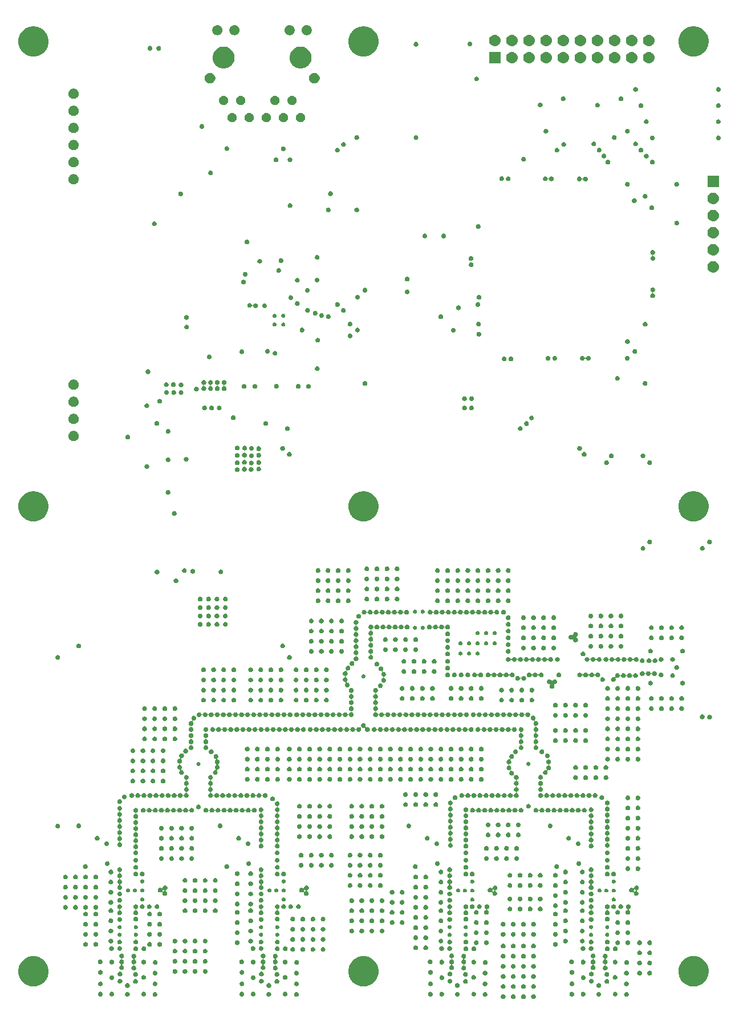
<source format=gbs>
G04 #@! TF.GenerationSoftware,KiCad,Pcbnew,(5.0.1)-4*
G04 #@! TF.CreationDate,2019-07-25T13:06:53-07:00*
G04 #@! TF.ProjectId,EllBayInd-TxLRU,456C6C426179496E642D54784C52552E,rev?*
G04 #@! TF.SameCoordinates,Original*
G04 #@! TF.FileFunction,Soldermask,Bot*
G04 #@! TF.FilePolarity,Negative*
%FSLAX46Y46*%
G04 Gerber Fmt 4.6, Leading zero omitted, Abs format (unit mm)*
G04 Created by KiCad (PCBNEW (5.0.1)-4) date 7/25/2019 1:06:53 PM*
%MOMM*%
%LPD*%
G01*
G04 APERTURE LIST*
%ADD10C,0.200000*%
G04 APERTURE END LIST*
D10*
G36*
X110301377Y-169403362D02*
X110352091Y-169413450D01*
X110415787Y-169439834D01*
X110473112Y-169478137D01*
X110521863Y-169526888D01*
X110560166Y-169584213D01*
X110586550Y-169647909D01*
X110593961Y-169685166D01*
X110598934Y-169710166D01*
X110600000Y-169715528D01*
X110600000Y-169784472D01*
X110586550Y-169852091D01*
X110560166Y-169915787D01*
X110521863Y-169973112D01*
X110473112Y-170021863D01*
X110415787Y-170060166D01*
X110352091Y-170086550D01*
X110301377Y-170096637D01*
X110284473Y-170100000D01*
X110215527Y-170100000D01*
X110198623Y-170096637D01*
X110147909Y-170086550D01*
X110084213Y-170060166D01*
X110026888Y-170021863D01*
X109978137Y-169973112D01*
X109939834Y-169915787D01*
X109913450Y-169852091D01*
X109900000Y-169784472D01*
X109900000Y-169715528D01*
X109901067Y-169710166D01*
X109906039Y-169685166D01*
X109913450Y-169647909D01*
X109939834Y-169584213D01*
X109978137Y-169526888D01*
X110026888Y-169478137D01*
X110084213Y-169439834D01*
X110147909Y-169413450D01*
X110198623Y-169403362D01*
X110215527Y-169400000D01*
X110284473Y-169400000D01*
X110301377Y-169403362D01*
X110301377Y-169403362D01*
G37*
G36*
X107301377Y-169403362D02*
X107352091Y-169413450D01*
X107415787Y-169439834D01*
X107473112Y-169478137D01*
X107521863Y-169526888D01*
X107560166Y-169584213D01*
X107586550Y-169647909D01*
X107593961Y-169685166D01*
X107598934Y-169710166D01*
X107600000Y-169715528D01*
X107600000Y-169784472D01*
X107586550Y-169852091D01*
X107560166Y-169915787D01*
X107521863Y-169973112D01*
X107473112Y-170021863D01*
X107415787Y-170060166D01*
X107352091Y-170086550D01*
X107301377Y-170096637D01*
X107284473Y-170100000D01*
X107215527Y-170100000D01*
X107198623Y-170096637D01*
X107147909Y-170086550D01*
X107084213Y-170060166D01*
X107026888Y-170021863D01*
X106978137Y-169973112D01*
X106939834Y-169915787D01*
X106913450Y-169852091D01*
X106900000Y-169784472D01*
X106900000Y-169715528D01*
X106901067Y-169710166D01*
X106906039Y-169685166D01*
X106913450Y-169647909D01*
X106939834Y-169584213D01*
X106978137Y-169526888D01*
X107026888Y-169478137D01*
X107084213Y-169439834D01*
X107147909Y-169413450D01*
X107198623Y-169403362D01*
X107215527Y-169400000D01*
X107284473Y-169400000D01*
X107301377Y-169403362D01*
X107301377Y-169403362D01*
G37*
G36*
X105801377Y-169403362D02*
X105852091Y-169413450D01*
X105915787Y-169439834D01*
X105973112Y-169478137D01*
X106021863Y-169526888D01*
X106060166Y-169584213D01*
X106086550Y-169647909D01*
X106093961Y-169685166D01*
X106098934Y-169710166D01*
X106100000Y-169715528D01*
X106100000Y-169784472D01*
X106086550Y-169852091D01*
X106060166Y-169915787D01*
X106021863Y-169973112D01*
X105973112Y-170021863D01*
X105915787Y-170060166D01*
X105852091Y-170086550D01*
X105801377Y-170096637D01*
X105784473Y-170100000D01*
X105715527Y-170100000D01*
X105698623Y-170096637D01*
X105647909Y-170086550D01*
X105584213Y-170060166D01*
X105526888Y-170021863D01*
X105478137Y-169973112D01*
X105439834Y-169915787D01*
X105413450Y-169852091D01*
X105400000Y-169784472D01*
X105400000Y-169715528D01*
X105401067Y-169710166D01*
X105406039Y-169685166D01*
X105413450Y-169647909D01*
X105439834Y-169584213D01*
X105478137Y-169526888D01*
X105526888Y-169478137D01*
X105584213Y-169439834D01*
X105647909Y-169413450D01*
X105698623Y-169403362D01*
X105715527Y-169400000D01*
X105784473Y-169400000D01*
X105801377Y-169403362D01*
X105801377Y-169403362D01*
G37*
G36*
X108801377Y-169403362D02*
X108852091Y-169413450D01*
X108915787Y-169439834D01*
X108973112Y-169478137D01*
X109021863Y-169526888D01*
X109060166Y-169584213D01*
X109086550Y-169647909D01*
X109093961Y-169685166D01*
X109098934Y-169710166D01*
X109100000Y-169715528D01*
X109100000Y-169784472D01*
X109086550Y-169852091D01*
X109060166Y-169915787D01*
X109021863Y-169973112D01*
X108973112Y-170021863D01*
X108915787Y-170060166D01*
X108852091Y-170086550D01*
X108801377Y-170096637D01*
X108784473Y-170100000D01*
X108715527Y-170100000D01*
X108698623Y-170096637D01*
X108647909Y-170086550D01*
X108584213Y-170060166D01*
X108526888Y-170021863D01*
X108478137Y-169973112D01*
X108439834Y-169915787D01*
X108413450Y-169852091D01*
X108400000Y-169784472D01*
X108400000Y-169715528D01*
X108401067Y-169710166D01*
X108406039Y-169685166D01*
X108413450Y-169647909D01*
X108439834Y-169584213D01*
X108478137Y-169526888D01*
X108526888Y-169478137D01*
X108584213Y-169439834D01*
X108647909Y-169413450D01*
X108698623Y-169403362D01*
X108715527Y-169400000D01*
X108784473Y-169400000D01*
X108801377Y-169403362D01*
X108801377Y-169403362D01*
G37*
G36*
X54101377Y-169083363D02*
X54152091Y-169093450D01*
X54215787Y-169119834D01*
X54273112Y-169158137D01*
X54321863Y-169206888D01*
X54360166Y-169264213D01*
X54386550Y-169327909D01*
X54400000Y-169395528D01*
X54400000Y-169464472D01*
X54386550Y-169532091D01*
X54360166Y-169595787D01*
X54321863Y-169653112D01*
X54273112Y-169701863D01*
X54215787Y-169740166D01*
X54152091Y-169766550D01*
X54101377Y-169776638D01*
X54084473Y-169780000D01*
X54015527Y-169780000D01*
X53998623Y-169776638D01*
X53947909Y-169766550D01*
X53884213Y-169740166D01*
X53826888Y-169701863D01*
X53778137Y-169653112D01*
X53739834Y-169595787D01*
X53713450Y-169532091D01*
X53700000Y-169464472D01*
X53700000Y-169395528D01*
X53713450Y-169327909D01*
X53739834Y-169264213D01*
X53778137Y-169206888D01*
X53826888Y-169158137D01*
X53884213Y-169119834D01*
X53947909Y-169093450D01*
X53998623Y-169083363D01*
X54015527Y-169080000D01*
X54084473Y-169080000D01*
X54101377Y-169083363D01*
X54101377Y-169083363D01*
G37*
G36*
X124101377Y-169083363D02*
X124152091Y-169093450D01*
X124215787Y-169119834D01*
X124273112Y-169158137D01*
X124321863Y-169206888D01*
X124360166Y-169264213D01*
X124386550Y-169327909D01*
X124400000Y-169395528D01*
X124400000Y-169464472D01*
X124386550Y-169532091D01*
X124360166Y-169595787D01*
X124321863Y-169653112D01*
X124273112Y-169701863D01*
X124215787Y-169740166D01*
X124152091Y-169766550D01*
X124101377Y-169776638D01*
X124084473Y-169780000D01*
X124015527Y-169780000D01*
X123998623Y-169776638D01*
X123947909Y-169766550D01*
X123884213Y-169740166D01*
X123826888Y-169701863D01*
X123778137Y-169653112D01*
X123739834Y-169595787D01*
X123713450Y-169532091D01*
X123700000Y-169464472D01*
X123700000Y-169395528D01*
X123713450Y-169327909D01*
X123739834Y-169264213D01*
X123778137Y-169206888D01*
X123826888Y-169158137D01*
X123884213Y-169119834D01*
X123947909Y-169093450D01*
X123998623Y-169083363D01*
X124015527Y-169080000D01*
X124084473Y-169080000D01*
X124101377Y-169083363D01*
X124101377Y-169083363D01*
G37*
G36*
X103101377Y-169083363D02*
X103152091Y-169093450D01*
X103215787Y-169119834D01*
X103273112Y-169158137D01*
X103321863Y-169206888D01*
X103360166Y-169264213D01*
X103386550Y-169327909D01*
X103400000Y-169395528D01*
X103400000Y-169464472D01*
X103386550Y-169532091D01*
X103360166Y-169595787D01*
X103321863Y-169653112D01*
X103273112Y-169701863D01*
X103215787Y-169740166D01*
X103152091Y-169766550D01*
X103101377Y-169776638D01*
X103084473Y-169780000D01*
X103015527Y-169780000D01*
X102998623Y-169776638D01*
X102947909Y-169766550D01*
X102884213Y-169740166D01*
X102826888Y-169701863D01*
X102778137Y-169653112D01*
X102739834Y-169595787D01*
X102713450Y-169532091D01*
X102700000Y-169464472D01*
X102700000Y-169395528D01*
X102713450Y-169327909D01*
X102739834Y-169264213D01*
X102778137Y-169206888D01*
X102826888Y-169158137D01*
X102884213Y-169119834D01*
X102947909Y-169093450D01*
X102998623Y-169083363D01*
X103015527Y-169080000D01*
X103084473Y-169080000D01*
X103101377Y-169083363D01*
X103101377Y-169083363D01*
G37*
G36*
X75101377Y-169083363D02*
X75152091Y-169093450D01*
X75215787Y-169119834D01*
X75273112Y-169158137D01*
X75321863Y-169206888D01*
X75360166Y-169264213D01*
X75386550Y-169327909D01*
X75400000Y-169395528D01*
X75400000Y-169464472D01*
X75386550Y-169532091D01*
X75360166Y-169595787D01*
X75321863Y-169653112D01*
X75273112Y-169701863D01*
X75215787Y-169740166D01*
X75152091Y-169766550D01*
X75101377Y-169776638D01*
X75084473Y-169780000D01*
X75015527Y-169780000D01*
X74998623Y-169776638D01*
X74947909Y-169766550D01*
X74884213Y-169740166D01*
X74826888Y-169701863D01*
X74778137Y-169653112D01*
X74739834Y-169595787D01*
X74713450Y-169532091D01*
X74700000Y-169464472D01*
X74700000Y-169395528D01*
X74713450Y-169327909D01*
X74739834Y-169264213D01*
X74778137Y-169206888D01*
X74826888Y-169158137D01*
X74884213Y-169119834D01*
X74947909Y-169093450D01*
X74998623Y-169083363D01*
X75015527Y-169080000D01*
X75084473Y-169080000D01*
X75101377Y-169083363D01*
X75101377Y-169083363D01*
G37*
G36*
X99001377Y-169053363D02*
X99052091Y-169063450D01*
X99115787Y-169089834D01*
X99173112Y-169128137D01*
X99221863Y-169176888D01*
X99260166Y-169234213D01*
X99286550Y-169297909D01*
X99292517Y-169327909D01*
X99300000Y-169365527D01*
X99300000Y-169434473D01*
X99298933Y-169439835D01*
X99286550Y-169502091D01*
X99260166Y-169565787D01*
X99221863Y-169623112D01*
X99173112Y-169671863D01*
X99115787Y-169710166D01*
X99052091Y-169736550D01*
X99001377Y-169746637D01*
X98984473Y-169750000D01*
X98915527Y-169750000D01*
X98898623Y-169746637D01*
X98847909Y-169736550D01*
X98784213Y-169710166D01*
X98726888Y-169671863D01*
X98678137Y-169623112D01*
X98639834Y-169565787D01*
X98613450Y-169502091D01*
X98601067Y-169439835D01*
X98600000Y-169434473D01*
X98600000Y-169365527D01*
X98607483Y-169327909D01*
X98613450Y-169297909D01*
X98639834Y-169234213D01*
X98678137Y-169176888D01*
X98726888Y-169128137D01*
X98784213Y-169089834D01*
X98847909Y-169063450D01*
X98898623Y-169053363D01*
X98915527Y-169050000D01*
X98984473Y-169050000D01*
X99001377Y-169053363D01*
X99001377Y-169053363D01*
G37*
G36*
X120001377Y-169053363D02*
X120052091Y-169063450D01*
X120115787Y-169089834D01*
X120173112Y-169128137D01*
X120221863Y-169176888D01*
X120260166Y-169234213D01*
X120286550Y-169297909D01*
X120292517Y-169327909D01*
X120300000Y-169365527D01*
X120300000Y-169434473D01*
X120298933Y-169439835D01*
X120286550Y-169502091D01*
X120260166Y-169565787D01*
X120221863Y-169623112D01*
X120173112Y-169671863D01*
X120115787Y-169710166D01*
X120052091Y-169736550D01*
X120001377Y-169746637D01*
X119984473Y-169750000D01*
X119915527Y-169750000D01*
X119898623Y-169746637D01*
X119847909Y-169736550D01*
X119784213Y-169710166D01*
X119726888Y-169671863D01*
X119678137Y-169623112D01*
X119639834Y-169565787D01*
X119613450Y-169502091D01*
X119601067Y-169439835D01*
X119600000Y-169434473D01*
X119600000Y-169365527D01*
X119607483Y-169327909D01*
X119613450Y-169297909D01*
X119639834Y-169234213D01*
X119678137Y-169176888D01*
X119726888Y-169128137D01*
X119784213Y-169089834D01*
X119847909Y-169063450D01*
X119898623Y-169053363D01*
X119915527Y-169050000D01*
X119984473Y-169050000D01*
X120001377Y-169053363D01*
X120001377Y-169053363D01*
G37*
G36*
X71001377Y-169053363D02*
X71052091Y-169063450D01*
X71115787Y-169089834D01*
X71173112Y-169128137D01*
X71221863Y-169176888D01*
X71260166Y-169234213D01*
X71286550Y-169297909D01*
X71292517Y-169327909D01*
X71300000Y-169365527D01*
X71300000Y-169434473D01*
X71298933Y-169439835D01*
X71286550Y-169502091D01*
X71260166Y-169565787D01*
X71221863Y-169623112D01*
X71173112Y-169671863D01*
X71115787Y-169710166D01*
X71052091Y-169736550D01*
X71001377Y-169746637D01*
X70984473Y-169750000D01*
X70915527Y-169750000D01*
X70898623Y-169746637D01*
X70847909Y-169736550D01*
X70784213Y-169710166D01*
X70726888Y-169671863D01*
X70678137Y-169623112D01*
X70639834Y-169565787D01*
X70613450Y-169502091D01*
X70601067Y-169439835D01*
X70600000Y-169434473D01*
X70600000Y-169365527D01*
X70607483Y-169327909D01*
X70613450Y-169297909D01*
X70639834Y-169234213D01*
X70678137Y-169176888D01*
X70726888Y-169128137D01*
X70784213Y-169089834D01*
X70847909Y-169063450D01*
X70898623Y-169053363D01*
X70915527Y-169050000D01*
X70984473Y-169050000D01*
X71001377Y-169053363D01*
X71001377Y-169053363D01*
G37*
G36*
X50001377Y-169053363D02*
X50052091Y-169063450D01*
X50115787Y-169089834D01*
X50173112Y-169128137D01*
X50221863Y-169176888D01*
X50260166Y-169234213D01*
X50286550Y-169297909D01*
X50292517Y-169327909D01*
X50300000Y-169365527D01*
X50300000Y-169434473D01*
X50298933Y-169439835D01*
X50286550Y-169502091D01*
X50260166Y-169565787D01*
X50221863Y-169623112D01*
X50173112Y-169671863D01*
X50115787Y-169710166D01*
X50052091Y-169736550D01*
X50001377Y-169746637D01*
X49984473Y-169750000D01*
X49915527Y-169750000D01*
X49898623Y-169746637D01*
X49847909Y-169736550D01*
X49784213Y-169710166D01*
X49726888Y-169671863D01*
X49678137Y-169623112D01*
X49639834Y-169565787D01*
X49613450Y-169502091D01*
X49601067Y-169439835D01*
X49600000Y-169434473D01*
X49600000Y-169365527D01*
X49607483Y-169327909D01*
X49613450Y-169297909D01*
X49639834Y-169234213D01*
X49678137Y-169176888D01*
X49726888Y-169128137D01*
X49784213Y-169089834D01*
X49847909Y-169063450D01*
X49898623Y-169053363D01*
X49915527Y-169050000D01*
X49984473Y-169050000D01*
X50001377Y-169053363D01*
X50001377Y-169053363D01*
G37*
G36*
X94981377Y-169033362D02*
X95032091Y-169043450D01*
X95095787Y-169069834D01*
X95153112Y-169108137D01*
X95201863Y-169156888D01*
X95240166Y-169214213D01*
X95266550Y-169277909D01*
X95276495Y-169327909D01*
X95279006Y-169340528D01*
X95280000Y-169345528D01*
X95280000Y-169414472D01*
X95266550Y-169482091D01*
X95240166Y-169545787D01*
X95201863Y-169603112D01*
X95153112Y-169651863D01*
X95095787Y-169690166D01*
X95032091Y-169716550D01*
X94989609Y-169725000D01*
X94964473Y-169730000D01*
X94895527Y-169730000D01*
X94870391Y-169725000D01*
X94827909Y-169716550D01*
X94764213Y-169690166D01*
X94706888Y-169651863D01*
X94658137Y-169603112D01*
X94619834Y-169545787D01*
X94593450Y-169482091D01*
X94580000Y-169414472D01*
X94580000Y-169345528D01*
X94580995Y-169340528D01*
X94583505Y-169327909D01*
X94593450Y-169277909D01*
X94619834Y-169214213D01*
X94658137Y-169156888D01*
X94706888Y-169108137D01*
X94764213Y-169069834D01*
X94827909Y-169043450D01*
X94878623Y-169033362D01*
X94895527Y-169030000D01*
X94964473Y-169030000D01*
X94981377Y-169033362D01*
X94981377Y-169033362D01*
G37*
G36*
X66981377Y-169033362D02*
X67032091Y-169043450D01*
X67095787Y-169069834D01*
X67153112Y-169108137D01*
X67201863Y-169156888D01*
X67240166Y-169214213D01*
X67266550Y-169277909D01*
X67276495Y-169327909D01*
X67279006Y-169340528D01*
X67280000Y-169345528D01*
X67280000Y-169414472D01*
X67266550Y-169482091D01*
X67240166Y-169545787D01*
X67201863Y-169603112D01*
X67153112Y-169651863D01*
X67095787Y-169690166D01*
X67032091Y-169716550D01*
X66989609Y-169725000D01*
X66964473Y-169730000D01*
X66895527Y-169730000D01*
X66870391Y-169725000D01*
X66827909Y-169716550D01*
X66764213Y-169690166D01*
X66706888Y-169651863D01*
X66658137Y-169603112D01*
X66619834Y-169545787D01*
X66593450Y-169482091D01*
X66580000Y-169414472D01*
X66580000Y-169345528D01*
X66580995Y-169340528D01*
X66583505Y-169327909D01*
X66593450Y-169277909D01*
X66619834Y-169214213D01*
X66658137Y-169156888D01*
X66706888Y-169108137D01*
X66764213Y-169069834D01*
X66827909Y-169043450D01*
X66878623Y-169033362D01*
X66895527Y-169030000D01*
X66964473Y-169030000D01*
X66981377Y-169033362D01*
X66981377Y-169033362D01*
G37*
G36*
X115981377Y-169033362D02*
X116032091Y-169043450D01*
X116095787Y-169069834D01*
X116153112Y-169108137D01*
X116201863Y-169156888D01*
X116240166Y-169214213D01*
X116266550Y-169277909D01*
X116276495Y-169327909D01*
X116279006Y-169340528D01*
X116280000Y-169345528D01*
X116280000Y-169414472D01*
X116266550Y-169482091D01*
X116240166Y-169545787D01*
X116201863Y-169603112D01*
X116153112Y-169651863D01*
X116095787Y-169690166D01*
X116032091Y-169716550D01*
X115989609Y-169725000D01*
X115964473Y-169730000D01*
X115895527Y-169730000D01*
X115870391Y-169725000D01*
X115827909Y-169716550D01*
X115764213Y-169690166D01*
X115706888Y-169651863D01*
X115658137Y-169603112D01*
X115619834Y-169545787D01*
X115593450Y-169482091D01*
X115580000Y-169414472D01*
X115580000Y-169345528D01*
X115580995Y-169340528D01*
X115583505Y-169327909D01*
X115593450Y-169277909D01*
X115619834Y-169214213D01*
X115658137Y-169156888D01*
X115706888Y-169108137D01*
X115764213Y-169069834D01*
X115827909Y-169043450D01*
X115878623Y-169033362D01*
X115895527Y-169030000D01*
X115964473Y-169030000D01*
X115981377Y-169033362D01*
X115981377Y-169033362D01*
G37*
G36*
X45981377Y-169033362D02*
X46032091Y-169043450D01*
X46095787Y-169069834D01*
X46153112Y-169108137D01*
X46201863Y-169156888D01*
X46240166Y-169214213D01*
X46266550Y-169277909D01*
X46276495Y-169327909D01*
X46279006Y-169340528D01*
X46280000Y-169345528D01*
X46280000Y-169414472D01*
X46266550Y-169482091D01*
X46240166Y-169545787D01*
X46201863Y-169603112D01*
X46153112Y-169651863D01*
X46095787Y-169690166D01*
X46032091Y-169716550D01*
X45989609Y-169725000D01*
X45964473Y-169730000D01*
X45895527Y-169730000D01*
X45870391Y-169725000D01*
X45827909Y-169716550D01*
X45764213Y-169690166D01*
X45706888Y-169651863D01*
X45658137Y-169603112D01*
X45619834Y-169545787D01*
X45593450Y-169482091D01*
X45580000Y-169414472D01*
X45580000Y-169345528D01*
X45580995Y-169340528D01*
X45583505Y-169327909D01*
X45593450Y-169277909D01*
X45619834Y-169214213D01*
X45658137Y-169156888D01*
X45706888Y-169108137D01*
X45764213Y-169069834D01*
X45827909Y-169043450D01*
X45878623Y-169033362D01*
X45895527Y-169030000D01*
X45964473Y-169030000D01*
X45981377Y-169033362D01*
X45981377Y-169033362D01*
G37*
G36*
X52426377Y-169028363D02*
X52477091Y-169038450D01*
X52540787Y-169064834D01*
X52598112Y-169103137D01*
X52646863Y-169151888D01*
X52685166Y-169209213D01*
X52711550Y-169272909D01*
X52716523Y-169297912D01*
X52725000Y-169340527D01*
X52725000Y-169409473D01*
X52724005Y-169414473D01*
X52711550Y-169477091D01*
X52685166Y-169540787D01*
X52646863Y-169598112D01*
X52598112Y-169646863D01*
X52540787Y-169685166D01*
X52477091Y-169711550D01*
X52426377Y-169721637D01*
X52409473Y-169725000D01*
X52340527Y-169725000D01*
X52323623Y-169721637D01*
X52272909Y-169711550D01*
X52209213Y-169685166D01*
X52151888Y-169646863D01*
X52103137Y-169598112D01*
X52064834Y-169540787D01*
X52038450Y-169477091D01*
X52025995Y-169414473D01*
X52025000Y-169409473D01*
X52025000Y-169340527D01*
X52033477Y-169297912D01*
X52038450Y-169272909D01*
X52064834Y-169209213D01*
X52103137Y-169151888D01*
X52151888Y-169103137D01*
X52209213Y-169064834D01*
X52272909Y-169038450D01*
X52323623Y-169028363D01*
X52340527Y-169025000D01*
X52409473Y-169025000D01*
X52426377Y-169028363D01*
X52426377Y-169028363D01*
G37*
G36*
X101426377Y-169028363D02*
X101477091Y-169038450D01*
X101540787Y-169064834D01*
X101598112Y-169103137D01*
X101646863Y-169151888D01*
X101685166Y-169209213D01*
X101711550Y-169272909D01*
X101716523Y-169297912D01*
X101725000Y-169340527D01*
X101725000Y-169409473D01*
X101724005Y-169414473D01*
X101711550Y-169477091D01*
X101685166Y-169540787D01*
X101646863Y-169598112D01*
X101598112Y-169646863D01*
X101540787Y-169685166D01*
X101477091Y-169711550D01*
X101426377Y-169721637D01*
X101409473Y-169725000D01*
X101340527Y-169725000D01*
X101323623Y-169721637D01*
X101272909Y-169711550D01*
X101209213Y-169685166D01*
X101151888Y-169646863D01*
X101103137Y-169598112D01*
X101064834Y-169540787D01*
X101038450Y-169477091D01*
X101025995Y-169414473D01*
X101025000Y-169409473D01*
X101025000Y-169340527D01*
X101033477Y-169297912D01*
X101038450Y-169272909D01*
X101064834Y-169209213D01*
X101103137Y-169151888D01*
X101151888Y-169103137D01*
X101209213Y-169064834D01*
X101272909Y-169038450D01*
X101323623Y-169028363D01*
X101340527Y-169025000D01*
X101409473Y-169025000D01*
X101426377Y-169028363D01*
X101426377Y-169028363D01*
G37*
G36*
X96676377Y-169028363D02*
X96727091Y-169038450D01*
X96790787Y-169064834D01*
X96848112Y-169103137D01*
X96896863Y-169151888D01*
X96935166Y-169209213D01*
X96961550Y-169272909D01*
X96966523Y-169297912D01*
X96975000Y-169340527D01*
X96975000Y-169409473D01*
X96974005Y-169414473D01*
X96961550Y-169477091D01*
X96935166Y-169540787D01*
X96896863Y-169598112D01*
X96848112Y-169646863D01*
X96790787Y-169685166D01*
X96727091Y-169711550D01*
X96676377Y-169721637D01*
X96659473Y-169725000D01*
X96590527Y-169725000D01*
X96573623Y-169721637D01*
X96522909Y-169711550D01*
X96459213Y-169685166D01*
X96401888Y-169646863D01*
X96353137Y-169598112D01*
X96314834Y-169540787D01*
X96288450Y-169477091D01*
X96275995Y-169414473D01*
X96275000Y-169409473D01*
X96275000Y-169340527D01*
X96283477Y-169297912D01*
X96288450Y-169272909D01*
X96314834Y-169209213D01*
X96353137Y-169151888D01*
X96401888Y-169103137D01*
X96459213Y-169064834D01*
X96522909Y-169038450D01*
X96573623Y-169028363D01*
X96590527Y-169025000D01*
X96659473Y-169025000D01*
X96676377Y-169028363D01*
X96676377Y-169028363D01*
G37*
G36*
X47676377Y-169028363D02*
X47727091Y-169038450D01*
X47790787Y-169064834D01*
X47848112Y-169103137D01*
X47896863Y-169151888D01*
X47935166Y-169209213D01*
X47961550Y-169272909D01*
X47966523Y-169297912D01*
X47975000Y-169340527D01*
X47975000Y-169409473D01*
X47974005Y-169414473D01*
X47961550Y-169477091D01*
X47935166Y-169540787D01*
X47896863Y-169598112D01*
X47848112Y-169646863D01*
X47790787Y-169685166D01*
X47727091Y-169711550D01*
X47676377Y-169721637D01*
X47659473Y-169725000D01*
X47590527Y-169725000D01*
X47573623Y-169721637D01*
X47522909Y-169711550D01*
X47459213Y-169685166D01*
X47401888Y-169646863D01*
X47353137Y-169598112D01*
X47314834Y-169540787D01*
X47288450Y-169477091D01*
X47275995Y-169414473D01*
X47275000Y-169409473D01*
X47275000Y-169340527D01*
X47283477Y-169297912D01*
X47288450Y-169272909D01*
X47314834Y-169209213D01*
X47353137Y-169151888D01*
X47401888Y-169103137D01*
X47459213Y-169064834D01*
X47522909Y-169038450D01*
X47573623Y-169028363D01*
X47590527Y-169025000D01*
X47659473Y-169025000D01*
X47676377Y-169028363D01*
X47676377Y-169028363D01*
G37*
G36*
X122426377Y-169028363D02*
X122477091Y-169038450D01*
X122540787Y-169064834D01*
X122598112Y-169103137D01*
X122646863Y-169151888D01*
X122685166Y-169209213D01*
X122711550Y-169272909D01*
X122716523Y-169297912D01*
X122725000Y-169340527D01*
X122725000Y-169409473D01*
X122724005Y-169414473D01*
X122711550Y-169477091D01*
X122685166Y-169540787D01*
X122646863Y-169598112D01*
X122598112Y-169646863D01*
X122540787Y-169685166D01*
X122477091Y-169711550D01*
X122426377Y-169721637D01*
X122409473Y-169725000D01*
X122340527Y-169725000D01*
X122323623Y-169721637D01*
X122272909Y-169711550D01*
X122209213Y-169685166D01*
X122151888Y-169646863D01*
X122103137Y-169598112D01*
X122064834Y-169540787D01*
X122038450Y-169477091D01*
X122025995Y-169414473D01*
X122025000Y-169409473D01*
X122025000Y-169340527D01*
X122033477Y-169297912D01*
X122038450Y-169272909D01*
X122064834Y-169209213D01*
X122103137Y-169151888D01*
X122151888Y-169103137D01*
X122209213Y-169064834D01*
X122272909Y-169038450D01*
X122323623Y-169028363D01*
X122340527Y-169025000D01*
X122409473Y-169025000D01*
X122426377Y-169028363D01*
X122426377Y-169028363D01*
G37*
G36*
X117676377Y-169028363D02*
X117727091Y-169038450D01*
X117790787Y-169064834D01*
X117848112Y-169103137D01*
X117896863Y-169151888D01*
X117935166Y-169209213D01*
X117961550Y-169272909D01*
X117966523Y-169297912D01*
X117975000Y-169340527D01*
X117975000Y-169409473D01*
X117974005Y-169414473D01*
X117961550Y-169477091D01*
X117935166Y-169540787D01*
X117896863Y-169598112D01*
X117848112Y-169646863D01*
X117790787Y-169685166D01*
X117727091Y-169711550D01*
X117676377Y-169721637D01*
X117659473Y-169725000D01*
X117590527Y-169725000D01*
X117573623Y-169721637D01*
X117522909Y-169711550D01*
X117459213Y-169685166D01*
X117401888Y-169646863D01*
X117353137Y-169598112D01*
X117314834Y-169540787D01*
X117288450Y-169477091D01*
X117275995Y-169414473D01*
X117275000Y-169409473D01*
X117275000Y-169340527D01*
X117283477Y-169297912D01*
X117288450Y-169272909D01*
X117314834Y-169209213D01*
X117353137Y-169151888D01*
X117401888Y-169103137D01*
X117459213Y-169064834D01*
X117522909Y-169038450D01*
X117573623Y-169028363D01*
X117590527Y-169025000D01*
X117659473Y-169025000D01*
X117676377Y-169028363D01*
X117676377Y-169028363D01*
G37*
G36*
X73426377Y-169028363D02*
X73477091Y-169038450D01*
X73540787Y-169064834D01*
X73598112Y-169103137D01*
X73646863Y-169151888D01*
X73685166Y-169209213D01*
X73711550Y-169272909D01*
X73716523Y-169297912D01*
X73725000Y-169340527D01*
X73725000Y-169409473D01*
X73724005Y-169414473D01*
X73711550Y-169477091D01*
X73685166Y-169540787D01*
X73646863Y-169598112D01*
X73598112Y-169646863D01*
X73540787Y-169685166D01*
X73477091Y-169711550D01*
X73426377Y-169721637D01*
X73409473Y-169725000D01*
X73340527Y-169725000D01*
X73323623Y-169721637D01*
X73272909Y-169711550D01*
X73209213Y-169685166D01*
X73151888Y-169646863D01*
X73103137Y-169598112D01*
X73064834Y-169540787D01*
X73038450Y-169477091D01*
X73025995Y-169414473D01*
X73025000Y-169409473D01*
X73025000Y-169340527D01*
X73033477Y-169297912D01*
X73038450Y-169272909D01*
X73064834Y-169209213D01*
X73103137Y-169151888D01*
X73151888Y-169103137D01*
X73209213Y-169064834D01*
X73272909Y-169038450D01*
X73323623Y-169028363D01*
X73340527Y-169025000D01*
X73409473Y-169025000D01*
X73426377Y-169028363D01*
X73426377Y-169028363D01*
G37*
G36*
X68676377Y-169028363D02*
X68727091Y-169038450D01*
X68790787Y-169064834D01*
X68848112Y-169103137D01*
X68896863Y-169151888D01*
X68935166Y-169209213D01*
X68961550Y-169272909D01*
X68966523Y-169297912D01*
X68975000Y-169340527D01*
X68975000Y-169409473D01*
X68974005Y-169414473D01*
X68961550Y-169477091D01*
X68935166Y-169540787D01*
X68896863Y-169598112D01*
X68848112Y-169646863D01*
X68790787Y-169685166D01*
X68727091Y-169711550D01*
X68676377Y-169721637D01*
X68659473Y-169725000D01*
X68590527Y-169725000D01*
X68573623Y-169721637D01*
X68522909Y-169711550D01*
X68459213Y-169685166D01*
X68401888Y-169646863D01*
X68353137Y-169598112D01*
X68314834Y-169540787D01*
X68288450Y-169477091D01*
X68275995Y-169414473D01*
X68275000Y-169409473D01*
X68275000Y-169340527D01*
X68283477Y-169297912D01*
X68288450Y-169272909D01*
X68314834Y-169209213D01*
X68353137Y-169151888D01*
X68401888Y-169103137D01*
X68459213Y-169064834D01*
X68522909Y-169038450D01*
X68573623Y-169028363D01*
X68590527Y-169025000D01*
X68659473Y-169025000D01*
X68676377Y-169028363D01*
X68676377Y-169028363D01*
G37*
G36*
X110301377Y-167903363D02*
X110352091Y-167913450D01*
X110415787Y-167939834D01*
X110473112Y-167978137D01*
X110521863Y-168026888D01*
X110560166Y-168084213D01*
X110586550Y-168147909D01*
X110600000Y-168215528D01*
X110600000Y-168284472D01*
X110586550Y-168352091D01*
X110560166Y-168415787D01*
X110521863Y-168473112D01*
X110473112Y-168521863D01*
X110415787Y-168560166D01*
X110352091Y-168586550D01*
X110301377Y-168596637D01*
X110284473Y-168600000D01*
X110215527Y-168600000D01*
X110198623Y-168596637D01*
X110147909Y-168586550D01*
X110084213Y-168560166D01*
X110026888Y-168521863D01*
X109978137Y-168473112D01*
X109939834Y-168415787D01*
X109913450Y-168352091D01*
X109900000Y-168284472D01*
X109900000Y-168215528D01*
X109913450Y-168147909D01*
X109939834Y-168084213D01*
X109978137Y-168026888D01*
X110026888Y-167978137D01*
X110084213Y-167939834D01*
X110147909Y-167913450D01*
X110198623Y-167903363D01*
X110215527Y-167900000D01*
X110284473Y-167900000D01*
X110301377Y-167903363D01*
X110301377Y-167903363D01*
G37*
G36*
X107301377Y-167903363D02*
X107352091Y-167913450D01*
X107415787Y-167939834D01*
X107473112Y-167978137D01*
X107521863Y-168026888D01*
X107560166Y-168084213D01*
X107586550Y-168147909D01*
X107600000Y-168215528D01*
X107600000Y-168284472D01*
X107586550Y-168352091D01*
X107560166Y-168415787D01*
X107521863Y-168473112D01*
X107473112Y-168521863D01*
X107415787Y-168560166D01*
X107352091Y-168586550D01*
X107301377Y-168596637D01*
X107284473Y-168600000D01*
X107215527Y-168600000D01*
X107198623Y-168596637D01*
X107147909Y-168586550D01*
X107084213Y-168560166D01*
X107026888Y-168521863D01*
X106978137Y-168473112D01*
X106939834Y-168415787D01*
X106913450Y-168352091D01*
X106900000Y-168284472D01*
X106900000Y-168215528D01*
X106913450Y-168147909D01*
X106939834Y-168084213D01*
X106978137Y-168026888D01*
X107026888Y-167978137D01*
X107084213Y-167939834D01*
X107147909Y-167913450D01*
X107198623Y-167903363D01*
X107215527Y-167900000D01*
X107284473Y-167900000D01*
X107301377Y-167903363D01*
X107301377Y-167903363D01*
G37*
G36*
X108801377Y-167903363D02*
X108852091Y-167913450D01*
X108915787Y-167939834D01*
X108973112Y-167978137D01*
X109021863Y-168026888D01*
X109060166Y-168084213D01*
X109086550Y-168147909D01*
X109100000Y-168215528D01*
X109100000Y-168284472D01*
X109086550Y-168352091D01*
X109060166Y-168415787D01*
X109021863Y-168473112D01*
X108973112Y-168521863D01*
X108915787Y-168560166D01*
X108852091Y-168586550D01*
X108801377Y-168596637D01*
X108784473Y-168600000D01*
X108715527Y-168600000D01*
X108698623Y-168596637D01*
X108647909Y-168586550D01*
X108584213Y-168560166D01*
X108526888Y-168521863D01*
X108478137Y-168473112D01*
X108439834Y-168415787D01*
X108413450Y-168352091D01*
X108400000Y-168284472D01*
X108400000Y-168215528D01*
X108413450Y-168147909D01*
X108439834Y-168084213D01*
X108478137Y-168026888D01*
X108526888Y-167978137D01*
X108584213Y-167939834D01*
X108647909Y-167913450D01*
X108698623Y-167903363D01*
X108715527Y-167900000D01*
X108784473Y-167900000D01*
X108801377Y-167903363D01*
X108801377Y-167903363D01*
G37*
G36*
X105801377Y-167903363D02*
X105852091Y-167913450D01*
X105915787Y-167939834D01*
X105973112Y-167978137D01*
X106021863Y-168026888D01*
X106060166Y-168084213D01*
X106086550Y-168147909D01*
X106100000Y-168215528D01*
X106100000Y-168284472D01*
X106086550Y-168352091D01*
X106060166Y-168415787D01*
X106021863Y-168473112D01*
X105973112Y-168521863D01*
X105915787Y-168560166D01*
X105852091Y-168586550D01*
X105801377Y-168596637D01*
X105784473Y-168600000D01*
X105715527Y-168600000D01*
X105698623Y-168596637D01*
X105647909Y-168586550D01*
X105584213Y-168560166D01*
X105526888Y-168521863D01*
X105478137Y-168473112D01*
X105439834Y-168415787D01*
X105413450Y-168352091D01*
X105400000Y-168284472D01*
X105400000Y-168215528D01*
X105413450Y-168147909D01*
X105439834Y-168084213D01*
X105478137Y-168026888D01*
X105526888Y-167978137D01*
X105584213Y-167939834D01*
X105647909Y-167913450D01*
X105698623Y-167903363D01*
X105715527Y-167900000D01*
X105784473Y-167900000D01*
X105801377Y-167903363D01*
X105801377Y-167903363D01*
G37*
G36*
X71001377Y-167753362D02*
X71052091Y-167763450D01*
X71115787Y-167789834D01*
X71173112Y-167828137D01*
X71221863Y-167876888D01*
X71260166Y-167934213D01*
X71286550Y-167997909D01*
X71300000Y-168065528D01*
X71300000Y-168134472D01*
X71286550Y-168202091D01*
X71260166Y-168265787D01*
X71221863Y-168323112D01*
X71173112Y-168371863D01*
X71115787Y-168410166D01*
X71052091Y-168436550D01*
X71001377Y-168446637D01*
X70984473Y-168450000D01*
X70915527Y-168450000D01*
X70898623Y-168446637D01*
X70847909Y-168436550D01*
X70784213Y-168410166D01*
X70726888Y-168371863D01*
X70678137Y-168323112D01*
X70639834Y-168265787D01*
X70613450Y-168202091D01*
X70600000Y-168134472D01*
X70600000Y-168065528D01*
X70613450Y-167997909D01*
X70639834Y-167934213D01*
X70678137Y-167876888D01*
X70726888Y-167828137D01*
X70784213Y-167789834D01*
X70847909Y-167763450D01*
X70898623Y-167753362D01*
X70915527Y-167750000D01*
X70984473Y-167750000D01*
X71001377Y-167753362D01*
X71001377Y-167753362D01*
G37*
G36*
X99001377Y-167753362D02*
X99052091Y-167763450D01*
X99115787Y-167789834D01*
X99173112Y-167828137D01*
X99221863Y-167876888D01*
X99260166Y-167934213D01*
X99286550Y-167997909D01*
X99300000Y-168065528D01*
X99300000Y-168134472D01*
X99286550Y-168202091D01*
X99260166Y-168265787D01*
X99221863Y-168323112D01*
X99173112Y-168371863D01*
X99115787Y-168410166D01*
X99052091Y-168436550D01*
X99001377Y-168446637D01*
X98984473Y-168450000D01*
X98915527Y-168450000D01*
X98898623Y-168446637D01*
X98847909Y-168436550D01*
X98784213Y-168410166D01*
X98726888Y-168371863D01*
X98678137Y-168323112D01*
X98639834Y-168265787D01*
X98613450Y-168202091D01*
X98600000Y-168134472D01*
X98600000Y-168065528D01*
X98613450Y-167997909D01*
X98639834Y-167934213D01*
X98678137Y-167876888D01*
X98726888Y-167828137D01*
X98784213Y-167789834D01*
X98847909Y-167763450D01*
X98898623Y-167753362D01*
X98915527Y-167750000D01*
X98984473Y-167750000D01*
X99001377Y-167753362D01*
X99001377Y-167753362D01*
G37*
G36*
X120001377Y-167753362D02*
X120052091Y-167763450D01*
X120115787Y-167789834D01*
X120173112Y-167828137D01*
X120221863Y-167876888D01*
X120260166Y-167934213D01*
X120286550Y-167997909D01*
X120300000Y-168065528D01*
X120300000Y-168134472D01*
X120286550Y-168202091D01*
X120260166Y-168265787D01*
X120221863Y-168323112D01*
X120173112Y-168371863D01*
X120115787Y-168410166D01*
X120052091Y-168436550D01*
X120001377Y-168446637D01*
X119984473Y-168450000D01*
X119915527Y-168450000D01*
X119898623Y-168446637D01*
X119847909Y-168436550D01*
X119784213Y-168410166D01*
X119726888Y-168371863D01*
X119678137Y-168323112D01*
X119639834Y-168265787D01*
X119613450Y-168202091D01*
X119600000Y-168134472D01*
X119600000Y-168065528D01*
X119613450Y-167997909D01*
X119639834Y-167934213D01*
X119678137Y-167876888D01*
X119726888Y-167828137D01*
X119784213Y-167789834D01*
X119847909Y-167763450D01*
X119898623Y-167753362D01*
X119915527Y-167750000D01*
X119984473Y-167750000D01*
X120001377Y-167753362D01*
X120001377Y-167753362D01*
G37*
G36*
X50001377Y-167753362D02*
X50052091Y-167763450D01*
X50115787Y-167789834D01*
X50173112Y-167828137D01*
X50221863Y-167876888D01*
X50260166Y-167934213D01*
X50286550Y-167997909D01*
X50300000Y-168065528D01*
X50300000Y-168134472D01*
X50286550Y-168202091D01*
X50260166Y-168265787D01*
X50221863Y-168323112D01*
X50173112Y-168371863D01*
X50115787Y-168410166D01*
X50052091Y-168436550D01*
X50001377Y-168446637D01*
X49984473Y-168450000D01*
X49915527Y-168450000D01*
X49898623Y-168446637D01*
X49847909Y-168436550D01*
X49784213Y-168410166D01*
X49726888Y-168371863D01*
X49678137Y-168323112D01*
X49639834Y-168265787D01*
X49613450Y-168202091D01*
X49600000Y-168134472D01*
X49600000Y-168065528D01*
X49613450Y-167997909D01*
X49639834Y-167934213D01*
X49678137Y-167876888D01*
X49726888Y-167828137D01*
X49784213Y-167789834D01*
X49847909Y-167763450D01*
X49898623Y-167753362D01*
X49915527Y-167750000D01*
X49984473Y-167750000D01*
X50001377Y-167753362D01*
X50001377Y-167753362D01*
G37*
G36*
X134394909Y-163784472D02*
X134656301Y-163836466D01*
X134727090Y-163865788D01*
X135065774Y-164006075D01*
X135163041Y-164071067D01*
X135434292Y-164252311D01*
X135747689Y-164565708D01*
X135911030Y-164810165D01*
X135993925Y-164934226D01*
X136068136Y-165113388D01*
X136163534Y-165343699D01*
X136177821Y-165415527D01*
X136250000Y-165778393D01*
X136250000Y-166221607D01*
X136234822Y-166297912D01*
X136163534Y-166656301D01*
X136118836Y-166764212D01*
X135993925Y-167065774D01*
X135944439Y-167139835D01*
X135747689Y-167434292D01*
X135434292Y-167747689D01*
X135229580Y-167884473D01*
X135065774Y-167993925D01*
X134825910Y-168093280D01*
X134656301Y-168163534D01*
X134462476Y-168202088D01*
X134221607Y-168250000D01*
X133778393Y-168250000D01*
X133537524Y-168202088D01*
X133343699Y-168163534D01*
X133174090Y-168093280D01*
X132934226Y-167993925D01*
X132770420Y-167884473D01*
X132565708Y-167747689D01*
X132252311Y-167434292D01*
X132055561Y-167139835D01*
X132006075Y-167065774D01*
X131881164Y-166764212D01*
X131836466Y-166656301D01*
X131765178Y-166297912D01*
X131750000Y-166221607D01*
X131750000Y-165778393D01*
X131822179Y-165415527D01*
X131836466Y-165343699D01*
X131931864Y-165113388D01*
X132006075Y-164934226D01*
X132088970Y-164810165D01*
X132252311Y-164565708D01*
X132565708Y-164252311D01*
X132836959Y-164071067D01*
X132934226Y-164006075D01*
X133272910Y-163865788D01*
X133343699Y-163836466D01*
X133605091Y-163784472D01*
X133778393Y-163750000D01*
X134221607Y-163750000D01*
X134394909Y-163784472D01*
X134394909Y-163784472D01*
G37*
G36*
X85394909Y-163784472D02*
X85656301Y-163836466D01*
X85727090Y-163865788D01*
X86065774Y-164006075D01*
X86163041Y-164071067D01*
X86434292Y-164252311D01*
X86747689Y-164565708D01*
X86911030Y-164810165D01*
X86993925Y-164934226D01*
X87068136Y-165113388D01*
X87163534Y-165343699D01*
X87177821Y-165415527D01*
X87250000Y-165778393D01*
X87250000Y-166221607D01*
X87234822Y-166297912D01*
X87163534Y-166656301D01*
X87118836Y-166764212D01*
X86993925Y-167065774D01*
X86944439Y-167139835D01*
X86747689Y-167434292D01*
X86434292Y-167747689D01*
X86229580Y-167884473D01*
X86065774Y-167993925D01*
X85825910Y-168093280D01*
X85656301Y-168163534D01*
X85462476Y-168202088D01*
X85221607Y-168250000D01*
X84778393Y-168250000D01*
X84537524Y-168202088D01*
X84343699Y-168163534D01*
X84174090Y-168093280D01*
X83934226Y-167993925D01*
X83770420Y-167884473D01*
X83565708Y-167747689D01*
X83252311Y-167434292D01*
X83055561Y-167139835D01*
X83006075Y-167065774D01*
X82881164Y-166764212D01*
X82836466Y-166656301D01*
X82765178Y-166297912D01*
X82750000Y-166221607D01*
X82750000Y-165778393D01*
X82822179Y-165415527D01*
X82836466Y-165343699D01*
X82931864Y-165113388D01*
X83006075Y-164934226D01*
X83088970Y-164810165D01*
X83252311Y-164565708D01*
X83565708Y-164252311D01*
X83836959Y-164071067D01*
X83934226Y-164006075D01*
X84272910Y-163865788D01*
X84343699Y-163836466D01*
X84605091Y-163784472D01*
X84778393Y-163750000D01*
X85221607Y-163750000D01*
X85394909Y-163784472D01*
X85394909Y-163784472D01*
G37*
G36*
X36394909Y-163784472D02*
X36656301Y-163836466D01*
X36727090Y-163865788D01*
X37065774Y-164006075D01*
X37163041Y-164071067D01*
X37434292Y-164252311D01*
X37747689Y-164565708D01*
X37911030Y-164810165D01*
X37993925Y-164934226D01*
X38068136Y-165113388D01*
X38163534Y-165343699D01*
X38177821Y-165415527D01*
X38250000Y-165778393D01*
X38250000Y-166221607D01*
X38234822Y-166297912D01*
X38163534Y-166656301D01*
X38118836Y-166764212D01*
X37993925Y-167065774D01*
X37944439Y-167139835D01*
X37747689Y-167434292D01*
X37434292Y-167747689D01*
X37229580Y-167884473D01*
X37065774Y-167993925D01*
X36825910Y-168093280D01*
X36656301Y-168163534D01*
X36462476Y-168202088D01*
X36221607Y-168250000D01*
X35778393Y-168250000D01*
X35537524Y-168202088D01*
X35343699Y-168163534D01*
X35174090Y-168093280D01*
X34934226Y-167993925D01*
X34770420Y-167884473D01*
X34565708Y-167747689D01*
X34252311Y-167434292D01*
X34055561Y-167139835D01*
X34006075Y-167065774D01*
X33881164Y-166764212D01*
X33836466Y-166656301D01*
X33765178Y-166297912D01*
X33750000Y-166221607D01*
X33750000Y-165778393D01*
X33822179Y-165415527D01*
X33836466Y-165343699D01*
X33931864Y-165113388D01*
X34006075Y-164934226D01*
X34088970Y-164810165D01*
X34252311Y-164565708D01*
X34565708Y-164252311D01*
X34836959Y-164071067D01*
X34934226Y-164006075D01*
X35272910Y-163865788D01*
X35343699Y-163836466D01*
X35605091Y-163784472D01*
X35778393Y-163750000D01*
X36221607Y-163750000D01*
X36394909Y-163784472D01*
X36394909Y-163784472D01*
G37*
G36*
X124101377Y-167503362D02*
X124152091Y-167513450D01*
X124215787Y-167539834D01*
X124273112Y-167578137D01*
X124321863Y-167626888D01*
X124360166Y-167684213D01*
X124386550Y-167747909D01*
X124394236Y-167786550D01*
X124398934Y-167810166D01*
X124400000Y-167815528D01*
X124400000Y-167884472D01*
X124386550Y-167952091D01*
X124360166Y-168015787D01*
X124321863Y-168073112D01*
X124273112Y-168121863D01*
X124215787Y-168160166D01*
X124152091Y-168186550D01*
X124101377Y-168196637D01*
X124084473Y-168200000D01*
X124015527Y-168200000D01*
X123998623Y-168196637D01*
X123947909Y-168186550D01*
X123884213Y-168160166D01*
X123826888Y-168121863D01*
X123778137Y-168073112D01*
X123739834Y-168015787D01*
X123713450Y-167952091D01*
X123700000Y-167884472D01*
X123700000Y-167815528D01*
X123701067Y-167810166D01*
X123705764Y-167786550D01*
X123713450Y-167747909D01*
X123739834Y-167684213D01*
X123778137Y-167626888D01*
X123826888Y-167578137D01*
X123884213Y-167539834D01*
X123947909Y-167513450D01*
X123998623Y-167503362D01*
X124015527Y-167500000D01*
X124084473Y-167500000D01*
X124101377Y-167503362D01*
X124101377Y-167503362D01*
G37*
G36*
X116001377Y-167503362D02*
X116052091Y-167513450D01*
X116115787Y-167539834D01*
X116173112Y-167578137D01*
X116221863Y-167626888D01*
X116260166Y-167684213D01*
X116286550Y-167747909D01*
X116294236Y-167786550D01*
X116298934Y-167810166D01*
X116300000Y-167815528D01*
X116300000Y-167884472D01*
X116286550Y-167952091D01*
X116260166Y-168015787D01*
X116221863Y-168073112D01*
X116173112Y-168121863D01*
X116115787Y-168160166D01*
X116052091Y-168186550D01*
X116001377Y-168196637D01*
X115984473Y-168200000D01*
X115915527Y-168200000D01*
X115898623Y-168196637D01*
X115847909Y-168186550D01*
X115784213Y-168160166D01*
X115726888Y-168121863D01*
X115678137Y-168073112D01*
X115639834Y-168015787D01*
X115613450Y-167952091D01*
X115600000Y-167884472D01*
X115600000Y-167815528D01*
X115601067Y-167810166D01*
X115605764Y-167786550D01*
X115613450Y-167747909D01*
X115639834Y-167684213D01*
X115678137Y-167626888D01*
X115726888Y-167578137D01*
X115784213Y-167539834D01*
X115847909Y-167513450D01*
X115898623Y-167503362D01*
X115915527Y-167500000D01*
X115984473Y-167500000D01*
X116001377Y-167503362D01*
X116001377Y-167503362D01*
G37*
G36*
X103101377Y-167503362D02*
X103152091Y-167513450D01*
X103215787Y-167539834D01*
X103273112Y-167578137D01*
X103321863Y-167626888D01*
X103360166Y-167684213D01*
X103386550Y-167747909D01*
X103394236Y-167786550D01*
X103398934Y-167810166D01*
X103400000Y-167815528D01*
X103400000Y-167884472D01*
X103386550Y-167952091D01*
X103360166Y-168015787D01*
X103321863Y-168073112D01*
X103273112Y-168121863D01*
X103215787Y-168160166D01*
X103152091Y-168186550D01*
X103101377Y-168196637D01*
X103084473Y-168200000D01*
X103015527Y-168200000D01*
X102998623Y-168196637D01*
X102947909Y-168186550D01*
X102884213Y-168160166D01*
X102826888Y-168121863D01*
X102778137Y-168073112D01*
X102739834Y-168015787D01*
X102713450Y-167952091D01*
X102700000Y-167884472D01*
X102700000Y-167815528D01*
X102701067Y-167810166D01*
X102705764Y-167786550D01*
X102713450Y-167747909D01*
X102739834Y-167684213D01*
X102778137Y-167626888D01*
X102826888Y-167578137D01*
X102884213Y-167539834D01*
X102947909Y-167513450D01*
X102998623Y-167503362D01*
X103015527Y-167500000D01*
X103084473Y-167500000D01*
X103101377Y-167503362D01*
X103101377Y-167503362D01*
G37*
G36*
X95001377Y-167503362D02*
X95052091Y-167513450D01*
X95115787Y-167539834D01*
X95173112Y-167578137D01*
X95221863Y-167626888D01*
X95260166Y-167684213D01*
X95286550Y-167747909D01*
X95294236Y-167786550D01*
X95298934Y-167810166D01*
X95300000Y-167815528D01*
X95300000Y-167884472D01*
X95286550Y-167952091D01*
X95260166Y-168015787D01*
X95221863Y-168073112D01*
X95173112Y-168121863D01*
X95115787Y-168160166D01*
X95052091Y-168186550D01*
X95001377Y-168196637D01*
X94984473Y-168200000D01*
X94915527Y-168200000D01*
X94898623Y-168196637D01*
X94847909Y-168186550D01*
X94784213Y-168160166D01*
X94726888Y-168121863D01*
X94678137Y-168073112D01*
X94639834Y-168015787D01*
X94613450Y-167952091D01*
X94600000Y-167884472D01*
X94600000Y-167815528D01*
X94601067Y-167810166D01*
X94605764Y-167786550D01*
X94613450Y-167747909D01*
X94639834Y-167684213D01*
X94678137Y-167626888D01*
X94726888Y-167578137D01*
X94784213Y-167539834D01*
X94847909Y-167513450D01*
X94898623Y-167503362D01*
X94915527Y-167500000D01*
X94984473Y-167500000D01*
X95001377Y-167503362D01*
X95001377Y-167503362D01*
G37*
G36*
X54101377Y-167503362D02*
X54152091Y-167513450D01*
X54215787Y-167539834D01*
X54273112Y-167578137D01*
X54321863Y-167626888D01*
X54360166Y-167684213D01*
X54386550Y-167747909D01*
X54394236Y-167786550D01*
X54398934Y-167810166D01*
X54400000Y-167815528D01*
X54400000Y-167884472D01*
X54386550Y-167952091D01*
X54360166Y-168015787D01*
X54321863Y-168073112D01*
X54273112Y-168121863D01*
X54215787Y-168160166D01*
X54152091Y-168186550D01*
X54101377Y-168196637D01*
X54084473Y-168200000D01*
X54015527Y-168200000D01*
X53998623Y-168196637D01*
X53947909Y-168186550D01*
X53884213Y-168160166D01*
X53826888Y-168121863D01*
X53778137Y-168073112D01*
X53739834Y-168015787D01*
X53713450Y-167952091D01*
X53700000Y-167884472D01*
X53700000Y-167815528D01*
X53701067Y-167810166D01*
X53705764Y-167786550D01*
X53713450Y-167747909D01*
X53739834Y-167684213D01*
X53778137Y-167626888D01*
X53826888Y-167578137D01*
X53884213Y-167539834D01*
X53947909Y-167513450D01*
X53998623Y-167503362D01*
X54015527Y-167500000D01*
X54084473Y-167500000D01*
X54101377Y-167503362D01*
X54101377Y-167503362D01*
G37*
G36*
X75101377Y-167503362D02*
X75152091Y-167513450D01*
X75215787Y-167539834D01*
X75273112Y-167578137D01*
X75321863Y-167626888D01*
X75360166Y-167684213D01*
X75386550Y-167747909D01*
X75394236Y-167786550D01*
X75398934Y-167810166D01*
X75400000Y-167815528D01*
X75400000Y-167884472D01*
X75386550Y-167952091D01*
X75360166Y-168015787D01*
X75321863Y-168073112D01*
X75273112Y-168121863D01*
X75215787Y-168160166D01*
X75152091Y-168186550D01*
X75101377Y-168196637D01*
X75084473Y-168200000D01*
X75015527Y-168200000D01*
X74998623Y-168196637D01*
X74947909Y-168186550D01*
X74884213Y-168160166D01*
X74826888Y-168121863D01*
X74778137Y-168073112D01*
X74739834Y-168015787D01*
X74713450Y-167952091D01*
X74700000Y-167884472D01*
X74700000Y-167815528D01*
X74701067Y-167810166D01*
X74705764Y-167786550D01*
X74713450Y-167747909D01*
X74739834Y-167684213D01*
X74778137Y-167626888D01*
X74826888Y-167578137D01*
X74884213Y-167539834D01*
X74947909Y-167513450D01*
X74998623Y-167503362D01*
X75015527Y-167500000D01*
X75084473Y-167500000D01*
X75101377Y-167503362D01*
X75101377Y-167503362D01*
G37*
G36*
X46001377Y-167503362D02*
X46052091Y-167513450D01*
X46115787Y-167539834D01*
X46173112Y-167578137D01*
X46221863Y-167626888D01*
X46260166Y-167684213D01*
X46286550Y-167747909D01*
X46294236Y-167786550D01*
X46298934Y-167810166D01*
X46300000Y-167815528D01*
X46300000Y-167884472D01*
X46286550Y-167952091D01*
X46260166Y-168015787D01*
X46221863Y-168073112D01*
X46173112Y-168121863D01*
X46115787Y-168160166D01*
X46052091Y-168186550D01*
X46001377Y-168196637D01*
X45984473Y-168200000D01*
X45915527Y-168200000D01*
X45898623Y-168196637D01*
X45847909Y-168186550D01*
X45784213Y-168160166D01*
X45726888Y-168121863D01*
X45678137Y-168073112D01*
X45639834Y-168015787D01*
X45613450Y-167952091D01*
X45600000Y-167884472D01*
X45600000Y-167815528D01*
X45601067Y-167810166D01*
X45605764Y-167786550D01*
X45613450Y-167747909D01*
X45639834Y-167684213D01*
X45678137Y-167626888D01*
X45726888Y-167578137D01*
X45784213Y-167539834D01*
X45847909Y-167513450D01*
X45898623Y-167503362D01*
X45915527Y-167500000D01*
X45984473Y-167500000D01*
X46001377Y-167503362D01*
X46001377Y-167503362D01*
G37*
G36*
X67001377Y-167503362D02*
X67052091Y-167513450D01*
X67115787Y-167539834D01*
X67173112Y-167578137D01*
X67221863Y-167626888D01*
X67260166Y-167684213D01*
X67286550Y-167747909D01*
X67294236Y-167786550D01*
X67298934Y-167810166D01*
X67300000Y-167815528D01*
X67300000Y-167884472D01*
X67286550Y-167952091D01*
X67260166Y-168015787D01*
X67221863Y-168073112D01*
X67173112Y-168121863D01*
X67115787Y-168160166D01*
X67052091Y-168186550D01*
X67001377Y-168196637D01*
X66984473Y-168200000D01*
X66915527Y-168200000D01*
X66898623Y-168196637D01*
X66847909Y-168186550D01*
X66784213Y-168160166D01*
X66726888Y-168121863D01*
X66678137Y-168073112D01*
X66639834Y-168015787D01*
X66613450Y-167952091D01*
X66600000Y-167884472D01*
X66600000Y-167815528D01*
X66601067Y-167810166D01*
X66605764Y-167786550D01*
X66613450Y-167747909D01*
X66639834Y-167684213D01*
X66678137Y-167626888D01*
X66726888Y-167578137D01*
X66784213Y-167539834D01*
X66847909Y-167513450D01*
X66898623Y-167503362D01*
X66915527Y-167500000D01*
X66984473Y-167500000D01*
X67001377Y-167503362D01*
X67001377Y-167503362D01*
G37*
G36*
X51201377Y-167153362D02*
X51252091Y-167163450D01*
X51315787Y-167189834D01*
X51373112Y-167228137D01*
X51421863Y-167276888D01*
X51460166Y-167334213D01*
X51486550Y-167397909D01*
X51493787Y-167434292D01*
X51500000Y-167465527D01*
X51500000Y-167534473D01*
X51498933Y-167539835D01*
X51486550Y-167602091D01*
X51460166Y-167665787D01*
X51421863Y-167723112D01*
X51373112Y-167771863D01*
X51315787Y-167810166D01*
X51252091Y-167836550D01*
X51201377Y-167846637D01*
X51184473Y-167850000D01*
X51115527Y-167850000D01*
X51098623Y-167846637D01*
X51047909Y-167836550D01*
X50984213Y-167810166D01*
X50926888Y-167771863D01*
X50878137Y-167723112D01*
X50839834Y-167665787D01*
X50813450Y-167602091D01*
X50801067Y-167539835D01*
X50800000Y-167534473D01*
X50800000Y-167465527D01*
X50806213Y-167434292D01*
X50813450Y-167397909D01*
X50839834Y-167334213D01*
X50878137Y-167276888D01*
X50926888Y-167228137D01*
X50984213Y-167189834D01*
X51047909Y-167163450D01*
X51098623Y-167153362D01*
X51115527Y-167150000D01*
X51184473Y-167150000D01*
X51201377Y-167153362D01*
X51201377Y-167153362D01*
G37*
G36*
X121201377Y-167153362D02*
X121252091Y-167163450D01*
X121315787Y-167189834D01*
X121373112Y-167228137D01*
X121421863Y-167276888D01*
X121460166Y-167334213D01*
X121486550Y-167397909D01*
X121493787Y-167434292D01*
X121500000Y-167465527D01*
X121500000Y-167534473D01*
X121498933Y-167539835D01*
X121486550Y-167602091D01*
X121460166Y-167665787D01*
X121421863Y-167723112D01*
X121373112Y-167771863D01*
X121315787Y-167810166D01*
X121252091Y-167836550D01*
X121201377Y-167846637D01*
X121184473Y-167850000D01*
X121115527Y-167850000D01*
X121098623Y-167846637D01*
X121047909Y-167836550D01*
X120984213Y-167810166D01*
X120926888Y-167771863D01*
X120878137Y-167723112D01*
X120839834Y-167665787D01*
X120813450Y-167602091D01*
X120801067Y-167539835D01*
X120800000Y-167534473D01*
X120800000Y-167465527D01*
X120806213Y-167434292D01*
X120813450Y-167397909D01*
X120839834Y-167334213D01*
X120878137Y-167276888D01*
X120926888Y-167228137D01*
X120984213Y-167189834D01*
X121047909Y-167163450D01*
X121098623Y-167153362D01*
X121115527Y-167150000D01*
X121184473Y-167150000D01*
X121201377Y-167153362D01*
X121201377Y-167153362D01*
G37*
G36*
X100201377Y-167153362D02*
X100252091Y-167163450D01*
X100315787Y-167189834D01*
X100373112Y-167228137D01*
X100421863Y-167276888D01*
X100460166Y-167334213D01*
X100486550Y-167397909D01*
X100493787Y-167434292D01*
X100500000Y-167465527D01*
X100500000Y-167534473D01*
X100498933Y-167539835D01*
X100486550Y-167602091D01*
X100460166Y-167665787D01*
X100421863Y-167723112D01*
X100373112Y-167771863D01*
X100315787Y-167810166D01*
X100252091Y-167836550D01*
X100201377Y-167846637D01*
X100184473Y-167850000D01*
X100115527Y-167850000D01*
X100098623Y-167846637D01*
X100047909Y-167836550D01*
X99984213Y-167810166D01*
X99926888Y-167771863D01*
X99878137Y-167723112D01*
X99839834Y-167665787D01*
X99813450Y-167602091D01*
X99801067Y-167539835D01*
X99800000Y-167534473D01*
X99800000Y-167465527D01*
X99806213Y-167434292D01*
X99813450Y-167397909D01*
X99839834Y-167334213D01*
X99878137Y-167276888D01*
X99926888Y-167228137D01*
X99984213Y-167189834D01*
X100047909Y-167163450D01*
X100098623Y-167153362D01*
X100115527Y-167150000D01*
X100184473Y-167150000D01*
X100201377Y-167153362D01*
X100201377Y-167153362D01*
G37*
G36*
X72201377Y-167153362D02*
X72252091Y-167163450D01*
X72315787Y-167189834D01*
X72373112Y-167228137D01*
X72421863Y-167276888D01*
X72460166Y-167334213D01*
X72486550Y-167397909D01*
X72493787Y-167434292D01*
X72500000Y-167465527D01*
X72500000Y-167534473D01*
X72498933Y-167539835D01*
X72486550Y-167602091D01*
X72460166Y-167665787D01*
X72421863Y-167723112D01*
X72373112Y-167771863D01*
X72315787Y-167810166D01*
X72252091Y-167836550D01*
X72201377Y-167846637D01*
X72184473Y-167850000D01*
X72115527Y-167850000D01*
X72098623Y-167846637D01*
X72047909Y-167836550D01*
X71984213Y-167810166D01*
X71926888Y-167771863D01*
X71878137Y-167723112D01*
X71839834Y-167665787D01*
X71813450Y-167602091D01*
X71801067Y-167539835D01*
X71800000Y-167534473D01*
X71800000Y-167465527D01*
X71806213Y-167434292D01*
X71813450Y-167397909D01*
X71839834Y-167334213D01*
X71878137Y-167276888D01*
X71926888Y-167228137D01*
X71984213Y-167189834D01*
X72047909Y-167163450D01*
X72098623Y-167153362D01*
X72115527Y-167150000D01*
X72184473Y-167150000D01*
X72201377Y-167153362D01*
X72201377Y-167153362D01*
G37*
G36*
X69901377Y-167103363D02*
X69952091Y-167113450D01*
X70015787Y-167139834D01*
X70073112Y-167178137D01*
X70121863Y-167226888D01*
X70160166Y-167284213D01*
X70186550Y-167347909D01*
X70200000Y-167415528D01*
X70200000Y-167484472D01*
X70186550Y-167552091D01*
X70160166Y-167615787D01*
X70121863Y-167673112D01*
X70073112Y-167721863D01*
X70015787Y-167760166D01*
X69952091Y-167786550D01*
X69901377Y-167796637D01*
X69884473Y-167800000D01*
X69815527Y-167800000D01*
X69798623Y-167796637D01*
X69747909Y-167786550D01*
X69684213Y-167760166D01*
X69626888Y-167721863D01*
X69578137Y-167673112D01*
X69539834Y-167615787D01*
X69513450Y-167552091D01*
X69500000Y-167484472D01*
X69500000Y-167415528D01*
X69513450Y-167347909D01*
X69539834Y-167284213D01*
X69578137Y-167226888D01*
X69626888Y-167178137D01*
X69684213Y-167139834D01*
X69747909Y-167113450D01*
X69798623Y-167103363D01*
X69815527Y-167100000D01*
X69884473Y-167100000D01*
X69901377Y-167103363D01*
X69901377Y-167103363D01*
G37*
G36*
X48901377Y-167103363D02*
X48952091Y-167113450D01*
X49015787Y-167139834D01*
X49073112Y-167178137D01*
X49121863Y-167226888D01*
X49160166Y-167284213D01*
X49186550Y-167347909D01*
X49200000Y-167415528D01*
X49200000Y-167484472D01*
X49186550Y-167552091D01*
X49160166Y-167615787D01*
X49121863Y-167673112D01*
X49073112Y-167721863D01*
X49015787Y-167760166D01*
X48952091Y-167786550D01*
X48901377Y-167796637D01*
X48884473Y-167800000D01*
X48815527Y-167800000D01*
X48798623Y-167796637D01*
X48747909Y-167786550D01*
X48684213Y-167760166D01*
X48626888Y-167721863D01*
X48578137Y-167673112D01*
X48539834Y-167615787D01*
X48513450Y-167552091D01*
X48500000Y-167484472D01*
X48500000Y-167415528D01*
X48513450Y-167347909D01*
X48539834Y-167284213D01*
X48578137Y-167226888D01*
X48626888Y-167178137D01*
X48684213Y-167139834D01*
X48747909Y-167113450D01*
X48798623Y-167103363D01*
X48815527Y-167100000D01*
X48884473Y-167100000D01*
X48901377Y-167103363D01*
X48901377Y-167103363D01*
G37*
G36*
X97901377Y-167103363D02*
X97952091Y-167113450D01*
X98015787Y-167139834D01*
X98073112Y-167178137D01*
X98121863Y-167226888D01*
X98160166Y-167284213D01*
X98186550Y-167347909D01*
X98200000Y-167415528D01*
X98200000Y-167484472D01*
X98186550Y-167552091D01*
X98160166Y-167615787D01*
X98121863Y-167673112D01*
X98073112Y-167721863D01*
X98015787Y-167760166D01*
X97952091Y-167786550D01*
X97901377Y-167796637D01*
X97884473Y-167800000D01*
X97815527Y-167800000D01*
X97798623Y-167796637D01*
X97747909Y-167786550D01*
X97684213Y-167760166D01*
X97626888Y-167721863D01*
X97578137Y-167673112D01*
X97539834Y-167615787D01*
X97513450Y-167552091D01*
X97500000Y-167484472D01*
X97500000Y-167415528D01*
X97513450Y-167347909D01*
X97539834Y-167284213D01*
X97578137Y-167226888D01*
X97626888Y-167178137D01*
X97684213Y-167139834D01*
X97747909Y-167113450D01*
X97798623Y-167103363D01*
X97815527Y-167100000D01*
X97884473Y-167100000D01*
X97901377Y-167103363D01*
X97901377Y-167103363D01*
G37*
G36*
X118901377Y-167103363D02*
X118952091Y-167113450D01*
X119015787Y-167139834D01*
X119073112Y-167178137D01*
X119121863Y-167226888D01*
X119160166Y-167284213D01*
X119186550Y-167347909D01*
X119200000Y-167415528D01*
X119200000Y-167484472D01*
X119186550Y-167552091D01*
X119160166Y-167615787D01*
X119121863Y-167673112D01*
X119073112Y-167721863D01*
X119015787Y-167760166D01*
X118952091Y-167786550D01*
X118901377Y-167796637D01*
X118884473Y-167800000D01*
X118815527Y-167800000D01*
X118798623Y-167796637D01*
X118747909Y-167786550D01*
X118684213Y-167760166D01*
X118626888Y-167721863D01*
X118578137Y-167673112D01*
X118539834Y-167615787D01*
X118513450Y-167552091D01*
X118500000Y-167484472D01*
X118500000Y-167415528D01*
X118513450Y-167347909D01*
X118539834Y-167284213D01*
X118578137Y-167226888D01*
X118626888Y-167178137D01*
X118684213Y-167139834D01*
X118747909Y-167113450D01*
X118798623Y-167103363D01*
X118815527Y-167100000D01*
X118884473Y-167100000D01*
X118901377Y-167103363D01*
X118901377Y-167103363D01*
G37*
G36*
X68681377Y-166583363D02*
X68732091Y-166593450D01*
X68795787Y-166619834D01*
X68853112Y-166658137D01*
X68901863Y-166706888D01*
X68940166Y-166764213D01*
X68966550Y-166827909D01*
X68974033Y-166865528D01*
X68980000Y-166895527D01*
X68980000Y-166964473D01*
X68978281Y-166973115D01*
X68966550Y-167032091D01*
X68940166Y-167095787D01*
X68901863Y-167153112D01*
X68853112Y-167201863D01*
X68795787Y-167240166D01*
X68732091Y-167266550D01*
X68681377Y-167276637D01*
X68664473Y-167280000D01*
X68595527Y-167280000D01*
X68578623Y-167276637D01*
X68527909Y-167266550D01*
X68464213Y-167240166D01*
X68406888Y-167201863D01*
X68358137Y-167153112D01*
X68319834Y-167095787D01*
X68293450Y-167032091D01*
X68281719Y-166973115D01*
X68280000Y-166964473D01*
X68280000Y-166895527D01*
X68285967Y-166865528D01*
X68293450Y-166827909D01*
X68319834Y-166764213D01*
X68358137Y-166706888D01*
X68406888Y-166658137D01*
X68464213Y-166619834D01*
X68527909Y-166593450D01*
X68578623Y-166583363D01*
X68595527Y-166580000D01*
X68664473Y-166580000D01*
X68681377Y-166583363D01*
X68681377Y-166583363D01*
G37*
G36*
X96681377Y-166583363D02*
X96732091Y-166593450D01*
X96795787Y-166619834D01*
X96853112Y-166658137D01*
X96901863Y-166706888D01*
X96940166Y-166764213D01*
X96966550Y-166827909D01*
X96974033Y-166865528D01*
X96980000Y-166895527D01*
X96980000Y-166964473D01*
X96978281Y-166973115D01*
X96966550Y-167032091D01*
X96940166Y-167095787D01*
X96901863Y-167153112D01*
X96853112Y-167201863D01*
X96795787Y-167240166D01*
X96732091Y-167266550D01*
X96681377Y-167276637D01*
X96664473Y-167280000D01*
X96595527Y-167280000D01*
X96578623Y-167276637D01*
X96527909Y-167266550D01*
X96464213Y-167240166D01*
X96406888Y-167201863D01*
X96358137Y-167153112D01*
X96319834Y-167095787D01*
X96293450Y-167032091D01*
X96281719Y-166973115D01*
X96280000Y-166964473D01*
X96280000Y-166895527D01*
X96285967Y-166865528D01*
X96293450Y-166827909D01*
X96319834Y-166764213D01*
X96358137Y-166706888D01*
X96406888Y-166658137D01*
X96464213Y-166619834D01*
X96527909Y-166593450D01*
X96578623Y-166583363D01*
X96595527Y-166580000D01*
X96664473Y-166580000D01*
X96681377Y-166583363D01*
X96681377Y-166583363D01*
G37*
G36*
X117681377Y-166583363D02*
X117732091Y-166593450D01*
X117795787Y-166619834D01*
X117853112Y-166658137D01*
X117901863Y-166706888D01*
X117940166Y-166764213D01*
X117966550Y-166827909D01*
X117974033Y-166865528D01*
X117980000Y-166895527D01*
X117980000Y-166964473D01*
X117978281Y-166973115D01*
X117966550Y-167032091D01*
X117940166Y-167095787D01*
X117901863Y-167153112D01*
X117853112Y-167201863D01*
X117795787Y-167240166D01*
X117732091Y-167266550D01*
X117681377Y-167276637D01*
X117664473Y-167280000D01*
X117595527Y-167280000D01*
X117578623Y-167276637D01*
X117527909Y-167266550D01*
X117464213Y-167240166D01*
X117406888Y-167201863D01*
X117358137Y-167153112D01*
X117319834Y-167095787D01*
X117293450Y-167032091D01*
X117281719Y-166973115D01*
X117280000Y-166964473D01*
X117280000Y-166895527D01*
X117285967Y-166865528D01*
X117293450Y-166827909D01*
X117319834Y-166764213D01*
X117358137Y-166706888D01*
X117406888Y-166658137D01*
X117464213Y-166619834D01*
X117527909Y-166593450D01*
X117578623Y-166583363D01*
X117595527Y-166580000D01*
X117664473Y-166580000D01*
X117681377Y-166583363D01*
X117681377Y-166583363D01*
G37*
G36*
X47681377Y-166583363D02*
X47732091Y-166593450D01*
X47795787Y-166619834D01*
X47853112Y-166658137D01*
X47901863Y-166706888D01*
X47940166Y-166764213D01*
X47966550Y-166827909D01*
X47974033Y-166865528D01*
X47980000Y-166895527D01*
X47980000Y-166964473D01*
X47978281Y-166973115D01*
X47966550Y-167032091D01*
X47940166Y-167095787D01*
X47901863Y-167153112D01*
X47853112Y-167201863D01*
X47795787Y-167240166D01*
X47732091Y-167266550D01*
X47681377Y-167276637D01*
X47664473Y-167280000D01*
X47595527Y-167280000D01*
X47578623Y-167276637D01*
X47527909Y-167266550D01*
X47464213Y-167240166D01*
X47406888Y-167201863D01*
X47358137Y-167153112D01*
X47319834Y-167095787D01*
X47293450Y-167032091D01*
X47281719Y-166973115D01*
X47280000Y-166964473D01*
X47280000Y-166895527D01*
X47285967Y-166865528D01*
X47293450Y-166827909D01*
X47319834Y-166764213D01*
X47358137Y-166706888D01*
X47406888Y-166658137D01*
X47464213Y-166619834D01*
X47527909Y-166593450D01*
X47578623Y-166583363D01*
X47595527Y-166580000D01*
X47664473Y-166580000D01*
X47681377Y-166583363D01*
X47681377Y-166583363D01*
G37*
G36*
X73411377Y-166553363D02*
X73462091Y-166563450D01*
X73525787Y-166589834D01*
X73583112Y-166628137D01*
X73631863Y-166676888D01*
X73670166Y-166734213D01*
X73696550Y-166797909D01*
X73710000Y-166865528D01*
X73710000Y-166934472D01*
X73696550Y-167002091D01*
X73670166Y-167065787D01*
X73631863Y-167123112D01*
X73583112Y-167171863D01*
X73525787Y-167210166D01*
X73462091Y-167236550D01*
X73411377Y-167246638D01*
X73394473Y-167250000D01*
X73325527Y-167250000D01*
X73308623Y-167246638D01*
X73257909Y-167236550D01*
X73194213Y-167210166D01*
X73136888Y-167171863D01*
X73088137Y-167123112D01*
X73049834Y-167065787D01*
X73023450Y-167002091D01*
X73010000Y-166934472D01*
X73010000Y-166865528D01*
X73023450Y-166797909D01*
X73049834Y-166734213D01*
X73088137Y-166676888D01*
X73136888Y-166628137D01*
X73194213Y-166589834D01*
X73257909Y-166563450D01*
X73308623Y-166553363D01*
X73325527Y-166550000D01*
X73394473Y-166550000D01*
X73411377Y-166553363D01*
X73411377Y-166553363D01*
G37*
G36*
X101411377Y-166553363D02*
X101462091Y-166563450D01*
X101525787Y-166589834D01*
X101583112Y-166628137D01*
X101631863Y-166676888D01*
X101670166Y-166734213D01*
X101696550Y-166797909D01*
X101710000Y-166865528D01*
X101710000Y-166934472D01*
X101696550Y-167002091D01*
X101670166Y-167065787D01*
X101631863Y-167123112D01*
X101583112Y-167171863D01*
X101525787Y-167210166D01*
X101462091Y-167236550D01*
X101411377Y-167246638D01*
X101394473Y-167250000D01*
X101325527Y-167250000D01*
X101308623Y-167246638D01*
X101257909Y-167236550D01*
X101194213Y-167210166D01*
X101136888Y-167171863D01*
X101088137Y-167123112D01*
X101049834Y-167065787D01*
X101023450Y-167002091D01*
X101010000Y-166934472D01*
X101010000Y-166865528D01*
X101023450Y-166797909D01*
X101049834Y-166734213D01*
X101088137Y-166676888D01*
X101136888Y-166628137D01*
X101194213Y-166589834D01*
X101257909Y-166563450D01*
X101308623Y-166553363D01*
X101325527Y-166550000D01*
X101394473Y-166550000D01*
X101411377Y-166553363D01*
X101411377Y-166553363D01*
G37*
G36*
X52411377Y-166553363D02*
X52462091Y-166563450D01*
X52525787Y-166589834D01*
X52583112Y-166628137D01*
X52631863Y-166676888D01*
X52670166Y-166734213D01*
X52696550Y-166797909D01*
X52710000Y-166865528D01*
X52710000Y-166934472D01*
X52696550Y-167002091D01*
X52670166Y-167065787D01*
X52631863Y-167123112D01*
X52583112Y-167171863D01*
X52525787Y-167210166D01*
X52462091Y-167236550D01*
X52411377Y-167246638D01*
X52394473Y-167250000D01*
X52325527Y-167250000D01*
X52308623Y-167246638D01*
X52257909Y-167236550D01*
X52194213Y-167210166D01*
X52136888Y-167171863D01*
X52088137Y-167123112D01*
X52049834Y-167065787D01*
X52023450Y-167002091D01*
X52010000Y-166934472D01*
X52010000Y-166865528D01*
X52023450Y-166797909D01*
X52049834Y-166734213D01*
X52088137Y-166676888D01*
X52136888Y-166628137D01*
X52194213Y-166589834D01*
X52257909Y-166563450D01*
X52308623Y-166553363D01*
X52325527Y-166550000D01*
X52394473Y-166550000D01*
X52411377Y-166553363D01*
X52411377Y-166553363D01*
G37*
G36*
X122411377Y-166553363D02*
X122462091Y-166563450D01*
X122525787Y-166589834D01*
X122583112Y-166628137D01*
X122631863Y-166676888D01*
X122670166Y-166734213D01*
X122696550Y-166797909D01*
X122710000Y-166865528D01*
X122710000Y-166934472D01*
X122696550Y-167002091D01*
X122670166Y-167065787D01*
X122631863Y-167123112D01*
X122583112Y-167171863D01*
X122525787Y-167210166D01*
X122462091Y-167236550D01*
X122411377Y-167246638D01*
X122394473Y-167250000D01*
X122325527Y-167250000D01*
X122308623Y-167246638D01*
X122257909Y-167236550D01*
X122194213Y-167210166D01*
X122136888Y-167171863D01*
X122088137Y-167123112D01*
X122049834Y-167065787D01*
X122023450Y-167002091D01*
X122010000Y-166934472D01*
X122010000Y-166865528D01*
X122023450Y-166797909D01*
X122049834Y-166734213D01*
X122088137Y-166676888D01*
X122136888Y-166628137D01*
X122194213Y-166589834D01*
X122257909Y-166563450D01*
X122308623Y-166553363D01*
X122325527Y-166550000D01*
X122394473Y-166550000D01*
X122411377Y-166553363D01*
X122411377Y-166553363D01*
G37*
G36*
X105801377Y-166403362D02*
X105852091Y-166413450D01*
X105915787Y-166439834D01*
X105973112Y-166478137D01*
X106021863Y-166526888D01*
X106060166Y-166584213D01*
X106086550Y-166647909D01*
X106092314Y-166676888D01*
X106098934Y-166710166D01*
X106100000Y-166715528D01*
X106100000Y-166784472D01*
X106086550Y-166852091D01*
X106060166Y-166915787D01*
X106021863Y-166973112D01*
X105973112Y-167021863D01*
X105915787Y-167060166D01*
X105852091Y-167086550D01*
X105801377Y-167096638D01*
X105784473Y-167100000D01*
X105715527Y-167100000D01*
X105698623Y-167096638D01*
X105647909Y-167086550D01*
X105584213Y-167060166D01*
X105526888Y-167021863D01*
X105478137Y-166973112D01*
X105439834Y-166915787D01*
X105413450Y-166852091D01*
X105400000Y-166784472D01*
X105400000Y-166715528D01*
X105401067Y-166710166D01*
X105407686Y-166676888D01*
X105413450Y-166647909D01*
X105439834Y-166584213D01*
X105478137Y-166526888D01*
X105526888Y-166478137D01*
X105584213Y-166439834D01*
X105647909Y-166413450D01*
X105698623Y-166403362D01*
X105715527Y-166400000D01*
X105784473Y-166400000D01*
X105801377Y-166403362D01*
X105801377Y-166403362D01*
G37*
G36*
X108801377Y-166403362D02*
X108852091Y-166413450D01*
X108915787Y-166439834D01*
X108973112Y-166478137D01*
X109021863Y-166526888D01*
X109060166Y-166584213D01*
X109086550Y-166647909D01*
X109092314Y-166676888D01*
X109098934Y-166710166D01*
X109100000Y-166715528D01*
X109100000Y-166784472D01*
X109086550Y-166852091D01*
X109060166Y-166915787D01*
X109021863Y-166973112D01*
X108973112Y-167021863D01*
X108915787Y-167060166D01*
X108852091Y-167086550D01*
X108801377Y-167096638D01*
X108784473Y-167100000D01*
X108715527Y-167100000D01*
X108698623Y-167096638D01*
X108647909Y-167086550D01*
X108584213Y-167060166D01*
X108526888Y-167021863D01*
X108478137Y-166973112D01*
X108439834Y-166915787D01*
X108413450Y-166852091D01*
X108400000Y-166784472D01*
X108400000Y-166715528D01*
X108401067Y-166710166D01*
X108407686Y-166676888D01*
X108413450Y-166647909D01*
X108439834Y-166584213D01*
X108478137Y-166526888D01*
X108526888Y-166478137D01*
X108584213Y-166439834D01*
X108647909Y-166413450D01*
X108698623Y-166403362D01*
X108715527Y-166400000D01*
X108784473Y-166400000D01*
X108801377Y-166403362D01*
X108801377Y-166403362D01*
G37*
G36*
X107301377Y-166403362D02*
X107352091Y-166413450D01*
X107415787Y-166439834D01*
X107473112Y-166478137D01*
X107521863Y-166526888D01*
X107560166Y-166584213D01*
X107586550Y-166647909D01*
X107592314Y-166676888D01*
X107598934Y-166710166D01*
X107600000Y-166715528D01*
X107600000Y-166784472D01*
X107586550Y-166852091D01*
X107560166Y-166915787D01*
X107521863Y-166973112D01*
X107473112Y-167021863D01*
X107415787Y-167060166D01*
X107352091Y-167086550D01*
X107301377Y-167096638D01*
X107284473Y-167100000D01*
X107215527Y-167100000D01*
X107198623Y-167096638D01*
X107147909Y-167086550D01*
X107084213Y-167060166D01*
X107026888Y-167021863D01*
X106978137Y-166973112D01*
X106939834Y-166915787D01*
X106913450Y-166852091D01*
X106900000Y-166784472D01*
X106900000Y-166715528D01*
X106901067Y-166710166D01*
X106907686Y-166676888D01*
X106913450Y-166647909D01*
X106939834Y-166584213D01*
X106978137Y-166526888D01*
X107026888Y-166478137D01*
X107084213Y-166439834D01*
X107147909Y-166413450D01*
X107198623Y-166403362D01*
X107215527Y-166400000D01*
X107284473Y-166400000D01*
X107301377Y-166403362D01*
X107301377Y-166403362D01*
G37*
G36*
X110301377Y-166403362D02*
X110352091Y-166413450D01*
X110415787Y-166439834D01*
X110473112Y-166478137D01*
X110521863Y-166526888D01*
X110560166Y-166584213D01*
X110586550Y-166647909D01*
X110592314Y-166676888D01*
X110598934Y-166710166D01*
X110600000Y-166715528D01*
X110600000Y-166784472D01*
X110586550Y-166852091D01*
X110560166Y-166915787D01*
X110521863Y-166973112D01*
X110473112Y-167021863D01*
X110415787Y-167060166D01*
X110352091Y-167086550D01*
X110301377Y-167096638D01*
X110284473Y-167100000D01*
X110215527Y-167100000D01*
X110198623Y-167096638D01*
X110147909Y-167086550D01*
X110084213Y-167060166D01*
X110026888Y-167021863D01*
X109978137Y-166973112D01*
X109939834Y-166915787D01*
X109913450Y-166852091D01*
X109900000Y-166784472D01*
X109900000Y-166715528D01*
X109901067Y-166710166D01*
X109907686Y-166676888D01*
X109913450Y-166647909D01*
X109939834Y-166584213D01*
X109978137Y-166526888D01*
X110026888Y-166478137D01*
X110084213Y-166439834D01*
X110147909Y-166413450D01*
X110198623Y-166403362D01*
X110215527Y-166400000D01*
X110284473Y-166400000D01*
X110301377Y-166403362D01*
X110301377Y-166403362D01*
G37*
G36*
X100201377Y-166103362D02*
X100252091Y-166113450D01*
X100315787Y-166139834D01*
X100373112Y-166178137D01*
X100421863Y-166226888D01*
X100460166Y-166284213D01*
X100486550Y-166347909D01*
X100500000Y-166415528D01*
X100500000Y-166484472D01*
X100486550Y-166552091D01*
X100460166Y-166615787D01*
X100421863Y-166673112D01*
X100373112Y-166721863D01*
X100315787Y-166760166D01*
X100252091Y-166786550D01*
X100201377Y-166796637D01*
X100184473Y-166800000D01*
X100115527Y-166800000D01*
X100098623Y-166796637D01*
X100047909Y-166786550D01*
X99984213Y-166760166D01*
X99926888Y-166721863D01*
X99878137Y-166673112D01*
X99839834Y-166615787D01*
X99813450Y-166552091D01*
X99800000Y-166484472D01*
X99800000Y-166415528D01*
X99813450Y-166347909D01*
X99839834Y-166284213D01*
X99878137Y-166226888D01*
X99926888Y-166178137D01*
X99984213Y-166139834D01*
X100047909Y-166113450D01*
X100098623Y-166103362D01*
X100115527Y-166100000D01*
X100184473Y-166100000D01*
X100201377Y-166103362D01*
X100201377Y-166103362D01*
G37*
G36*
X72201377Y-166103362D02*
X72252091Y-166113450D01*
X72315787Y-166139834D01*
X72373112Y-166178137D01*
X72421863Y-166226888D01*
X72460166Y-166284213D01*
X72486550Y-166347909D01*
X72500000Y-166415528D01*
X72500000Y-166484472D01*
X72486550Y-166552091D01*
X72460166Y-166615787D01*
X72421863Y-166673112D01*
X72373112Y-166721863D01*
X72315787Y-166760166D01*
X72252091Y-166786550D01*
X72201377Y-166796637D01*
X72184473Y-166800000D01*
X72115527Y-166800000D01*
X72098623Y-166796637D01*
X72047909Y-166786550D01*
X71984213Y-166760166D01*
X71926888Y-166721863D01*
X71878137Y-166673112D01*
X71839834Y-166615787D01*
X71813450Y-166552091D01*
X71800000Y-166484472D01*
X71800000Y-166415528D01*
X71813450Y-166347909D01*
X71839834Y-166284213D01*
X71878137Y-166226888D01*
X71926888Y-166178137D01*
X71984213Y-166139834D01*
X72047909Y-166113450D01*
X72098623Y-166103362D01*
X72115527Y-166100000D01*
X72184473Y-166100000D01*
X72201377Y-166103362D01*
X72201377Y-166103362D01*
G37*
G36*
X51201377Y-166103362D02*
X51252091Y-166113450D01*
X51315787Y-166139834D01*
X51373112Y-166178137D01*
X51421863Y-166226888D01*
X51460166Y-166284213D01*
X51486550Y-166347909D01*
X51500000Y-166415528D01*
X51500000Y-166484472D01*
X51486550Y-166552091D01*
X51460166Y-166615787D01*
X51421863Y-166673112D01*
X51373112Y-166721863D01*
X51315787Y-166760166D01*
X51252091Y-166786550D01*
X51201377Y-166796637D01*
X51184473Y-166800000D01*
X51115527Y-166800000D01*
X51098623Y-166796637D01*
X51047909Y-166786550D01*
X50984213Y-166760166D01*
X50926888Y-166721863D01*
X50878137Y-166673112D01*
X50839834Y-166615787D01*
X50813450Y-166552091D01*
X50800000Y-166484472D01*
X50800000Y-166415528D01*
X50813450Y-166347909D01*
X50839834Y-166284213D01*
X50878137Y-166226888D01*
X50926888Y-166178137D01*
X50984213Y-166139834D01*
X51047909Y-166113450D01*
X51098623Y-166103362D01*
X51115527Y-166100000D01*
X51184473Y-166100000D01*
X51201377Y-166103362D01*
X51201377Y-166103362D01*
G37*
G36*
X121201377Y-166103362D02*
X121252091Y-166113450D01*
X121315787Y-166139834D01*
X121373112Y-166178137D01*
X121421863Y-166226888D01*
X121460166Y-166284213D01*
X121486550Y-166347909D01*
X121500000Y-166415528D01*
X121500000Y-166484472D01*
X121486550Y-166552091D01*
X121460166Y-166615787D01*
X121421863Y-166673112D01*
X121373112Y-166721863D01*
X121315787Y-166760166D01*
X121252091Y-166786550D01*
X121201377Y-166796637D01*
X121184473Y-166800000D01*
X121115527Y-166800000D01*
X121098623Y-166796637D01*
X121047909Y-166786550D01*
X120984213Y-166760166D01*
X120926888Y-166721863D01*
X120878137Y-166673112D01*
X120839834Y-166615787D01*
X120813450Y-166552091D01*
X120800000Y-166484472D01*
X120800000Y-166415528D01*
X120813450Y-166347909D01*
X120839834Y-166284213D01*
X120878137Y-166226888D01*
X120926888Y-166178137D01*
X120984213Y-166139834D01*
X121047909Y-166113450D01*
X121098623Y-166103362D01*
X121115527Y-166100000D01*
X121184473Y-166100000D01*
X121201377Y-166103362D01*
X121201377Y-166103362D01*
G37*
G36*
X118901377Y-166053362D02*
X118952091Y-166063450D01*
X119015787Y-166089834D01*
X119073112Y-166128137D01*
X119121863Y-166176888D01*
X119160166Y-166234213D01*
X119186550Y-166297909D01*
X119188988Y-166310166D01*
X119200000Y-166365527D01*
X119200000Y-166434473D01*
X119198933Y-166439835D01*
X119186550Y-166502091D01*
X119160166Y-166565787D01*
X119121863Y-166623112D01*
X119073112Y-166671863D01*
X119015787Y-166710166D01*
X118952091Y-166736550D01*
X118901377Y-166746638D01*
X118884473Y-166750000D01*
X118815527Y-166750000D01*
X118798623Y-166746638D01*
X118747909Y-166736550D01*
X118684213Y-166710166D01*
X118626888Y-166671863D01*
X118578137Y-166623112D01*
X118539834Y-166565787D01*
X118513450Y-166502091D01*
X118501067Y-166439835D01*
X118500000Y-166434473D01*
X118500000Y-166365527D01*
X118511012Y-166310166D01*
X118513450Y-166297909D01*
X118539834Y-166234213D01*
X118578137Y-166176888D01*
X118626888Y-166128137D01*
X118684213Y-166089834D01*
X118747909Y-166063450D01*
X118798623Y-166053362D01*
X118815527Y-166050000D01*
X118884473Y-166050000D01*
X118901377Y-166053362D01*
X118901377Y-166053362D01*
G37*
G36*
X48901377Y-166053362D02*
X48952091Y-166063450D01*
X49015787Y-166089834D01*
X49073112Y-166128137D01*
X49121863Y-166176888D01*
X49160166Y-166234213D01*
X49186550Y-166297909D01*
X49188988Y-166310166D01*
X49200000Y-166365527D01*
X49200000Y-166434473D01*
X49198933Y-166439835D01*
X49186550Y-166502091D01*
X49160166Y-166565787D01*
X49121863Y-166623112D01*
X49073112Y-166671863D01*
X49015787Y-166710166D01*
X48952091Y-166736550D01*
X48901377Y-166746638D01*
X48884473Y-166750000D01*
X48815527Y-166750000D01*
X48798623Y-166746638D01*
X48747909Y-166736550D01*
X48684213Y-166710166D01*
X48626888Y-166671863D01*
X48578137Y-166623112D01*
X48539834Y-166565787D01*
X48513450Y-166502091D01*
X48501067Y-166439835D01*
X48500000Y-166434473D01*
X48500000Y-166365527D01*
X48511012Y-166310166D01*
X48513450Y-166297909D01*
X48539834Y-166234213D01*
X48578137Y-166176888D01*
X48626888Y-166128137D01*
X48684213Y-166089834D01*
X48747909Y-166063450D01*
X48798623Y-166053362D01*
X48815527Y-166050000D01*
X48884473Y-166050000D01*
X48901377Y-166053362D01*
X48901377Y-166053362D01*
G37*
G36*
X69901377Y-166053362D02*
X69952091Y-166063450D01*
X70015787Y-166089834D01*
X70073112Y-166128137D01*
X70121863Y-166176888D01*
X70160166Y-166234213D01*
X70186550Y-166297909D01*
X70188988Y-166310166D01*
X70200000Y-166365527D01*
X70200000Y-166434473D01*
X70198933Y-166439835D01*
X70186550Y-166502091D01*
X70160166Y-166565787D01*
X70121863Y-166623112D01*
X70073112Y-166671863D01*
X70015787Y-166710166D01*
X69952091Y-166736550D01*
X69901377Y-166746638D01*
X69884473Y-166750000D01*
X69815527Y-166750000D01*
X69798623Y-166746638D01*
X69747909Y-166736550D01*
X69684213Y-166710166D01*
X69626888Y-166671863D01*
X69578137Y-166623112D01*
X69539834Y-166565787D01*
X69513450Y-166502091D01*
X69501067Y-166439835D01*
X69500000Y-166434473D01*
X69500000Y-166365527D01*
X69511012Y-166310166D01*
X69513450Y-166297909D01*
X69539834Y-166234213D01*
X69578137Y-166176888D01*
X69626888Y-166128137D01*
X69684213Y-166089834D01*
X69747909Y-166063450D01*
X69798623Y-166053362D01*
X69815527Y-166050000D01*
X69884473Y-166050000D01*
X69901377Y-166053362D01*
X69901377Y-166053362D01*
G37*
G36*
X97901377Y-166053362D02*
X97952091Y-166063450D01*
X98015787Y-166089834D01*
X98073112Y-166128137D01*
X98121863Y-166176888D01*
X98160166Y-166234213D01*
X98186550Y-166297909D01*
X98188988Y-166310166D01*
X98200000Y-166365527D01*
X98200000Y-166434473D01*
X98198933Y-166439835D01*
X98186550Y-166502091D01*
X98160166Y-166565787D01*
X98121863Y-166623112D01*
X98073112Y-166671863D01*
X98015787Y-166710166D01*
X97952091Y-166736550D01*
X97901377Y-166746638D01*
X97884473Y-166750000D01*
X97815527Y-166750000D01*
X97798623Y-166746638D01*
X97747909Y-166736550D01*
X97684213Y-166710166D01*
X97626888Y-166671863D01*
X97578137Y-166623112D01*
X97539834Y-166565787D01*
X97513450Y-166502091D01*
X97501067Y-166439835D01*
X97500000Y-166434473D01*
X97500000Y-166365527D01*
X97511012Y-166310166D01*
X97513450Y-166297909D01*
X97539834Y-166234213D01*
X97578137Y-166176888D01*
X97626888Y-166128137D01*
X97684213Y-166089834D01*
X97747909Y-166063450D01*
X97798623Y-166053362D01*
X97815527Y-166050000D01*
X97884473Y-166050000D01*
X97901377Y-166053362D01*
X97901377Y-166053362D01*
G37*
G36*
X103101377Y-165903362D02*
X103152091Y-165913450D01*
X103215787Y-165939834D01*
X103273112Y-165978137D01*
X103321863Y-166026888D01*
X103360166Y-166084213D01*
X103386550Y-166147909D01*
X103400000Y-166215528D01*
X103400000Y-166284472D01*
X103386550Y-166352091D01*
X103360166Y-166415787D01*
X103321863Y-166473112D01*
X103273112Y-166521863D01*
X103215787Y-166560166D01*
X103152091Y-166586550D01*
X103101377Y-166596637D01*
X103084473Y-166600000D01*
X103015527Y-166600000D01*
X102998623Y-166596637D01*
X102947909Y-166586550D01*
X102884213Y-166560166D01*
X102826888Y-166521863D01*
X102778137Y-166473112D01*
X102739834Y-166415787D01*
X102713450Y-166352091D01*
X102700000Y-166284472D01*
X102700000Y-166215528D01*
X102713450Y-166147909D01*
X102739834Y-166084213D01*
X102778137Y-166026888D01*
X102826888Y-165978137D01*
X102884213Y-165939834D01*
X102947909Y-165913450D01*
X102998623Y-165903362D01*
X103015527Y-165900000D01*
X103084473Y-165900000D01*
X103101377Y-165903362D01*
X103101377Y-165903362D01*
G37*
G36*
X127551377Y-165903362D02*
X127602091Y-165913450D01*
X127665787Y-165939834D01*
X127723112Y-165978137D01*
X127771863Y-166026888D01*
X127810166Y-166084213D01*
X127836550Y-166147909D01*
X127850000Y-166215528D01*
X127850000Y-166284472D01*
X127836550Y-166352091D01*
X127810166Y-166415787D01*
X127771863Y-166473112D01*
X127723112Y-166521863D01*
X127665787Y-166560166D01*
X127602091Y-166586550D01*
X127551377Y-166596637D01*
X127534473Y-166600000D01*
X127465527Y-166600000D01*
X127448623Y-166596637D01*
X127397909Y-166586550D01*
X127334213Y-166560166D01*
X127276888Y-166521863D01*
X127228137Y-166473112D01*
X127189834Y-166415787D01*
X127163450Y-166352091D01*
X127150000Y-166284472D01*
X127150000Y-166215528D01*
X127163450Y-166147909D01*
X127189834Y-166084213D01*
X127228137Y-166026888D01*
X127276888Y-165978137D01*
X127334213Y-165939834D01*
X127397909Y-165913450D01*
X127448623Y-165903362D01*
X127465527Y-165900000D01*
X127534473Y-165900000D01*
X127551377Y-165903362D01*
X127551377Y-165903362D01*
G37*
G36*
X126051377Y-165903362D02*
X126102091Y-165913450D01*
X126165787Y-165939834D01*
X126223112Y-165978137D01*
X126271863Y-166026888D01*
X126310166Y-166084213D01*
X126336550Y-166147909D01*
X126350000Y-166215528D01*
X126350000Y-166284472D01*
X126336550Y-166352091D01*
X126310166Y-166415787D01*
X126271863Y-166473112D01*
X126223112Y-166521863D01*
X126165787Y-166560166D01*
X126102091Y-166586550D01*
X126051377Y-166596637D01*
X126034473Y-166600000D01*
X125965527Y-166600000D01*
X125948623Y-166596637D01*
X125897909Y-166586550D01*
X125834213Y-166560166D01*
X125776888Y-166521863D01*
X125728137Y-166473112D01*
X125689834Y-166415787D01*
X125663450Y-166352091D01*
X125650000Y-166284472D01*
X125650000Y-166215528D01*
X125663450Y-166147909D01*
X125689834Y-166084213D01*
X125728137Y-166026888D01*
X125776888Y-165978137D01*
X125834213Y-165939834D01*
X125897909Y-165913450D01*
X125948623Y-165903362D01*
X125965527Y-165900000D01*
X126034473Y-165900000D01*
X126051377Y-165903362D01*
X126051377Y-165903362D01*
G37*
G36*
X124101377Y-165903362D02*
X124152091Y-165913450D01*
X124215787Y-165939834D01*
X124273112Y-165978137D01*
X124321863Y-166026888D01*
X124360166Y-166084213D01*
X124386550Y-166147909D01*
X124400000Y-166215528D01*
X124400000Y-166284472D01*
X124386550Y-166352091D01*
X124360166Y-166415787D01*
X124321863Y-166473112D01*
X124273112Y-166521863D01*
X124215787Y-166560166D01*
X124152091Y-166586550D01*
X124101377Y-166596637D01*
X124084473Y-166600000D01*
X124015527Y-166600000D01*
X123998623Y-166596637D01*
X123947909Y-166586550D01*
X123884213Y-166560166D01*
X123826888Y-166521863D01*
X123778137Y-166473112D01*
X123739834Y-166415787D01*
X123713450Y-166352091D01*
X123700000Y-166284472D01*
X123700000Y-166215528D01*
X123713450Y-166147909D01*
X123739834Y-166084213D01*
X123778137Y-166026888D01*
X123826888Y-165978137D01*
X123884213Y-165939834D01*
X123947909Y-165913450D01*
X123998623Y-165903362D01*
X124015527Y-165900000D01*
X124084473Y-165900000D01*
X124101377Y-165903362D01*
X124101377Y-165903362D01*
G37*
G36*
X54101377Y-165903362D02*
X54152091Y-165913450D01*
X54215787Y-165939834D01*
X54273112Y-165978137D01*
X54321863Y-166026888D01*
X54360166Y-166084213D01*
X54386550Y-166147909D01*
X54400000Y-166215528D01*
X54400000Y-166284472D01*
X54386550Y-166352091D01*
X54360166Y-166415787D01*
X54321863Y-166473112D01*
X54273112Y-166521863D01*
X54215787Y-166560166D01*
X54152091Y-166586550D01*
X54101377Y-166596637D01*
X54084473Y-166600000D01*
X54015527Y-166600000D01*
X53998623Y-166596637D01*
X53947909Y-166586550D01*
X53884213Y-166560166D01*
X53826888Y-166521863D01*
X53778137Y-166473112D01*
X53739834Y-166415787D01*
X53713450Y-166352091D01*
X53700000Y-166284472D01*
X53700000Y-166215528D01*
X53713450Y-166147909D01*
X53739834Y-166084213D01*
X53778137Y-166026888D01*
X53826888Y-165978137D01*
X53884213Y-165939834D01*
X53947909Y-165913450D01*
X53998623Y-165903362D01*
X54015527Y-165900000D01*
X54084473Y-165900000D01*
X54101377Y-165903362D01*
X54101377Y-165903362D01*
G37*
G36*
X75101377Y-165903362D02*
X75152091Y-165913450D01*
X75215787Y-165939834D01*
X75273112Y-165978137D01*
X75321863Y-166026888D01*
X75360166Y-166084213D01*
X75386550Y-166147909D01*
X75400000Y-166215528D01*
X75400000Y-166284472D01*
X75386550Y-166352091D01*
X75360166Y-166415787D01*
X75321863Y-166473112D01*
X75273112Y-166521863D01*
X75215787Y-166560166D01*
X75152091Y-166586550D01*
X75101377Y-166596637D01*
X75084473Y-166600000D01*
X75015527Y-166600000D01*
X74998623Y-166596637D01*
X74947909Y-166586550D01*
X74884213Y-166560166D01*
X74826888Y-166521863D01*
X74778137Y-166473112D01*
X74739834Y-166415787D01*
X74713450Y-166352091D01*
X74700000Y-166284472D01*
X74700000Y-166215528D01*
X74713450Y-166147909D01*
X74739834Y-166084213D01*
X74778137Y-166026888D01*
X74826888Y-165978137D01*
X74884213Y-165939834D01*
X74947909Y-165913450D01*
X74998623Y-165903362D01*
X75015527Y-165900000D01*
X75084473Y-165900000D01*
X75101377Y-165903362D01*
X75101377Y-165903362D01*
G37*
G36*
X95001377Y-165803363D02*
X95052091Y-165813450D01*
X95115787Y-165839834D01*
X95173112Y-165878137D01*
X95221863Y-165926888D01*
X95260166Y-165984213D01*
X95286550Y-166047909D01*
X95300000Y-166115528D01*
X95300000Y-166184472D01*
X95286550Y-166252091D01*
X95260166Y-166315787D01*
X95221863Y-166373112D01*
X95173112Y-166421863D01*
X95115787Y-166460166D01*
X95052091Y-166486550D01*
X95001377Y-166496638D01*
X94984473Y-166500000D01*
X94915527Y-166500000D01*
X94898623Y-166496638D01*
X94847909Y-166486550D01*
X94784213Y-166460166D01*
X94726888Y-166421863D01*
X94678137Y-166373112D01*
X94639834Y-166315787D01*
X94613450Y-166252091D01*
X94600000Y-166184472D01*
X94600000Y-166115528D01*
X94613450Y-166047909D01*
X94639834Y-165984213D01*
X94678137Y-165926888D01*
X94726888Y-165878137D01*
X94784213Y-165839834D01*
X94847909Y-165813450D01*
X94898623Y-165803363D01*
X94915527Y-165800000D01*
X94984473Y-165800000D01*
X95001377Y-165803363D01*
X95001377Y-165803363D01*
G37*
G36*
X67001377Y-165803363D02*
X67052091Y-165813450D01*
X67115787Y-165839834D01*
X67173112Y-165878137D01*
X67221863Y-165926888D01*
X67260166Y-165984213D01*
X67286550Y-166047909D01*
X67300000Y-166115528D01*
X67300000Y-166184472D01*
X67286550Y-166252091D01*
X67260166Y-166315787D01*
X67221863Y-166373112D01*
X67173112Y-166421863D01*
X67115787Y-166460166D01*
X67052091Y-166486550D01*
X67001377Y-166496638D01*
X66984473Y-166500000D01*
X66915527Y-166500000D01*
X66898623Y-166496638D01*
X66847909Y-166486550D01*
X66784213Y-166460166D01*
X66726888Y-166421863D01*
X66678137Y-166373112D01*
X66639834Y-166315787D01*
X66613450Y-166252091D01*
X66600000Y-166184472D01*
X66600000Y-166115528D01*
X66613450Y-166047909D01*
X66639834Y-165984213D01*
X66678137Y-165926888D01*
X66726888Y-165878137D01*
X66784213Y-165839834D01*
X66847909Y-165813450D01*
X66898623Y-165803363D01*
X66915527Y-165800000D01*
X66984473Y-165800000D01*
X67001377Y-165803363D01*
X67001377Y-165803363D01*
G37*
G36*
X46001377Y-165803363D02*
X46052091Y-165813450D01*
X46115787Y-165839834D01*
X46173112Y-165878137D01*
X46221863Y-165926888D01*
X46260166Y-165984213D01*
X46286550Y-166047909D01*
X46300000Y-166115528D01*
X46300000Y-166184472D01*
X46286550Y-166252091D01*
X46260166Y-166315787D01*
X46221863Y-166373112D01*
X46173112Y-166421863D01*
X46115787Y-166460166D01*
X46052091Y-166486550D01*
X46001377Y-166496638D01*
X45984473Y-166500000D01*
X45915527Y-166500000D01*
X45898623Y-166496638D01*
X45847909Y-166486550D01*
X45784213Y-166460166D01*
X45726888Y-166421863D01*
X45678137Y-166373112D01*
X45639834Y-166315787D01*
X45613450Y-166252091D01*
X45600000Y-166184472D01*
X45600000Y-166115528D01*
X45613450Y-166047909D01*
X45639834Y-165984213D01*
X45678137Y-165926888D01*
X45726888Y-165878137D01*
X45784213Y-165839834D01*
X45847909Y-165813450D01*
X45898623Y-165803363D01*
X45915527Y-165800000D01*
X45984473Y-165800000D01*
X46001377Y-165803363D01*
X46001377Y-165803363D01*
G37*
G36*
X116001377Y-165803363D02*
X116052091Y-165813450D01*
X116115787Y-165839834D01*
X116173112Y-165878137D01*
X116221863Y-165926888D01*
X116260166Y-165984213D01*
X116286550Y-166047909D01*
X116300000Y-166115528D01*
X116300000Y-166184472D01*
X116286550Y-166252091D01*
X116260166Y-166315787D01*
X116221863Y-166373112D01*
X116173112Y-166421863D01*
X116115787Y-166460166D01*
X116052091Y-166486550D01*
X116001377Y-166496638D01*
X115984473Y-166500000D01*
X115915527Y-166500000D01*
X115898623Y-166496638D01*
X115847909Y-166486550D01*
X115784213Y-166460166D01*
X115726888Y-166421863D01*
X115678137Y-166373112D01*
X115639834Y-166315787D01*
X115613450Y-166252091D01*
X115600000Y-166184472D01*
X115600000Y-166115528D01*
X115613450Y-166047909D01*
X115639834Y-165984213D01*
X115678137Y-165926888D01*
X115726888Y-165878137D01*
X115784213Y-165839834D01*
X115847909Y-165813450D01*
X115898623Y-165803363D01*
X115915527Y-165800000D01*
X115984473Y-165800000D01*
X116001377Y-165803363D01*
X116001377Y-165803363D01*
G37*
G36*
X60051377Y-165653362D02*
X60102091Y-165663450D01*
X60165787Y-165689834D01*
X60223112Y-165728137D01*
X60271863Y-165776888D01*
X60310166Y-165834213D01*
X60336550Y-165897909D01*
X60350000Y-165965528D01*
X60350000Y-166034472D01*
X60336550Y-166102091D01*
X60310166Y-166165787D01*
X60271863Y-166223112D01*
X60223112Y-166271863D01*
X60165787Y-166310166D01*
X60102091Y-166336550D01*
X60051377Y-166346637D01*
X60034473Y-166350000D01*
X59965527Y-166350000D01*
X59948623Y-166346637D01*
X59897909Y-166336550D01*
X59834213Y-166310166D01*
X59776888Y-166271863D01*
X59728137Y-166223112D01*
X59689834Y-166165787D01*
X59663450Y-166102091D01*
X59650000Y-166034472D01*
X59650000Y-165965528D01*
X59663450Y-165897909D01*
X59689834Y-165834213D01*
X59728137Y-165776888D01*
X59776888Y-165728137D01*
X59834213Y-165689834D01*
X59897909Y-165663450D01*
X59948623Y-165653362D01*
X59965527Y-165650000D01*
X60034473Y-165650000D01*
X60051377Y-165653362D01*
X60051377Y-165653362D01*
G37*
G36*
X57051377Y-165653362D02*
X57102091Y-165663450D01*
X57165787Y-165689834D01*
X57223112Y-165728137D01*
X57271863Y-165776888D01*
X57310166Y-165834213D01*
X57336550Y-165897909D01*
X57350000Y-165965528D01*
X57350000Y-166034472D01*
X57336550Y-166102091D01*
X57310166Y-166165787D01*
X57271863Y-166223112D01*
X57223112Y-166271863D01*
X57165787Y-166310166D01*
X57102091Y-166336550D01*
X57051377Y-166346637D01*
X57034473Y-166350000D01*
X56965527Y-166350000D01*
X56948623Y-166346637D01*
X56897909Y-166336550D01*
X56834213Y-166310166D01*
X56776888Y-166271863D01*
X56728137Y-166223112D01*
X56689834Y-166165787D01*
X56663450Y-166102091D01*
X56650000Y-166034472D01*
X56650000Y-165965528D01*
X56663450Y-165897909D01*
X56689834Y-165834213D01*
X56728137Y-165776888D01*
X56776888Y-165728137D01*
X56834213Y-165689834D01*
X56897909Y-165663450D01*
X56948623Y-165653362D01*
X56965527Y-165650000D01*
X57034473Y-165650000D01*
X57051377Y-165653362D01*
X57051377Y-165653362D01*
G37*
G36*
X61551377Y-165653362D02*
X61602091Y-165663450D01*
X61665787Y-165689834D01*
X61723112Y-165728137D01*
X61771863Y-165776888D01*
X61810166Y-165834213D01*
X61836550Y-165897909D01*
X61850000Y-165965528D01*
X61850000Y-166034472D01*
X61836550Y-166102091D01*
X61810166Y-166165787D01*
X61771863Y-166223112D01*
X61723112Y-166271863D01*
X61665787Y-166310166D01*
X61602091Y-166336550D01*
X61551377Y-166346637D01*
X61534473Y-166350000D01*
X61465527Y-166350000D01*
X61448623Y-166346637D01*
X61397909Y-166336550D01*
X61334213Y-166310166D01*
X61276888Y-166271863D01*
X61228137Y-166223112D01*
X61189834Y-166165787D01*
X61163450Y-166102091D01*
X61150000Y-166034472D01*
X61150000Y-165965528D01*
X61163450Y-165897909D01*
X61189834Y-165834213D01*
X61228137Y-165776888D01*
X61276888Y-165728137D01*
X61334213Y-165689834D01*
X61397909Y-165663450D01*
X61448623Y-165653362D01*
X61465527Y-165650000D01*
X61534473Y-165650000D01*
X61551377Y-165653362D01*
X61551377Y-165653362D01*
G37*
G36*
X58551377Y-165653362D02*
X58602091Y-165663450D01*
X58665787Y-165689834D01*
X58723112Y-165728137D01*
X58771863Y-165776888D01*
X58810166Y-165834213D01*
X58836550Y-165897909D01*
X58850000Y-165965528D01*
X58850000Y-166034472D01*
X58836550Y-166102091D01*
X58810166Y-166165787D01*
X58771863Y-166223112D01*
X58723112Y-166271863D01*
X58665787Y-166310166D01*
X58602091Y-166336550D01*
X58551377Y-166346637D01*
X58534473Y-166350000D01*
X58465527Y-166350000D01*
X58448623Y-166346637D01*
X58397909Y-166336550D01*
X58334213Y-166310166D01*
X58276888Y-166271863D01*
X58228137Y-166223112D01*
X58189834Y-166165787D01*
X58163450Y-166102091D01*
X58150000Y-166034472D01*
X58150000Y-165965528D01*
X58163450Y-165897909D01*
X58189834Y-165834213D01*
X58228137Y-165776888D01*
X58276888Y-165728137D01*
X58334213Y-165689834D01*
X58397909Y-165663450D01*
X58448623Y-165653362D01*
X58465527Y-165650000D01*
X58534473Y-165650000D01*
X58551377Y-165653362D01*
X58551377Y-165653362D01*
G37*
G36*
X120951377Y-163403363D02*
X121002091Y-163413450D01*
X121065787Y-163439834D01*
X121123112Y-163478137D01*
X121171863Y-163526888D01*
X121210166Y-163584213D01*
X121236550Y-163647909D01*
X121250000Y-163715528D01*
X121250000Y-163784472D01*
X121236550Y-163852091D01*
X121210166Y-163915787D01*
X121171863Y-163973112D01*
X121123112Y-164021863D01*
X121065787Y-164060166D01*
X121065785Y-164060167D01*
X121064375Y-164061109D01*
X121045746Y-164071067D01*
X121026804Y-164086612D01*
X121011259Y-164105554D01*
X120999708Y-164127165D01*
X120992595Y-164150614D01*
X120990193Y-164175001D01*
X120992595Y-164199387D01*
X120999708Y-164222836D01*
X121011260Y-164244447D01*
X121026805Y-164263389D01*
X121045747Y-164278934D01*
X121064375Y-164288891D01*
X121065785Y-164289833D01*
X121065787Y-164289834D01*
X121123112Y-164328137D01*
X121171863Y-164376888D01*
X121210166Y-164434213D01*
X121236550Y-164497909D01*
X121250000Y-164565528D01*
X121250000Y-164634472D01*
X121236550Y-164702091D01*
X121210166Y-164765787D01*
X121171863Y-164823112D01*
X121123112Y-164871863D01*
X121065787Y-164910166D01*
X121006996Y-164934518D01*
X120985391Y-164946066D01*
X120966449Y-164961612D01*
X120950904Y-164980554D01*
X120939353Y-165002165D01*
X120932240Y-165025614D01*
X120929838Y-165050000D01*
X120932240Y-165074387D01*
X120939353Y-165097836D01*
X120950904Y-165119447D01*
X120966450Y-165138389D01*
X120985392Y-165153934D01*
X121006996Y-165165482D01*
X121065787Y-165189834D01*
X121123112Y-165228137D01*
X121171863Y-165276888D01*
X121210166Y-165334213D01*
X121236550Y-165397909D01*
X121250000Y-165465528D01*
X121250000Y-165534472D01*
X121236550Y-165602091D01*
X121210166Y-165665787D01*
X121171863Y-165723112D01*
X121123112Y-165771863D01*
X121065787Y-165810166D01*
X121002091Y-165836550D01*
X120951377Y-165846638D01*
X120934473Y-165850000D01*
X120865527Y-165850000D01*
X120848623Y-165846638D01*
X120797909Y-165836550D01*
X120734213Y-165810166D01*
X120676888Y-165771863D01*
X120628137Y-165723112D01*
X120589834Y-165665787D01*
X120563450Y-165602091D01*
X120550000Y-165534472D01*
X120550000Y-165465528D01*
X120563450Y-165397909D01*
X120589834Y-165334213D01*
X120628137Y-165276888D01*
X120676888Y-165228137D01*
X120734213Y-165189834D01*
X120793004Y-165165482D01*
X120814609Y-165153934D01*
X120833551Y-165138388D01*
X120849096Y-165119446D01*
X120860647Y-165097835D01*
X120867760Y-165074386D01*
X120870162Y-165050000D01*
X120867760Y-165025613D01*
X120860647Y-165002164D01*
X120849096Y-164980553D01*
X120833550Y-164961611D01*
X120814608Y-164946066D01*
X120793004Y-164934518D01*
X120734213Y-164910166D01*
X120676888Y-164871863D01*
X120628137Y-164823112D01*
X120589834Y-164765787D01*
X120563450Y-164702091D01*
X120550000Y-164634472D01*
X120550000Y-164565528D01*
X120563450Y-164497909D01*
X120589834Y-164434213D01*
X120628137Y-164376888D01*
X120676888Y-164328137D01*
X120734213Y-164289834D01*
X120734215Y-164289833D01*
X120735625Y-164288891D01*
X120754254Y-164278933D01*
X120773196Y-164263388D01*
X120788741Y-164244446D01*
X120800292Y-164222835D01*
X120807405Y-164199386D01*
X120809807Y-164174999D01*
X120807405Y-164150613D01*
X120800292Y-164127164D01*
X120788740Y-164105553D01*
X120773195Y-164086611D01*
X120754253Y-164071066D01*
X120735625Y-164061109D01*
X120734215Y-164060167D01*
X120734213Y-164060166D01*
X120676888Y-164021863D01*
X120628137Y-163973112D01*
X120589834Y-163915787D01*
X120563450Y-163852091D01*
X120550000Y-163784472D01*
X120550000Y-163715528D01*
X120563450Y-163647909D01*
X120589834Y-163584213D01*
X120628137Y-163526888D01*
X120676888Y-163478137D01*
X120734213Y-163439834D01*
X120797909Y-163413450D01*
X120848623Y-163403363D01*
X120865527Y-163400000D01*
X120934473Y-163400000D01*
X120951377Y-163403363D01*
X120951377Y-163403363D01*
G37*
G36*
X50951377Y-163403363D02*
X51002091Y-163413450D01*
X51065787Y-163439834D01*
X51123112Y-163478137D01*
X51171863Y-163526888D01*
X51210166Y-163584213D01*
X51236550Y-163647909D01*
X51250000Y-163715528D01*
X51250000Y-163784472D01*
X51236550Y-163852091D01*
X51210166Y-163915787D01*
X51171863Y-163973112D01*
X51123112Y-164021863D01*
X51065787Y-164060166D01*
X51065785Y-164060167D01*
X51064375Y-164061109D01*
X51045746Y-164071067D01*
X51026804Y-164086612D01*
X51011259Y-164105554D01*
X50999708Y-164127165D01*
X50992595Y-164150614D01*
X50990193Y-164175001D01*
X50992595Y-164199387D01*
X50999708Y-164222836D01*
X51011260Y-164244447D01*
X51026805Y-164263389D01*
X51045747Y-164278934D01*
X51064375Y-164288891D01*
X51065785Y-164289833D01*
X51065787Y-164289834D01*
X51123112Y-164328137D01*
X51171863Y-164376888D01*
X51210166Y-164434213D01*
X51236550Y-164497909D01*
X51250000Y-164565528D01*
X51250000Y-164634472D01*
X51236550Y-164702091D01*
X51210166Y-164765787D01*
X51171863Y-164823112D01*
X51123112Y-164871863D01*
X51065787Y-164910166D01*
X51006996Y-164934518D01*
X50985391Y-164946066D01*
X50966449Y-164961612D01*
X50950904Y-164980554D01*
X50939353Y-165002165D01*
X50932240Y-165025614D01*
X50929838Y-165050000D01*
X50932240Y-165074387D01*
X50939353Y-165097836D01*
X50950904Y-165119447D01*
X50966450Y-165138389D01*
X50985392Y-165153934D01*
X51006996Y-165165482D01*
X51065787Y-165189834D01*
X51123112Y-165228137D01*
X51171863Y-165276888D01*
X51210166Y-165334213D01*
X51236550Y-165397909D01*
X51250000Y-165465528D01*
X51250000Y-165534472D01*
X51236550Y-165602091D01*
X51210166Y-165665787D01*
X51171863Y-165723112D01*
X51123112Y-165771863D01*
X51065787Y-165810166D01*
X51002091Y-165836550D01*
X50951377Y-165846638D01*
X50934473Y-165850000D01*
X50865527Y-165850000D01*
X50848623Y-165846638D01*
X50797909Y-165836550D01*
X50734213Y-165810166D01*
X50676888Y-165771863D01*
X50628137Y-165723112D01*
X50589834Y-165665787D01*
X50563450Y-165602091D01*
X50550000Y-165534472D01*
X50550000Y-165465528D01*
X50563450Y-165397909D01*
X50589834Y-165334213D01*
X50628137Y-165276888D01*
X50676888Y-165228137D01*
X50734213Y-165189834D01*
X50793004Y-165165482D01*
X50814609Y-165153934D01*
X50833551Y-165138388D01*
X50849096Y-165119446D01*
X50860647Y-165097835D01*
X50867760Y-165074386D01*
X50870162Y-165050000D01*
X50867760Y-165025613D01*
X50860647Y-165002164D01*
X50849096Y-164980553D01*
X50833550Y-164961611D01*
X50814608Y-164946066D01*
X50793004Y-164934518D01*
X50734213Y-164910166D01*
X50676888Y-164871863D01*
X50628137Y-164823112D01*
X50589834Y-164765787D01*
X50563450Y-164702091D01*
X50550000Y-164634472D01*
X50550000Y-164565528D01*
X50563450Y-164497909D01*
X50589834Y-164434213D01*
X50628137Y-164376888D01*
X50676888Y-164328137D01*
X50734213Y-164289834D01*
X50734215Y-164289833D01*
X50735625Y-164288891D01*
X50754254Y-164278933D01*
X50773196Y-164263388D01*
X50788741Y-164244446D01*
X50800292Y-164222835D01*
X50807405Y-164199386D01*
X50809807Y-164174999D01*
X50807405Y-164150613D01*
X50800292Y-164127164D01*
X50788740Y-164105553D01*
X50773195Y-164086611D01*
X50754253Y-164071066D01*
X50735625Y-164061109D01*
X50734215Y-164060167D01*
X50734213Y-164060166D01*
X50676888Y-164021863D01*
X50628137Y-163973112D01*
X50589834Y-163915787D01*
X50563450Y-163852091D01*
X50550000Y-163784472D01*
X50550000Y-163715528D01*
X50563450Y-163647909D01*
X50589834Y-163584213D01*
X50628137Y-163526888D01*
X50676888Y-163478137D01*
X50734213Y-163439834D01*
X50797909Y-163413450D01*
X50848623Y-163403363D01*
X50865527Y-163400000D01*
X50934473Y-163400000D01*
X50951377Y-163403363D01*
X50951377Y-163403363D01*
G37*
G36*
X99951377Y-163403363D02*
X100002091Y-163413450D01*
X100065787Y-163439834D01*
X100123112Y-163478137D01*
X100171863Y-163526888D01*
X100210166Y-163584213D01*
X100236550Y-163647909D01*
X100250000Y-163715528D01*
X100250000Y-163784472D01*
X100236550Y-163852091D01*
X100210166Y-163915787D01*
X100171863Y-163973112D01*
X100123112Y-164021863D01*
X100065787Y-164060166D01*
X100065785Y-164060167D01*
X100064375Y-164061109D01*
X100045746Y-164071067D01*
X100026804Y-164086612D01*
X100011259Y-164105554D01*
X99999708Y-164127165D01*
X99992595Y-164150614D01*
X99990193Y-164175001D01*
X99992595Y-164199387D01*
X99999708Y-164222836D01*
X100011260Y-164244447D01*
X100026805Y-164263389D01*
X100045747Y-164278934D01*
X100064375Y-164288891D01*
X100065785Y-164289833D01*
X100065787Y-164289834D01*
X100123112Y-164328137D01*
X100171863Y-164376888D01*
X100210166Y-164434213D01*
X100236550Y-164497909D01*
X100250000Y-164565528D01*
X100250000Y-164634472D01*
X100236550Y-164702091D01*
X100210166Y-164765787D01*
X100171863Y-164823112D01*
X100123112Y-164871863D01*
X100065787Y-164910166D01*
X100006996Y-164934518D01*
X99985391Y-164946066D01*
X99966449Y-164961612D01*
X99950904Y-164980554D01*
X99939353Y-165002165D01*
X99932240Y-165025614D01*
X99929838Y-165050000D01*
X99932240Y-165074387D01*
X99939353Y-165097836D01*
X99950904Y-165119447D01*
X99966450Y-165138389D01*
X99985392Y-165153934D01*
X100006996Y-165165482D01*
X100065787Y-165189834D01*
X100123112Y-165228137D01*
X100171863Y-165276888D01*
X100210166Y-165334213D01*
X100236550Y-165397909D01*
X100250000Y-165465528D01*
X100250000Y-165534472D01*
X100236550Y-165602091D01*
X100210166Y-165665787D01*
X100171863Y-165723112D01*
X100123112Y-165771863D01*
X100065787Y-165810166D01*
X100002091Y-165836550D01*
X99951377Y-165846638D01*
X99934473Y-165850000D01*
X99865527Y-165850000D01*
X99848623Y-165846638D01*
X99797909Y-165836550D01*
X99734213Y-165810166D01*
X99676888Y-165771863D01*
X99628137Y-165723112D01*
X99589834Y-165665787D01*
X99563450Y-165602091D01*
X99550000Y-165534472D01*
X99550000Y-165465528D01*
X99563450Y-165397909D01*
X99589834Y-165334213D01*
X99628137Y-165276888D01*
X99676888Y-165228137D01*
X99734213Y-165189834D01*
X99793004Y-165165482D01*
X99814609Y-165153934D01*
X99833551Y-165138388D01*
X99849096Y-165119446D01*
X99860647Y-165097835D01*
X99867760Y-165074386D01*
X99870162Y-165050000D01*
X99867760Y-165025613D01*
X99860647Y-165002164D01*
X99849096Y-164980553D01*
X99833550Y-164961611D01*
X99814608Y-164946066D01*
X99793004Y-164934518D01*
X99734213Y-164910166D01*
X99676888Y-164871863D01*
X99628137Y-164823112D01*
X99589834Y-164765787D01*
X99563450Y-164702091D01*
X99550000Y-164634472D01*
X99550000Y-164565528D01*
X99563450Y-164497909D01*
X99589834Y-164434213D01*
X99628137Y-164376888D01*
X99676888Y-164328137D01*
X99734213Y-164289834D01*
X99734215Y-164289833D01*
X99735625Y-164288891D01*
X99754254Y-164278933D01*
X99773196Y-164263388D01*
X99788741Y-164244446D01*
X99800292Y-164222835D01*
X99807405Y-164199386D01*
X99809807Y-164174999D01*
X99807405Y-164150613D01*
X99800292Y-164127164D01*
X99788740Y-164105553D01*
X99773195Y-164086611D01*
X99754253Y-164071066D01*
X99735625Y-164061109D01*
X99734215Y-164060167D01*
X99734213Y-164060166D01*
X99676888Y-164021863D01*
X99628137Y-163973112D01*
X99589834Y-163915787D01*
X99563450Y-163852091D01*
X99550000Y-163784472D01*
X99550000Y-163715528D01*
X99563450Y-163647909D01*
X99589834Y-163584213D01*
X99628137Y-163526888D01*
X99676888Y-163478137D01*
X99734213Y-163439834D01*
X99797909Y-163413450D01*
X99848623Y-163403363D01*
X99865527Y-163400000D01*
X99934473Y-163400000D01*
X99951377Y-163403363D01*
X99951377Y-163403363D01*
G37*
G36*
X71951377Y-163403363D02*
X72002091Y-163413450D01*
X72065787Y-163439834D01*
X72123112Y-163478137D01*
X72171863Y-163526888D01*
X72210166Y-163584213D01*
X72236550Y-163647909D01*
X72250000Y-163715528D01*
X72250000Y-163784472D01*
X72236550Y-163852091D01*
X72210166Y-163915787D01*
X72171863Y-163973112D01*
X72123112Y-164021863D01*
X72065787Y-164060166D01*
X72065785Y-164060167D01*
X72064375Y-164061109D01*
X72045746Y-164071067D01*
X72026804Y-164086612D01*
X72011259Y-164105554D01*
X71999708Y-164127165D01*
X71992595Y-164150614D01*
X71990193Y-164175001D01*
X71992595Y-164199387D01*
X71999708Y-164222836D01*
X72011260Y-164244447D01*
X72026805Y-164263389D01*
X72045747Y-164278934D01*
X72064375Y-164288891D01*
X72065785Y-164289833D01*
X72065787Y-164289834D01*
X72123112Y-164328137D01*
X72171863Y-164376888D01*
X72210166Y-164434213D01*
X72236550Y-164497909D01*
X72250000Y-164565528D01*
X72250000Y-164634472D01*
X72236550Y-164702091D01*
X72210166Y-164765787D01*
X72171863Y-164823112D01*
X72123112Y-164871863D01*
X72065787Y-164910166D01*
X72006996Y-164934518D01*
X71985391Y-164946066D01*
X71966449Y-164961612D01*
X71950904Y-164980554D01*
X71939353Y-165002165D01*
X71932240Y-165025614D01*
X71929838Y-165050000D01*
X71932240Y-165074387D01*
X71939353Y-165097836D01*
X71950904Y-165119447D01*
X71966450Y-165138389D01*
X71985392Y-165153934D01*
X72006996Y-165165482D01*
X72065787Y-165189834D01*
X72123112Y-165228137D01*
X72171863Y-165276888D01*
X72210166Y-165334213D01*
X72236550Y-165397909D01*
X72250000Y-165465528D01*
X72250000Y-165534472D01*
X72236550Y-165602091D01*
X72210166Y-165665787D01*
X72171863Y-165723112D01*
X72123112Y-165771863D01*
X72065787Y-165810166D01*
X72002091Y-165836550D01*
X71951377Y-165846638D01*
X71934473Y-165850000D01*
X71865527Y-165850000D01*
X71848623Y-165846638D01*
X71797909Y-165836550D01*
X71734213Y-165810166D01*
X71676888Y-165771863D01*
X71628137Y-165723112D01*
X71589834Y-165665787D01*
X71563450Y-165602091D01*
X71550000Y-165534472D01*
X71550000Y-165465528D01*
X71563450Y-165397909D01*
X71589834Y-165334213D01*
X71628137Y-165276888D01*
X71676888Y-165228137D01*
X71734213Y-165189834D01*
X71793004Y-165165482D01*
X71814609Y-165153934D01*
X71833551Y-165138388D01*
X71849096Y-165119446D01*
X71860647Y-165097835D01*
X71867760Y-165074386D01*
X71870162Y-165050000D01*
X71867760Y-165025613D01*
X71860647Y-165002164D01*
X71849096Y-164980553D01*
X71833550Y-164961611D01*
X71814608Y-164946066D01*
X71793004Y-164934518D01*
X71734213Y-164910166D01*
X71676888Y-164871863D01*
X71628137Y-164823112D01*
X71589834Y-164765787D01*
X71563450Y-164702091D01*
X71550000Y-164634472D01*
X71550000Y-164565528D01*
X71563450Y-164497909D01*
X71589834Y-164434213D01*
X71628137Y-164376888D01*
X71676888Y-164328137D01*
X71734213Y-164289834D01*
X71734215Y-164289833D01*
X71735625Y-164288891D01*
X71754254Y-164278933D01*
X71773196Y-164263388D01*
X71788741Y-164244446D01*
X71800292Y-164222835D01*
X71807405Y-164199386D01*
X71809807Y-164174999D01*
X71807405Y-164150613D01*
X71800292Y-164127164D01*
X71788740Y-164105553D01*
X71773195Y-164086611D01*
X71754253Y-164071066D01*
X71735625Y-164061109D01*
X71734215Y-164060167D01*
X71734213Y-164060166D01*
X71676888Y-164021863D01*
X71628137Y-163973112D01*
X71589834Y-163915787D01*
X71563450Y-163852091D01*
X71550000Y-163784472D01*
X71550000Y-163715528D01*
X71563450Y-163647909D01*
X71589834Y-163584213D01*
X71628137Y-163526888D01*
X71676888Y-163478137D01*
X71734213Y-163439834D01*
X71797909Y-163413450D01*
X71848623Y-163403363D01*
X71865527Y-163400000D01*
X71934473Y-163400000D01*
X71951377Y-163403363D01*
X71951377Y-163403363D01*
G37*
G36*
X98151377Y-163353362D02*
X98202091Y-163363450D01*
X98265787Y-163389834D01*
X98323112Y-163428137D01*
X98371863Y-163476888D01*
X98410166Y-163534213D01*
X98436550Y-163597909D01*
X98450000Y-163665528D01*
X98450000Y-163734472D01*
X98436550Y-163802091D01*
X98410166Y-163865787D01*
X98371863Y-163923112D01*
X98323112Y-163971863D01*
X98265787Y-164010166D01*
X98206996Y-164034518D01*
X98185391Y-164046066D01*
X98166449Y-164061612D01*
X98150904Y-164080554D01*
X98139353Y-164102165D01*
X98132240Y-164125614D01*
X98129838Y-164150000D01*
X98132240Y-164174387D01*
X98139353Y-164197836D01*
X98150904Y-164219447D01*
X98166450Y-164238389D01*
X98185392Y-164253934D01*
X98206996Y-164265482D01*
X98265787Y-164289834D01*
X98323112Y-164328137D01*
X98371863Y-164376888D01*
X98410166Y-164434213D01*
X98436550Y-164497909D01*
X98450000Y-164565528D01*
X98450000Y-164634472D01*
X98436550Y-164702091D01*
X98410166Y-164765787D01*
X98371863Y-164823112D01*
X98323112Y-164871863D01*
X98265787Y-164910166D01*
X98265785Y-164910167D01*
X98264375Y-164911109D01*
X98245746Y-164921067D01*
X98226804Y-164936612D01*
X98211259Y-164955554D01*
X98199708Y-164977165D01*
X98192595Y-165000614D01*
X98190193Y-165025001D01*
X98192595Y-165049387D01*
X98199708Y-165072836D01*
X98211260Y-165094447D01*
X98226805Y-165113389D01*
X98245747Y-165128934D01*
X98264375Y-165138891D01*
X98265785Y-165139833D01*
X98265787Y-165139834D01*
X98323112Y-165178137D01*
X98371863Y-165226888D01*
X98410166Y-165284213D01*
X98436550Y-165347909D01*
X98450000Y-165415528D01*
X98450000Y-165484472D01*
X98436550Y-165552091D01*
X98410166Y-165615787D01*
X98371863Y-165673112D01*
X98323112Y-165721863D01*
X98265787Y-165760166D01*
X98202091Y-165786550D01*
X98151377Y-165796638D01*
X98134473Y-165800000D01*
X98065527Y-165800000D01*
X98048623Y-165796638D01*
X97997909Y-165786550D01*
X97934213Y-165760166D01*
X97876888Y-165721863D01*
X97828137Y-165673112D01*
X97789834Y-165615787D01*
X97763450Y-165552091D01*
X97750000Y-165484472D01*
X97750000Y-165415528D01*
X97763450Y-165347909D01*
X97789834Y-165284213D01*
X97828137Y-165226888D01*
X97876888Y-165178137D01*
X97934213Y-165139834D01*
X97934215Y-165139833D01*
X97935625Y-165138891D01*
X97954254Y-165128933D01*
X97973196Y-165113388D01*
X97988741Y-165094446D01*
X98000292Y-165072835D01*
X98007405Y-165049386D01*
X98009807Y-165024999D01*
X98007405Y-165000613D01*
X98000292Y-164977164D01*
X97988740Y-164955553D01*
X97973195Y-164936611D01*
X97954253Y-164921066D01*
X97935625Y-164911109D01*
X97934215Y-164910167D01*
X97934213Y-164910166D01*
X97876888Y-164871863D01*
X97828137Y-164823112D01*
X97789834Y-164765787D01*
X97763450Y-164702091D01*
X97750000Y-164634472D01*
X97750000Y-164565528D01*
X97763450Y-164497909D01*
X97789834Y-164434213D01*
X97828137Y-164376888D01*
X97876888Y-164328137D01*
X97934213Y-164289834D01*
X97993004Y-164265482D01*
X98014609Y-164253934D01*
X98033551Y-164238388D01*
X98049096Y-164219446D01*
X98060647Y-164197835D01*
X98067760Y-164174386D01*
X98070162Y-164150000D01*
X98067760Y-164125613D01*
X98060647Y-164102164D01*
X98049096Y-164080553D01*
X98033550Y-164061611D01*
X98014608Y-164046066D01*
X97993004Y-164034518D01*
X97934213Y-164010166D01*
X97876888Y-163971863D01*
X97828137Y-163923112D01*
X97789834Y-163865787D01*
X97763450Y-163802091D01*
X97750000Y-163734472D01*
X97750000Y-163665528D01*
X97763450Y-163597909D01*
X97789834Y-163534213D01*
X97828137Y-163476888D01*
X97876888Y-163428137D01*
X97934213Y-163389834D01*
X97997909Y-163363450D01*
X98048623Y-163353362D01*
X98065527Y-163350000D01*
X98134473Y-163350000D01*
X98151377Y-163353362D01*
X98151377Y-163353362D01*
G37*
G36*
X49151377Y-163353362D02*
X49202091Y-163363450D01*
X49265787Y-163389834D01*
X49323112Y-163428137D01*
X49371863Y-163476888D01*
X49410166Y-163534213D01*
X49436550Y-163597909D01*
X49450000Y-163665528D01*
X49450000Y-163734472D01*
X49436550Y-163802091D01*
X49410166Y-163865787D01*
X49371863Y-163923112D01*
X49323112Y-163971863D01*
X49265787Y-164010166D01*
X49206996Y-164034518D01*
X49185391Y-164046066D01*
X49166449Y-164061612D01*
X49150904Y-164080554D01*
X49139353Y-164102165D01*
X49132240Y-164125614D01*
X49129838Y-164150000D01*
X49132240Y-164174387D01*
X49139353Y-164197836D01*
X49150904Y-164219447D01*
X49166450Y-164238389D01*
X49185392Y-164253934D01*
X49206996Y-164265482D01*
X49265787Y-164289834D01*
X49323112Y-164328137D01*
X49371863Y-164376888D01*
X49410166Y-164434213D01*
X49436550Y-164497909D01*
X49450000Y-164565528D01*
X49450000Y-164634472D01*
X49436550Y-164702091D01*
X49410166Y-164765787D01*
X49371863Y-164823112D01*
X49323112Y-164871863D01*
X49265787Y-164910166D01*
X49265785Y-164910167D01*
X49264375Y-164911109D01*
X49245746Y-164921067D01*
X49226804Y-164936612D01*
X49211259Y-164955554D01*
X49199708Y-164977165D01*
X49192595Y-165000614D01*
X49190193Y-165025001D01*
X49192595Y-165049387D01*
X49199708Y-165072836D01*
X49211260Y-165094447D01*
X49226805Y-165113389D01*
X49245747Y-165128934D01*
X49264375Y-165138891D01*
X49265785Y-165139833D01*
X49265787Y-165139834D01*
X49323112Y-165178137D01*
X49371863Y-165226888D01*
X49410166Y-165284213D01*
X49436550Y-165347909D01*
X49450000Y-165415528D01*
X49450000Y-165484472D01*
X49436550Y-165552091D01*
X49410166Y-165615787D01*
X49371863Y-165673112D01*
X49323112Y-165721863D01*
X49265787Y-165760166D01*
X49202091Y-165786550D01*
X49151377Y-165796638D01*
X49134473Y-165800000D01*
X49065527Y-165800000D01*
X49048623Y-165796638D01*
X48997909Y-165786550D01*
X48934213Y-165760166D01*
X48876888Y-165721863D01*
X48828137Y-165673112D01*
X48789834Y-165615787D01*
X48763450Y-165552091D01*
X48750000Y-165484472D01*
X48750000Y-165415528D01*
X48763450Y-165347909D01*
X48789834Y-165284213D01*
X48828137Y-165226888D01*
X48876888Y-165178137D01*
X48934213Y-165139834D01*
X48934215Y-165139833D01*
X48935625Y-165138891D01*
X48954254Y-165128933D01*
X48973196Y-165113388D01*
X48988741Y-165094446D01*
X49000292Y-165072835D01*
X49007405Y-165049386D01*
X49009807Y-165024999D01*
X49007405Y-165000613D01*
X49000292Y-164977164D01*
X48988740Y-164955553D01*
X48973195Y-164936611D01*
X48954253Y-164921066D01*
X48935625Y-164911109D01*
X48934215Y-164910167D01*
X48934213Y-164910166D01*
X48876888Y-164871863D01*
X48828137Y-164823112D01*
X48789834Y-164765787D01*
X48763450Y-164702091D01*
X48750000Y-164634472D01*
X48750000Y-164565528D01*
X48763450Y-164497909D01*
X48789834Y-164434213D01*
X48828137Y-164376888D01*
X48876888Y-164328137D01*
X48934213Y-164289834D01*
X48993004Y-164265482D01*
X49014609Y-164253934D01*
X49033551Y-164238388D01*
X49049096Y-164219446D01*
X49060647Y-164197835D01*
X49067760Y-164174386D01*
X49070162Y-164150000D01*
X49067760Y-164125613D01*
X49060647Y-164102164D01*
X49049096Y-164080553D01*
X49033550Y-164061611D01*
X49014608Y-164046066D01*
X48993004Y-164034518D01*
X48934213Y-164010166D01*
X48876888Y-163971863D01*
X48828137Y-163923112D01*
X48789834Y-163865787D01*
X48763450Y-163802091D01*
X48750000Y-163734472D01*
X48750000Y-163665528D01*
X48763450Y-163597909D01*
X48789834Y-163534213D01*
X48828137Y-163476888D01*
X48876888Y-163428137D01*
X48934213Y-163389834D01*
X48997909Y-163363450D01*
X49048623Y-163353362D01*
X49065527Y-163350000D01*
X49134473Y-163350000D01*
X49151377Y-163353362D01*
X49151377Y-163353362D01*
G37*
G36*
X119151377Y-163353362D02*
X119202091Y-163363450D01*
X119265787Y-163389834D01*
X119323112Y-163428137D01*
X119371863Y-163476888D01*
X119410166Y-163534213D01*
X119436550Y-163597909D01*
X119450000Y-163665528D01*
X119450000Y-163734472D01*
X119436550Y-163802091D01*
X119410166Y-163865787D01*
X119371863Y-163923112D01*
X119323112Y-163971863D01*
X119265787Y-164010166D01*
X119206996Y-164034518D01*
X119185391Y-164046066D01*
X119166449Y-164061612D01*
X119150904Y-164080554D01*
X119139353Y-164102165D01*
X119132240Y-164125614D01*
X119129838Y-164150000D01*
X119132240Y-164174387D01*
X119139353Y-164197836D01*
X119150904Y-164219447D01*
X119166450Y-164238389D01*
X119185392Y-164253934D01*
X119206996Y-164265482D01*
X119265787Y-164289834D01*
X119323112Y-164328137D01*
X119371863Y-164376888D01*
X119410166Y-164434213D01*
X119436550Y-164497909D01*
X119450000Y-164565528D01*
X119450000Y-164634472D01*
X119436550Y-164702091D01*
X119410166Y-164765787D01*
X119371863Y-164823112D01*
X119323112Y-164871863D01*
X119265787Y-164910166D01*
X119265785Y-164910167D01*
X119264375Y-164911109D01*
X119245746Y-164921067D01*
X119226804Y-164936612D01*
X119211259Y-164955554D01*
X119199708Y-164977165D01*
X119192595Y-165000614D01*
X119190193Y-165025001D01*
X119192595Y-165049387D01*
X119199708Y-165072836D01*
X119211260Y-165094447D01*
X119226805Y-165113389D01*
X119245747Y-165128934D01*
X119264375Y-165138891D01*
X119265785Y-165139833D01*
X119265787Y-165139834D01*
X119323112Y-165178137D01*
X119371863Y-165226888D01*
X119410166Y-165284213D01*
X119436550Y-165347909D01*
X119450000Y-165415528D01*
X119450000Y-165484472D01*
X119436550Y-165552091D01*
X119410166Y-165615787D01*
X119371863Y-165673112D01*
X119323112Y-165721863D01*
X119265787Y-165760166D01*
X119202091Y-165786550D01*
X119151377Y-165796638D01*
X119134473Y-165800000D01*
X119065527Y-165800000D01*
X119048623Y-165796638D01*
X118997909Y-165786550D01*
X118934213Y-165760166D01*
X118876888Y-165721863D01*
X118828137Y-165673112D01*
X118789834Y-165615787D01*
X118763450Y-165552091D01*
X118750000Y-165484472D01*
X118750000Y-165415528D01*
X118763450Y-165347909D01*
X118789834Y-165284213D01*
X118828137Y-165226888D01*
X118876888Y-165178137D01*
X118934213Y-165139834D01*
X118934215Y-165139833D01*
X118935625Y-165138891D01*
X118954254Y-165128933D01*
X118973196Y-165113388D01*
X118988741Y-165094446D01*
X119000292Y-165072835D01*
X119007405Y-165049386D01*
X119009807Y-165024999D01*
X119007405Y-165000613D01*
X119000292Y-164977164D01*
X118988740Y-164955553D01*
X118973195Y-164936611D01*
X118954253Y-164921066D01*
X118935625Y-164911109D01*
X118934215Y-164910167D01*
X118934213Y-164910166D01*
X118876888Y-164871863D01*
X118828137Y-164823112D01*
X118789834Y-164765787D01*
X118763450Y-164702091D01*
X118750000Y-164634472D01*
X118750000Y-164565528D01*
X118763450Y-164497909D01*
X118789834Y-164434213D01*
X118828137Y-164376888D01*
X118876888Y-164328137D01*
X118934213Y-164289834D01*
X118993004Y-164265482D01*
X119014609Y-164253934D01*
X119033551Y-164238388D01*
X119049096Y-164219446D01*
X119060647Y-164197835D01*
X119067760Y-164174386D01*
X119070162Y-164150000D01*
X119067760Y-164125613D01*
X119060647Y-164102164D01*
X119049096Y-164080553D01*
X119033550Y-164061611D01*
X119014608Y-164046066D01*
X118993004Y-164034518D01*
X118934213Y-164010166D01*
X118876888Y-163971863D01*
X118828137Y-163923112D01*
X118789834Y-163865787D01*
X118763450Y-163802091D01*
X118750000Y-163734472D01*
X118750000Y-163665528D01*
X118763450Y-163597909D01*
X118789834Y-163534213D01*
X118828137Y-163476888D01*
X118876888Y-163428137D01*
X118934213Y-163389834D01*
X118997909Y-163363450D01*
X119048623Y-163353362D01*
X119065527Y-163350000D01*
X119134473Y-163350000D01*
X119151377Y-163353362D01*
X119151377Y-163353362D01*
G37*
G36*
X70151377Y-163353362D02*
X70202091Y-163363450D01*
X70265787Y-163389834D01*
X70323112Y-163428137D01*
X70371863Y-163476888D01*
X70410166Y-163534213D01*
X70436550Y-163597909D01*
X70450000Y-163665528D01*
X70450000Y-163734472D01*
X70436550Y-163802091D01*
X70410166Y-163865787D01*
X70371863Y-163923112D01*
X70323112Y-163971863D01*
X70265787Y-164010166D01*
X70206996Y-164034518D01*
X70185391Y-164046066D01*
X70166449Y-164061612D01*
X70150904Y-164080554D01*
X70139353Y-164102165D01*
X70132240Y-164125614D01*
X70129838Y-164150000D01*
X70132240Y-164174387D01*
X70139353Y-164197836D01*
X70150904Y-164219447D01*
X70166450Y-164238389D01*
X70185392Y-164253934D01*
X70206996Y-164265482D01*
X70265787Y-164289834D01*
X70323112Y-164328137D01*
X70371863Y-164376888D01*
X70410166Y-164434213D01*
X70436550Y-164497909D01*
X70450000Y-164565528D01*
X70450000Y-164634472D01*
X70436550Y-164702091D01*
X70410166Y-164765787D01*
X70371863Y-164823112D01*
X70323112Y-164871863D01*
X70265787Y-164910166D01*
X70265785Y-164910167D01*
X70264375Y-164911109D01*
X70245746Y-164921067D01*
X70226804Y-164936612D01*
X70211259Y-164955554D01*
X70199708Y-164977165D01*
X70192595Y-165000614D01*
X70190193Y-165025001D01*
X70192595Y-165049387D01*
X70199708Y-165072836D01*
X70211260Y-165094447D01*
X70226805Y-165113389D01*
X70245747Y-165128934D01*
X70264375Y-165138891D01*
X70265785Y-165139833D01*
X70265787Y-165139834D01*
X70323112Y-165178137D01*
X70371863Y-165226888D01*
X70410166Y-165284213D01*
X70436550Y-165347909D01*
X70450000Y-165415528D01*
X70450000Y-165484472D01*
X70436550Y-165552091D01*
X70410166Y-165615787D01*
X70371863Y-165673112D01*
X70323112Y-165721863D01*
X70265787Y-165760166D01*
X70202091Y-165786550D01*
X70151377Y-165796638D01*
X70134473Y-165800000D01*
X70065527Y-165800000D01*
X70048623Y-165796638D01*
X69997909Y-165786550D01*
X69934213Y-165760166D01*
X69876888Y-165721863D01*
X69828137Y-165673112D01*
X69789834Y-165615787D01*
X69763450Y-165552091D01*
X69750000Y-165484472D01*
X69750000Y-165415528D01*
X69763450Y-165347909D01*
X69789834Y-165284213D01*
X69828137Y-165226888D01*
X69876888Y-165178137D01*
X69934213Y-165139834D01*
X69934215Y-165139833D01*
X69935625Y-165138891D01*
X69954254Y-165128933D01*
X69973196Y-165113388D01*
X69988741Y-165094446D01*
X70000292Y-165072835D01*
X70007405Y-165049386D01*
X70009807Y-165024999D01*
X70007405Y-165000613D01*
X70000292Y-164977164D01*
X69988740Y-164955553D01*
X69973195Y-164936611D01*
X69954253Y-164921066D01*
X69935625Y-164911109D01*
X69934215Y-164910167D01*
X69934213Y-164910166D01*
X69876888Y-164871863D01*
X69828137Y-164823112D01*
X69789834Y-164765787D01*
X69763450Y-164702091D01*
X69750000Y-164634472D01*
X69750000Y-164565528D01*
X69763450Y-164497909D01*
X69789834Y-164434213D01*
X69828137Y-164376888D01*
X69876888Y-164328137D01*
X69934213Y-164289834D01*
X69993004Y-164265482D01*
X70014609Y-164253934D01*
X70033551Y-164238388D01*
X70049096Y-164219446D01*
X70060647Y-164197835D01*
X70067760Y-164174386D01*
X70070162Y-164150000D01*
X70067760Y-164125613D01*
X70060647Y-164102164D01*
X70049096Y-164080553D01*
X70033550Y-164061611D01*
X70014608Y-164046066D01*
X69993004Y-164034518D01*
X69934213Y-164010166D01*
X69876888Y-163971863D01*
X69828137Y-163923112D01*
X69789834Y-163865787D01*
X69763450Y-163802091D01*
X69750000Y-163734472D01*
X69750000Y-163665528D01*
X69763450Y-163597909D01*
X69789834Y-163534213D01*
X69828137Y-163476888D01*
X69876888Y-163428137D01*
X69934213Y-163389834D01*
X69997909Y-163363450D01*
X70048623Y-163353362D01*
X70065527Y-163350000D01*
X70134473Y-163350000D01*
X70151377Y-163353362D01*
X70151377Y-163353362D01*
G37*
G36*
X105801377Y-164903363D02*
X105852091Y-164913450D01*
X105915787Y-164939834D01*
X105973112Y-164978137D01*
X106021863Y-165026888D01*
X106060166Y-165084213D01*
X106086550Y-165147909D01*
X106100000Y-165215528D01*
X106100000Y-165284472D01*
X106086550Y-165352091D01*
X106060166Y-165415787D01*
X106021863Y-165473112D01*
X105973112Y-165521863D01*
X105915787Y-165560166D01*
X105852091Y-165586550D01*
X105801377Y-165596638D01*
X105784473Y-165600000D01*
X105715527Y-165600000D01*
X105698623Y-165596638D01*
X105647909Y-165586550D01*
X105584213Y-165560166D01*
X105526888Y-165521863D01*
X105478137Y-165473112D01*
X105439834Y-165415787D01*
X105413450Y-165352091D01*
X105400000Y-165284472D01*
X105400000Y-165215528D01*
X105413450Y-165147909D01*
X105439834Y-165084213D01*
X105478137Y-165026888D01*
X105526888Y-164978137D01*
X105584213Y-164939834D01*
X105647909Y-164913450D01*
X105698623Y-164903363D01*
X105715527Y-164900000D01*
X105784473Y-164900000D01*
X105801377Y-164903363D01*
X105801377Y-164903363D01*
G37*
G36*
X110301377Y-164903363D02*
X110352091Y-164913450D01*
X110415787Y-164939834D01*
X110473112Y-164978137D01*
X110521863Y-165026888D01*
X110560166Y-165084213D01*
X110586550Y-165147909D01*
X110600000Y-165215528D01*
X110600000Y-165284472D01*
X110586550Y-165352091D01*
X110560166Y-165415787D01*
X110521863Y-165473112D01*
X110473112Y-165521863D01*
X110415787Y-165560166D01*
X110352091Y-165586550D01*
X110301377Y-165596638D01*
X110284473Y-165600000D01*
X110215527Y-165600000D01*
X110198623Y-165596638D01*
X110147909Y-165586550D01*
X110084213Y-165560166D01*
X110026888Y-165521863D01*
X109978137Y-165473112D01*
X109939834Y-165415787D01*
X109913450Y-165352091D01*
X109900000Y-165284472D01*
X109900000Y-165215528D01*
X109913450Y-165147909D01*
X109939834Y-165084213D01*
X109978137Y-165026888D01*
X110026888Y-164978137D01*
X110084213Y-164939834D01*
X110147909Y-164913450D01*
X110198623Y-164903363D01*
X110215527Y-164900000D01*
X110284473Y-164900000D01*
X110301377Y-164903363D01*
X110301377Y-164903363D01*
G37*
G36*
X108801377Y-164903363D02*
X108852091Y-164913450D01*
X108915787Y-164939834D01*
X108973112Y-164978137D01*
X109021863Y-165026888D01*
X109060166Y-165084213D01*
X109086550Y-165147909D01*
X109100000Y-165215528D01*
X109100000Y-165284472D01*
X109086550Y-165352091D01*
X109060166Y-165415787D01*
X109021863Y-165473112D01*
X108973112Y-165521863D01*
X108915787Y-165560166D01*
X108852091Y-165586550D01*
X108801377Y-165596638D01*
X108784473Y-165600000D01*
X108715527Y-165600000D01*
X108698623Y-165596638D01*
X108647909Y-165586550D01*
X108584213Y-165560166D01*
X108526888Y-165521863D01*
X108478137Y-165473112D01*
X108439834Y-165415787D01*
X108413450Y-165352091D01*
X108400000Y-165284472D01*
X108400000Y-165215528D01*
X108413450Y-165147909D01*
X108439834Y-165084213D01*
X108478137Y-165026888D01*
X108526888Y-164978137D01*
X108584213Y-164939834D01*
X108647909Y-164913450D01*
X108698623Y-164903363D01*
X108715527Y-164900000D01*
X108784473Y-164900000D01*
X108801377Y-164903363D01*
X108801377Y-164903363D01*
G37*
G36*
X107301377Y-164903363D02*
X107352091Y-164913450D01*
X107415787Y-164939834D01*
X107473112Y-164978137D01*
X107521863Y-165026888D01*
X107560166Y-165084213D01*
X107586550Y-165147909D01*
X107600000Y-165215528D01*
X107600000Y-165284472D01*
X107586550Y-165352091D01*
X107560166Y-165415787D01*
X107521863Y-165473112D01*
X107473112Y-165521863D01*
X107415787Y-165560166D01*
X107352091Y-165586550D01*
X107301377Y-165596638D01*
X107284473Y-165600000D01*
X107215527Y-165600000D01*
X107198623Y-165596638D01*
X107147909Y-165586550D01*
X107084213Y-165560166D01*
X107026888Y-165521863D01*
X106978137Y-165473112D01*
X106939834Y-165415787D01*
X106913450Y-165352091D01*
X106900000Y-165284472D01*
X106900000Y-165215528D01*
X106913450Y-165147909D01*
X106939834Y-165084213D01*
X106978137Y-165026888D01*
X107026888Y-164978137D01*
X107084213Y-164939834D01*
X107147909Y-164913450D01*
X107198623Y-164903363D01*
X107215527Y-164900000D01*
X107284473Y-164900000D01*
X107301377Y-164903363D01*
X107301377Y-164903363D01*
G37*
G36*
X126043949Y-164401885D02*
X126102091Y-164413450D01*
X126165787Y-164439834D01*
X126223112Y-164478137D01*
X126271863Y-164526888D01*
X126310166Y-164584213D01*
X126336550Y-164647909D01*
X126350000Y-164715528D01*
X126350000Y-164784472D01*
X126336550Y-164852091D01*
X126310166Y-164915787D01*
X126271863Y-164973112D01*
X126223112Y-165021863D01*
X126165787Y-165060166D01*
X126102091Y-165086550D01*
X126062394Y-165094446D01*
X126034473Y-165100000D01*
X125965527Y-165100000D01*
X125937606Y-165094446D01*
X125897909Y-165086550D01*
X125834213Y-165060166D01*
X125776888Y-165021863D01*
X125728137Y-164973112D01*
X125689834Y-164915787D01*
X125663450Y-164852091D01*
X125650000Y-164784472D01*
X125650000Y-164715528D01*
X125663450Y-164647909D01*
X125689834Y-164584213D01*
X125728137Y-164526888D01*
X125776888Y-164478137D01*
X125834213Y-164439834D01*
X125897909Y-164413450D01*
X125956051Y-164401885D01*
X125965527Y-164400000D01*
X126034473Y-164400000D01*
X126043949Y-164401885D01*
X126043949Y-164401885D01*
G37*
G36*
X127543949Y-164401885D02*
X127602091Y-164413450D01*
X127665787Y-164439834D01*
X127723112Y-164478137D01*
X127771863Y-164526888D01*
X127810166Y-164584213D01*
X127836550Y-164647909D01*
X127850000Y-164715528D01*
X127850000Y-164784472D01*
X127836550Y-164852091D01*
X127810166Y-164915787D01*
X127771863Y-164973112D01*
X127723112Y-165021863D01*
X127665787Y-165060166D01*
X127602091Y-165086550D01*
X127562394Y-165094446D01*
X127534473Y-165100000D01*
X127465527Y-165100000D01*
X127437606Y-165094446D01*
X127397909Y-165086550D01*
X127334213Y-165060166D01*
X127276888Y-165021863D01*
X127228137Y-164973112D01*
X127189834Y-164915787D01*
X127163450Y-164852091D01*
X127150000Y-164784472D01*
X127150000Y-164715528D01*
X127163450Y-164647909D01*
X127189834Y-164584213D01*
X127228137Y-164526888D01*
X127276888Y-164478137D01*
X127334213Y-164439834D01*
X127397909Y-164413450D01*
X127456051Y-164401885D01*
X127465527Y-164400000D01*
X127534473Y-164400000D01*
X127543949Y-164401885D01*
X127543949Y-164401885D01*
G37*
G36*
X124141377Y-164333363D02*
X124192091Y-164343450D01*
X124255787Y-164369834D01*
X124313112Y-164408137D01*
X124361863Y-164456888D01*
X124400166Y-164514213D01*
X124426550Y-164577909D01*
X124429060Y-164590528D01*
X124440000Y-164645527D01*
X124440000Y-164714473D01*
X124438281Y-164723115D01*
X124426550Y-164782091D01*
X124400166Y-164845787D01*
X124361863Y-164903112D01*
X124313112Y-164951863D01*
X124255787Y-164990166D01*
X124192091Y-165016550D01*
X124149614Y-165024999D01*
X124124473Y-165030000D01*
X124055527Y-165030000D01*
X124030386Y-165024999D01*
X123987909Y-165016550D01*
X123924213Y-164990166D01*
X123866888Y-164951863D01*
X123818137Y-164903112D01*
X123779834Y-164845787D01*
X123753450Y-164782091D01*
X123741719Y-164723115D01*
X123740000Y-164714473D01*
X123740000Y-164645527D01*
X123750940Y-164590528D01*
X123753450Y-164577909D01*
X123779834Y-164514213D01*
X123818137Y-164456888D01*
X123866888Y-164408137D01*
X123924213Y-164369834D01*
X123987909Y-164343450D01*
X124038623Y-164333363D01*
X124055527Y-164330000D01*
X124124473Y-164330000D01*
X124141377Y-164333363D01*
X124141377Y-164333363D01*
G37*
G36*
X103141377Y-164333363D02*
X103192091Y-164343450D01*
X103255787Y-164369834D01*
X103313112Y-164408137D01*
X103361863Y-164456888D01*
X103400166Y-164514213D01*
X103426550Y-164577909D01*
X103429060Y-164590528D01*
X103440000Y-164645527D01*
X103440000Y-164714473D01*
X103438281Y-164723115D01*
X103426550Y-164782091D01*
X103400166Y-164845787D01*
X103361863Y-164903112D01*
X103313112Y-164951863D01*
X103255787Y-164990166D01*
X103192091Y-165016550D01*
X103149614Y-165024999D01*
X103124473Y-165030000D01*
X103055527Y-165030000D01*
X103030386Y-165024999D01*
X102987909Y-165016550D01*
X102924213Y-164990166D01*
X102866888Y-164951863D01*
X102818137Y-164903112D01*
X102779834Y-164845787D01*
X102753450Y-164782091D01*
X102741719Y-164723115D01*
X102740000Y-164714473D01*
X102740000Y-164645527D01*
X102750940Y-164590528D01*
X102753450Y-164577909D01*
X102779834Y-164514213D01*
X102818137Y-164456888D01*
X102866888Y-164408137D01*
X102924213Y-164369834D01*
X102987909Y-164343450D01*
X103038623Y-164333363D01*
X103055527Y-164330000D01*
X103124473Y-164330000D01*
X103141377Y-164333363D01*
X103141377Y-164333363D01*
G37*
G36*
X75141377Y-164333363D02*
X75192091Y-164343450D01*
X75255787Y-164369834D01*
X75313112Y-164408137D01*
X75361863Y-164456888D01*
X75400166Y-164514213D01*
X75426550Y-164577909D01*
X75429060Y-164590528D01*
X75440000Y-164645527D01*
X75440000Y-164714473D01*
X75438281Y-164723115D01*
X75426550Y-164782091D01*
X75400166Y-164845787D01*
X75361863Y-164903112D01*
X75313112Y-164951863D01*
X75255787Y-164990166D01*
X75192091Y-165016550D01*
X75149614Y-165024999D01*
X75124473Y-165030000D01*
X75055527Y-165030000D01*
X75030386Y-165024999D01*
X74987909Y-165016550D01*
X74924213Y-164990166D01*
X74866888Y-164951863D01*
X74818137Y-164903112D01*
X74779834Y-164845787D01*
X74753450Y-164782091D01*
X74741719Y-164723115D01*
X74740000Y-164714473D01*
X74740000Y-164645527D01*
X74750940Y-164590528D01*
X74753450Y-164577909D01*
X74779834Y-164514213D01*
X74818137Y-164456888D01*
X74866888Y-164408137D01*
X74924213Y-164369834D01*
X74987909Y-164343450D01*
X75038623Y-164333363D01*
X75055527Y-164330000D01*
X75124473Y-164330000D01*
X75141377Y-164333363D01*
X75141377Y-164333363D01*
G37*
G36*
X54141377Y-164333363D02*
X54192091Y-164343450D01*
X54255787Y-164369834D01*
X54313112Y-164408137D01*
X54361863Y-164456888D01*
X54400166Y-164514213D01*
X54426550Y-164577909D01*
X54429060Y-164590528D01*
X54440000Y-164645527D01*
X54440000Y-164714473D01*
X54438281Y-164723115D01*
X54426550Y-164782091D01*
X54400166Y-164845787D01*
X54361863Y-164903112D01*
X54313112Y-164951863D01*
X54255787Y-164990166D01*
X54192091Y-165016550D01*
X54149614Y-165024999D01*
X54124473Y-165030000D01*
X54055527Y-165030000D01*
X54030386Y-165024999D01*
X53987909Y-165016550D01*
X53924213Y-164990166D01*
X53866888Y-164951863D01*
X53818137Y-164903112D01*
X53779834Y-164845787D01*
X53753450Y-164782091D01*
X53741719Y-164723115D01*
X53740000Y-164714473D01*
X53740000Y-164645527D01*
X53750940Y-164590528D01*
X53753450Y-164577909D01*
X53779834Y-164514213D01*
X53818137Y-164456888D01*
X53866888Y-164408137D01*
X53924213Y-164369834D01*
X53987909Y-164343450D01*
X54038623Y-164333363D01*
X54055527Y-164330000D01*
X54124473Y-164330000D01*
X54141377Y-164333363D01*
X54141377Y-164333363D01*
G37*
G36*
X73418949Y-164276885D02*
X73477091Y-164288450D01*
X73540787Y-164314834D01*
X73598112Y-164353137D01*
X73646863Y-164401888D01*
X73685166Y-164459213D01*
X73711550Y-164522909D01*
X73725000Y-164590528D01*
X73725000Y-164659472D01*
X73711550Y-164727091D01*
X73685166Y-164790787D01*
X73646863Y-164848112D01*
X73598112Y-164896863D01*
X73540787Y-164935166D01*
X73477091Y-164961550D01*
X73426377Y-164971638D01*
X73409473Y-164975000D01*
X73340527Y-164975000D01*
X73323623Y-164971638D01*
X73272909Y-164961550D01*
X73209213Y-164935166D01*
X73151888Y-164896863D01*
X73103137Y-164848112D01*
X73064834Y-164790787D01*
X73038450Y-164727091D01*
X73025000Y-164659472D01*
X73025000Y-164590528D01*
X73038450Y-164522909D01*
X73064834Y-164459213D01*
X73103137Y-164401888D01*
X73151888Y-164353137D01*
X73209213Y-164314834D01*
X73272909Y-164288450D01*
X73331051Y-164276885D01*
X73340527Y-164275000D01*
X73409473Y-164275000D01*
X73418949Y-164276885D01*
X73418949Y-164276885D01*
G37*
G36*
X101418949Y-164276885D02*
X101477091Y-164288450D01*
X101540787Y-164314834D01*
X101598112Y-164353137D01*
X101646863Y-164401888D01*
X101685166Y-164459213D01*
X101711550Y-164522909D01*
X101725000Y-164590528D01*
X101725000Y-164659472D01*
X101711550Y-164727091D01*
X101685166Y-164790787D01*
X101646863Y-164848112D01*
X101598112Y-164896863D01*
X101540787Y-164935166D01*
X101477091Y-164961550D01*
X101426377Y-164971638D01*
X101409473Y-164975000D01*
X101340527Y-164975000D01*
X101323623Y-164971638D01*
X101272909Y-164961550D01*
X101209213Y-164935166D01*
X101151888Y-164896863D01*
X101103137Y-164848112D01*
X101064834Y-164790787D01*
X101038450Y-164727091D01*
X101025000Y-164659472D01*
X101025000Y-164590528D01*
X101038450Y-164522909D01*
X101064834Y-164459213D01*
X101103137Y-164401888D01*
X101151888Y-164353137D01*
X101209213Y-164314834D01*
X101272909Y-164288450D01*
X101331051Y-164276885D01*
X101340527Y-164275000D01*
X101409473Y-164275000D01*
X101418949Y-164276885D01*
X101418949Y-164276885D01*
G37*
G36*
X117668949Y-164276885D02*
X117727091Y-164288450D01*
X117790787Y-164314834D01*
X117848112Y-164353137D01*
X117896863Y-164401888D01*
X117935166Y-164459213D01*
X117961550Y-164522909D01*
X117975000Y-164590528D01*
X117975000Y-164659472D01*
X117961550Y-164727091D01*
X117935166Y-164790787D01*
X117896863Y-164848112D01*
X117848112Y-164896863D01*
X117790787Y-164935166D01*
X117727091Y-164961550D01*
X117676377Y-164971638D01*
X117659473Y-164975000D01*
X117590527Y-164975000D01*
X117573623Y-164971638D01*
X117522909Y-164961550D01*
X117459213Y-164935166D01*
X117401888Y-164896863D01*
X117353137Y-164848112D01*
X117314834Y-164790787D01*
X117288450Y-164727091D01*
X117275000Y-164659472D01*
X117275000Y-164590528D01*
X117288450Y-164522909D01*
X117314834Y-164459213D01*
X117353137Y-164401888D01*
X117401888Y-164353137D01*
X117459213Y-164314834D01*
X117522909Y-164288450D01*
X117581051Y-164276885D01*
X117590527Y-164275000D01*
X117659473Y-164275000D01*
X117668949Y-164276885D01*
X117668949Y-164276885D01*
G37*
G36*
X122418949Y-164276885D02*
X122477091Y-164288450D01*
X122540787Y-164314834D01*
X122598112Y-164353137D01*
X122646863Y-164401888D01*
X122685166Y-164459213D01*
X122711550Y-164522909D01*
X122725000Y-164590528D01*
X122725000Y-164659472D01*
X122711550Y-164727091D01*
X122685166Y-164790787D01*
X122646863Y-164848112D01*
X122598112Y-164896863D01*
X122540787Y-164935166D01*
X122477091Y-164961550D01*
X122426377Y-164971638D01*
X122409473Y-164975000D01*
X122340527Y-164975000D01*
X122323623Y-164971638D01*
X122272909Y-164961550D01*
X122209213Y-164935166D01*
X122151888Y-164896863D01*
X122103137Y-164848112D01*
X122064834Y-164790787D01*
X122038450Y-164727091D01*
X122025000Y-164659472D01*
X122025000Y-164590528D01*
X122038450Y-164522909D01*
X122064834Y-164459213D01*
X122103137Y-164401888D01*
X122151888Y-164353137D01*
X122209213Y-164314834D01*
X122272909Y-164288450D01*
X122331051Y-164276885D01*
X122340527Y-164275000D01*
X122409473Y-164275000D01*
X122418949Y-164276885D01*
X122418949Y-164276885D01*
G37*
G36*
X47668949Y-164276885D02*
X47727091Y-164288450D01*
X47790787Y-164314834D01*
X47848112Y-164353137D01*
X47896863Y-164401888D01*
X47935166Y-164459213D01*
X47961550Y-164522909D01*
X47975000Y-164590528D01*
X47975000Y-164659472D01*
X47961550Y-164727091D01*
X47935166Y-164790787D01*
X47896863Y-164848112D01*
X47848112Y-164896863D01*
X47790787Y-164935166D01*
X47727091Y-164961550D01*
X47676377Y-164971638D01*
X47659473Y-164975000D01*
X47590527Y-164975000D01*
X47573623Y-164971638D01*
X47522909Y-164961550D01*
X47459213Y-164935166D01*
X47401888Y-164896863D01*
X47353137Y-164848112D01*
X47314834Y-164790787D01*
X47288450Y-164727091D01*
X47275000Y-164659472D01*
X47275000Y-164590528D01*
X47288450Y-164522909D01*
X47314834Y-164459213D01*
X47353137Y-164401888D01*
X47401888Y-164353137D01*
X47459213Y-164314834D01*
X47522909Y-164288450D01*
X47581051Y-164276885D01*
X47590527Y-164275000D01*
X47659473Y-164275000D01*
X47668949Y-164276885D01*
X47668949Y-164276885D01*
G37*
G36*
X52418949Y-164276885D02*
X52477091Y-164288450D01*
X52540787Y-164314834D01*
X52598112Y-164353137D01*
X52646863Y-164401888D01*
X52685166Y-164459213D01*
X52711550Y-164522909D01*
X52725000Y-164590528D01*
X52725000Y-164659472D01*
X52711550Y-164727091D01*
X52685166Y-164790787D01*
X52646863Y-164848112D01*
X52598112Y-164896863D01*
X52540787Y-164935166D01*
X52477091Y-164961550D01*
X52426377Y-164971638D01*
X52409473Y-164975000D01*
X52340527Y-164975000D01*
X52323623Y-164971638D01*
X52272909Y-164961550D01*
X52209213Y-164935166D01*
X52151888Y-164896863D01*
X52103137Y-164848112D01*
X52064834Y-164790787D01*
X52038450Y-164727091D01*
X52025000Y-164659472D01*
X52025000Y-164590528D01*
X52038450Y-164522909D01*
X52064834Y-164459213D01*
X52103137Y-164401888D01*
X52151888Y-164353137D01*
X52209213Y-164314834D01*
X52272909Y-164288450D01*
X52331051Y-164276885D01*
X52340527Y-164275000D01*
X52409473Y-164275000D01*
X52418949Y-164276885D01*
X52418949Y-164276885D01*
G37*
G36*
X96668949Y-164276885D02*
X96727091Y-164288450D01*
X96790787Y-164314834D01*
X96848112Y-164353137D01*
X96896863Y-164401888D01*
X96935166Y-164459213D01*
X96961550Y-164522909D01*
X96975000Y-164590528D01*
X96975000Y-164659472D01*
X96961550Y-164727091D01*
X96935166Y-164790787D01*
X96896863Y-164848112D01*
X96848112Y-164896863D01*
X96790787Y-164935166D01*
X96727091Y-164961550D01*
X96676377Y-164971638D01*
X96659473Y-164975000D01*
X96590527Y-164975000D01*
X96573623Y-164971638D01*
X96522909Y-164961550D01*
X96459213Y-164935166D01*
X96401888Y-164896863D01*
X96353137Y-164848112D01*
X96314834Y-164790787D01*
X96288450Y-164727091D01*
X96275000Y-164659472D01*
X96275000Y-164590528D01*
X96288450Y-164522909D01*
X96314834Y-164459213D01*
X96353137Y-164401888D01*
X96401888Y-164353137D01*
X96459213Y-164314834D01*
X96522909Y-164288450D01*
X96581051Y-164276885D01*
X96590527Y-164275000D01*
X96659473Y-164275000D01*
X96668949Y-164276885D01*
X96668949Y-164276885D01*
G37*
G36*
X68668949Y-164276885D02*
X68727091Y-164288450D01*
X68790787Y-164314834D01*
X68848112Y-164353137D01*
X68896863Y-164401888D01*
X68935166Y-164459213D01*
X68961550Y-164522909D01*
X68975000Y-164590528D01*
X68975000Y-164659472D01*
X68961550Y-164727091D01*
X68935166Y-164790787D01*
X68896863Y-164848112D01*
X68848112Y-164896863D01*
X68790787Y-164935166D01*
X68727091Y-164961550D01*
X68676377Y-164971638D01*
X68659473Y-164975000D01*
X68590527Y-164975000D01*
X68573623Y-164971638D01*
X68522909Y-164961550D01*
X68459213Y-164935166D01*
X68401888Y-164896863D01*
X68353137Y-164848112D01*
X68314834Y-164790787D01*
X68288450Y-164727091D01*
X68275000Y-164659472D01*
X68275000Y-164590528D01*
X68288450Y-164522909D01*
X68314834Y-164459213D01*
X68353137Y-164401888D01*
X68401888Y-164353137D01*
X68459213Y-164314834D01*
X68522909Y-164288450D01*
X68581051Y-164276885D01*
X68590527Y-164275000D01*
X68659473Y-164275000D01*
X68668949Y-164276885D01*
X68668949Y-164276885D01*
G37*
G36*
X45961377Y-164253363D02*
X46012091Y-164263450D01*
X46075787Y-164289834D01*
X46133112Y-164328137D01*
X46181863Y-164376888D01*
X46220166Y-164434213D01*
X46246550Y-164497909D01*
X46260000Y-164565528D01*
X46260000Y-164634472D01*
X46246550Y-164702091D01*
X46220166Y-164765787D01*
X46181863Y-164823112D01*
X46133112Y-164871863D01*
X46075787Y-164910166D01*
X46012091Y-164936550D01*
X45964250Y-164946066D01*
X45944473Y-164950000D01*
X45875527Y-164950000D01*
X45855750Y-164946066D01*
X45807909Y-164936550D01*
X45744213Y-164910166D01*
X45686888Y-164871863D01*
X45638137Y-164823112D01*
X45599834Y-164765787D01*
X45573450Y-164702091D01*
X45560000Y-164634472D01*
X45560000Y-164565528D01*
X45573450Y-164497909D01*
X45599834Y-164434213D01*
X45638137Y-164376888D01*
X45686888Y-164328137D01*
X45744213Y-164289834D01*
X45807909Y-164263450D01*
X45858623Y-164253363D01*
X45875527Y-164250000D01*
X45944473Y-164250000D01*
X45961377Y-164253363D01*
X45961377Y-164253363D01*
G37*
G36*
X66961377Y-164253363D02*
X67012091Y-164263450D01*
X67075787Y-164289834D01*
X67133112Y-164328137D01*
X67181863Y-164376888D01*
X67220166Y-164434213D01*
X67246550Y-164497909D01*
X67260000Y-164565528D01*
X67260000Y-164634472D01*
X67246550Y-164702091D01*
X67220166Y-164765787D01*
X67181863Y-164823112D01*
X67133112Y-164871863D01*
X67075787Y-164910166D01*
X67012091Y-164936550D01*
X66964250Y-164946066D01*
X66944473Y-164950000D01*
X66875527Y-164950000D01*
X66855750Y-164946066D01*
X66807909Y-164936550D01*
X66744213Y-164910166D01*
X66686888Y-164871863D01*
X66638137Y-164823112D01*
X66599834Y-164765787D01*
X66573450Y-164702091D01*
X66560000Y-164634472D01*
X66560000Y-164565528D01*
X66573450Y-164497909D01*
X66599834Y-164434213D01*
X66638137Y-164376888D01*
X66686888Y-164328137D01*
X66744213Y-164289834D01*
X66807909Y-164263450D01*
X66858623Y-164253363D01*
X66875527Y-164250000D01*
X66944473Y-164250000D01*
X66961377Y-164253363D01*
X66961377Y-164253363D01*
G37*
G36*
X94961377Y-164253363D02*
X95012091Y-164263450D01*
X95075787Y-164289834D01*
X95133112Y-164328137D01*
X95181863Y-164376888D01*
X95220166Y-164434213D01*
X95246550Y-164497909D01*
X95260000Y-164565528D01*
X95260000Y-164634472D01*
X95246550Y-164702091D01*
X95220166Y-164765787D01*
X95181863Y-164823112D01*
X95133112Y-164871863D01*
X95075787Y-164910166D01*
X95012091Y-164936550D01*
X94964250Y-164946066D01*
X94944473Y-164950000D01*
X94875527Y-164950000D01*
X94855750Y-164946066D01*
X94807909Y-164936550D01*
X94744213Y-164910166D01*
X94686888Y-164871863D01*
X94638137Y-164823112D01*
X94599834Y-164765787D01*
X94573450Y-164702091D01*
X94560000Y-164634472D01*
X94560000Y-164565528D01*
X94573450Y-164497909D01*
X94599834Y-164434213D01*
X94638137Y-164376888D01*
X94686888Y-164328137D01*
X94744213Y-164289834D01*
X94807909Y-164263450D01*
X94858623Y-164253363D01*
X94875527Y-164250000D01*
X94944473Y-164250000D01*
X94961377Y-164253363D01*
X94961377Y-164253363D01*
G37*
G36*
X115961377Y-164253363D02*
X116012091Y-164263450D01*
X116075787Y-164289834D01*
X116133112Y-164328137D01*
X116181863Y-164376888D01*
X116220166Y-164434213D01*
X116246550Y-164497909D01*
X116260000Y-164565528D01*
X116260000Y-164634472D01*
X116246550Y-164702091D01*
X116220166Y-164765787D01*
X116181863Y-164823112D01*
X116133112Y-164871863D01*
X116075787Y-164910166D01*
X116012091Y-164936550D01*
X115964250Y-164946066D01*
X115944473Y-164950000D01*
X115875527Y-164950000D01*
X115855750Y-164946066D01*
X115807909Y-164936550D01*
X115744213Y-164910166D01*
X115686888Y-164871863D01*
X115638137Y-164823112D01*
X115599834Y-164765787D01*
X115573450Y-164702091D01*
X115560000Y-164634472D01*
X115560000Y-164565528D01*
X115573450Y-164497909D01*
X115599834Y-164434213D01*
X115638137Y-164376888D01*
X115686888Y-164328137D01*
X115744213Y-164289834D01*
X115807909Y-164263450D01*
X115858623Y-164253363D01*
X115875527Y-164250000D01*
X115944473Y-164250000D01*
X115961377Y-164253363D01*
X115961377Y-164253363D01*
G37*
G36*
X60051377Y-164153362D02*
X60102091Y-164163450D01*
X60165787Y-164189834D01*
X60223112Y-164228137D01*
X60271863Y-164276888D01*
X60310166Y-164334213D01*
X60336550Y-164397909D01*
X60337341Y-164401888D01*
X60348282Y-164456888D01*
X60350000Y-164465528D01*
X60350000Y-164534472D01*
X60336550Y-164602091D01*
X60310166Y-164665787D01*
X60271863Y-164723112D01*
X60223112Y-164771863D01*
X60165787Y-164810166D01*
X60102091Y-164836550D01*
X60051377Y-164846638D01*
X60034473Y-164850000D01*
X59965527Y-164850000D01*
X59948623Y-164846638D01*
X59897909Y-164836550D01*
X59834213Y-164810166D01*
X59776888Y-164771863D01*
X59728137Y-164723112D01*
X59689834Y-164665787D01*
X59663450Y-164602091D01*
X59650000Y-164534472D01*
X59650000Y-164465528D01*
X59651719Y-164456888D01*
X59662659Y-164401888D01*
X59663450Y-164397909D01*
X59689834Y-164334213D01*
X59728137Y-164276888D01*
X59776888Y-164228137D01*
X59834213Y-164189834D01*
X59897909Y-164163450D01*
X59948623Y-164153362D01*
X59965527Y-164150000D01*
X60034473Y-164150000D01*
X60051377Y-164153362D01*
X60051377Y-164153362D01*
G37*
G36*
X61551377Y-164153362D02*
X61602091Y-164163450D01*
X61665787Y-164189834D01*
X61723112Y-164228137D01*
X61771863Y-164276888D01*
X61810166Y-164334213D01*
X61836550Y-164397909D01*
X61837341Y-164401888D01*
X61848282Y-164456888D01*
X61850000Y-164465528D01*
X61850000Y-164534472D01*
X61836550Y-164602091D01*
X61810166Y-164665787D01*
X61771863Y-164723112D01*
X61723112Y-164771863D01*
X61665787Y-164810166D01*
X61602091Y-164836550D01*
X61551377Y-164846638D01*
X61534473Y-164850000D01*
X61465527Y-164850000D01*
X61448623Y-164846638D01*
X61397909Y-164836550D01*
X61334213Y-164810166D01*
X61276888Y-164771863D01*
X61228137Y-164723112D01*
X61189834Y-164665787D01*
X61163450Y-164602091D01*
X61150000Y-164534472D01*
X61150000Y-164465528D01*
X61151719Y-164456888D01*
X61162659Y-164401888D01*
X61163450Y-164397909D01*
X61189834Y-164334213D01*
X61228137Y-164276888D01*
X61276888Y-164228137D01*
X61334213Y-164189834D01*
X61397909Y-164163450D01*
X61448623Y-164153362D01*
X61465527Y-164150000D01*
X61534473Y-164150000D01*
X61551377Y-164153362D01*
X61551377Y-164153362D01*
G37*
G36*
X57051377Y-164153362D02*
X57102091Y-164163450D01*
X57165787Y-164189834D01*
X57223112Y-164228137D01*
X57271863Y-164276888D01*
X57310166Y-164334213D01*
X57336550Y-164397909D01*
X57337341Y-164401888D01*
X57348282Y-164456888D01*
X57350000Y-164465528D01*
X57350000Y-164534472D01*
X57336550Y-164602091D01*
X57310166Y-164665787D01*
X57271863Y-164723112D01*
X57223112Y-164771863D01*
X57165787Y-164810166D01*
X57102091Y-164836550D01*
X57051377Y-164846638D01*
X57034473Y-164850000D01*
X56965527Y-164850000D01*
X56948623Y-164846638D01*
X56897909Y-164836550D01*
X56834213Y-164810166D01*
X56776888Y-164771863D01*
X56728137Y-164723112D01*
X56689834Y-164665787D01*
X56663450Y-164602091D01*
X56650000Y-164534472D01*
X56650000Y-164465528D01*
X56651719Y-164456888D01*
X56662659Y-164401888D01*
X56663450Y-164397909D01*
X56689834Y-164334213D01*
X56728137Y-164276888D01*
X56776888Y-164228137D01*
X56834213Y-164189834D01*
X56897909Y-164163450D01*
X56948623Y-164153362D01*
X56965527Y-164150000D01*
X57034473Y-164150000D01*
X57051377Y-164153362D01*
X57051377Y-164153362D01*
G37*
G36*
X58551377Y-164153362D02*
X58602091Y-164163450D01*
X58665787Y-164189834D01*
X58723112Y-164228137D01*
X58771863Y-164276888D01*
X58810166Y-164334213D01*
X58836550Y-164397909D01*
X58837341Y-164401888D01*
X58848282Y-164456888D01*
X58850000Y-164465528D01*
X58850000Y-164534472D01*
X58836550Y-164602091D01*
X58810166Y-164665787D01*
X58771863Y-164723112D01*
X58723112Y-164771863D01*
X58665787Y-164810166D01*
X58602091Y-164836550D01*
X58551377Y-164846638D01*
X58534473Y-164850000D01*
X58465527Y-164850000D01*
X58448623Y-164846638D01*
X58397909Y-164836550D01*
X58334213Y-164810166D01*
X58276888Y-164771863D01*
X58228137Y-164723112D01*
X58189834Y-164665787D01*
X58163450Y-164602091D01*
X58150000Y-164534472D01*
X58150000Y-164465528D01*
X58151719Y-164456888D01*
X58162659Y-164401888D01*
X58163450Y-164397909D01*
X58189834Y-164334213D01*
X58228137Y-164276888D01*
X58276888Y-164228137D01*
X58334213Y-164189834D01*
X58397909Y-164163450D01*
X58448623Y-164153362D01*
X58465527Y-164150000D01*
X58534473Y-164150000D01*
X58551377Y-164153362D01*
X58551377Y-164153362D01*
G37*
G36*
X107301377Y-163403363D02*
X107352091Y-163413450D01*
X107415787Y-163439834D01*
X107473112Y-163478137D01*
X107521863Y-163526888D01*
X107560166Y-163584213D01*
X107586550Y-163647909D01*
X107600000Y-163715528D01*
X107600000Y-163784472D01*
X107586550Y-163852091D01*
X107560166Y-163915787D01*
X107521863Y-163973112D01*
X107473112Y-164021863D01*
X107415787Y-164060166D01*
X107352091Y-164086550D01*
X107301377Y-164096638D01*
X107284473Y-164100000D01*
X107215527Y-164100000D01*
X107198623Y-164096638D01*
X107147909Y-164086550D01*
X107084213Y-164060166D01*
X107026888Y-164021863D01*
X106978137Y-163973112D01*
X106939834Y-163915787D01*
X106913450Y-163852091D01*
X106900000Y-163784472D01*
X106900000Y-163715528D01*
X106913450Y-163647909D01*
X106939834Y-163584213D01*
X106978137Y-163526888D01*
X107026888Y-163478137D01*
X107084213Y-163439834D01*
X107147909Y-163413450D01*
X107198623Y-163403363D01*
X107215527Y-163400000D01*
X107284473Y-163400000D01*
X107301377Y-163403363D01*
X107301377Y-163403363D01*
G37*
G36*
X108801377Y-163403363D02*
X108852091Y-163413450D01*
X108915787Y-163439834D01*
X108973112Y-163478137D01*
X109021863Y-163526888D01*
X109060166Y-163584213D01*
X109086550Y-163647909D01*
X109100000Y-163715528D01*
X109100000Y-163784472D01*
X109086550Y-163852091D01*
X109060166Y-163915787D01*
X109021863Y-163973112D01*
X108973112Y-164021863D01*
X108915787Y-164060166D01*
X108852091Y-164086550D01*
X108801377Y-164096638D01*
X108784473Y-164100000D01*
X108715527Y-164100000D01*
X108698623Y-164096638D01*
X108647909Y-164086550D01*
X108584213Y-164060166D01*
X108526888Y-164021863D01*
X108478137Y-163973112D01*
X108439834Y-163915787D01*
X108413450Y-163852091D01*
X108400000Y-163784472D01*
X108400000Y-163715528D01*
X108413450Y-163647909D01*
X108439834Y-163584213D01*
X108478137Y-163526888D01*
X108526888Y-163478137D01*
X108584213Y-163439834D01*
X108647909Y-163413450D01*
X108698623Y-163403363D01*
X108715527Y-163400000D01*
X108784473Y-163400000D01*
X108801377Y-163403363D01*
X108801377Y-163403363D01*
G37*
G36*
X110301377Y-163403363D02*
X110352091Y-163413450D01*
X110415787Y-163439834D01*
X110473112Y-163478137D01*
X110521863Y-163526888D01*
X110560166Y-163584213D01*
X110586550Y-163647909D01*
X110600000Y-163715528D01*
X110600000Y-163784472D01*
X110586550Y-163852091D01*
X110560166Y-163915787D01*
X110521863Y-163973112D01*
X110473112Y-164021863D01*
X110415787Y-164060166D01*
X110352091Y-164086550D01*
X110301377Y-164096638D01*
X110284473Y-164100000D01*
X110215527Y-164100000D01*
X110198623Y-164096638D01*
X110147909Y-164086550D01*
X110084213Y-164060166D01*
X110026888Y-164021863D01*
X109978137Y-163973112D01*
X109939834Y-163915787D01*
X109913450Y-163852091D01*
X109900000Y-163784472D01*
X109900000Y-163715528D01*
X109913450Y-163647909D01*
X109939834Y-163584213D01*
X109978137Y-163526888D01*
X110026888Y-163478137D01*
X110084213Y-163439834D01*
X110147909Y-163413450D01*
X110198623Y-163403363D01*
X110215527Y-163400000D01*
X110284473Y-163400000D01*
X110301377Y-163403363D01*
X110301377Y-163403363D01*
G37*
G36*
X105801377Y-163403363D02*
X105852091Y-163413450D01*
X105915787Y-163439834D01*
X105973112Y-163478137D01*
X106021863Y-163526888D01*
X106060166Y-163584213D01*
X106086550Y-163647909D01*
X106100000Y-163715528D01*
X106100000Y-163784472D01*
X106086550Y-163852091D01*
X106060166Y-163915787D01*
X106021863Y-163973112D01*
X105973112Y-164021863D01*
X105915787Y-164060166D01*
X105852091Y-164086550D01*
X105801377Y-164096638D01*
X105784473Y-164100000D01*
X105715527Y-164100000D01*
X105698623Y-164096638D01*
X105647909Y-164086550D01*
X105584213Y-164060166D01*
X105526888Y-164021863D01*
X105478137Y-163973112D01*
X105439834Y-163915787D01*
X105413450Y-163852091D01*
X105400000Y-163784472D01*
X105400000Y-163715528D01*
X105413450Y-163647909D01*
X105439834Y-163584213D01*
X105478137Y-163526888D01*
X105526888Y-163478137D01*
X105584213Y-163439834D01*
X105647909Y-163413450D01*
X105698623Y-163403363D01*
X105715527Y-163400000D01*
X105784473Y-163400000D01*
X105801377Y-163403363D01*
X105801377Y-163403363D01*
G37*
G36*
X127551377Y-162903363D02*
X127602091Y-162913450D01*
X127665787Y-162939834D01*
X127723112Y-162978137D01*
X127771863Y-163026888D01*
X127810166Y-163084213D01*
X127836550Y-163147909D01*
X127850000Y-163215528D01*
X127850000Y-163284472D01*
X127836550Y-163352091D01*
X127810166Y-163415787D01*
X127771863Y-163473112D01*
X127723112Y-163521863D01*
X127665787Y-163560166D01*
X127602091Y-163586550D01*
X127551377Y-163596638D01*
X127534473Y-163600000D01*
X127465527Y-163600000D01*
X127448623Y-163596638D01*
X127397909Y-163586550D01*
X127334213Y-163560166D01*
X127276888Y-163521863D01*
X127228137Y-163473112D01*
X127189834Y-163415787D01*
X127163450Y-163352091D01*
X127150000Y-163284472D01*
X127150000Y-163215528D01*
X127163450Y-163147909D01*
X127189834Y-163084213D01*
X127228137Y-163026888D01*
X127276888Y-162978137D01*
X127334213Y-162939834D01*
X127397909Y-162913450D01*
X127448623Y-162903363D01*
X127465527Y-162900000D01*
X127534473Y-162900000D01*
X127551377Y-162903363D01*
X127551377Y-162903363D01*
G37*
G36*
X126051377Y-162903363D02*
X126102091Y-162913450D01*
X126165787Y-162939834D01*
X126223112Y-162978137D01*
X126271863Y-163026888D01*
X126310166Y-163084213D01*
X126336550Y-163147909D01*
X126350000Y-163215528D01*
X126350000Y-163284472D01*
X126336550Y-163352091D01*
X126310166Y-163415787D01*
X126271863Y-163473112D01*
X126223112Y-163521863D01*
X126165787Y-163560166D01*
X126102091Y-163586550D01*
X126051377Y-163596638D01*
X126034473Y-163600000D01*
X125965527Y-163600000D01*
X125948623Y-163596638D01*
X125897909Y-163586550D01*
X125834213Y-163560166D01*
X125776888Y-163521863D01*
X125728137Y-163473112D01*
X125689834Y-163415787D01*
X125663450Y-163352091D01*
X125650000Y-163284472D01*
X125650000Y-163215528D01*
X125663450Y-163147909D01*
X125689834Y-163084213D01*
X125728137Y-163026888D01*
X125776888Y-162978137D01*
X125834213Y-162939834D01*
X125897909Y-162913450D01*
X125948623Y-162903363D01*
X125965527Y-162900000D01*
X126034473Y-162900000D01*
X126051377Y-162903363D01*
X126051377Y-162903363D01*
G37*
G36*
X58551377Y-162653363D02*
X58602091Y-162663450D01*
X58665787Y-162689834D01*
X58723112Y-162728137D01*
X58771863Y-162776888D01*
X58810166Y-162834213D01*
X58836550Y-162897909D01*
X58844236Y-162936550D01*
X58848934Y-162960166D01*
X58850000Y-162965528D01*
X58850000Y-163034472D01*
X58836550Y-163102091D01*
X58810166Y-163165787D01*
X58771863Y-163223112D01*
X58723112Y-163271863D01*
X58665787Y-163310166D01*
X58602091Y-163336550D01*
X58551377Y-163346637D01*
X58534473Y-163350000D01*
X58465527Y-163350000D01*
X58448623Y-163346637D01*
X58397909Y-163336550D01*
X58334213Y-163310166D01*
X58276888Y-163271863D01*
X58228137Y-163223112D01*
X58189834Y-163165787D01*
X58163450Y-163102091D01*
X58150000Y-163034472D01*
X58150000Y-162965528D01*
X58151067Y-162960166D01*
X58155764Y-162936550D01*
X58163450Y-162897909D01*
X58189834Y-162834213D01*
X58228137Y-162776888D01*
X58276888Y-162728137D01*
X58334213Y-162689834D01*
X58397909Y-162663450D01*
X58448623Y-162653363D01*
X58465527Y-162650000D01*
X58534473Y-162650000D01*
X58551377Y-162653363D01*
X58551377Y-162653363D01*
G37*
G36*
X61551377Y-162653363D02*
X61602091Y-162663450D01*
X61665787Y-162689834D01*
X61723112Y-162728137D01*
X61771863Y-162776888D01*
X61810166Y-162834213D01*
X61836550Y-162897909D01*
X61844236Y-162936550D01*
X61848934Y-162960166D01*
X61850000Y-162965528D01*
X61850000Y-163034472D01*
X61836550Y-163102091D01*
X61810166Y-163165787D01*
X61771863Y-163223112D01*
X61723112Y-163271863D01*
X61665787Y-163310166D01*
X61602091Y-163336550D01*
X61551377Y-163346637D01*
X61534473Y-163350000D01*
X61465527Y-163350000D01*
X61448623Y-163346637D01*
X61397909Y-163336550D01*
X61334213Y-163310166D01*
X61276888Y-163271863D01*
X61228137Y-163223112D01*
X61189834Y-163165787D01*
X61163450Y-163102091D01*
X61150000Y-163034472D01*
X61150000Y-162965528D01*
X61151067Y-162960166D01*
X61155764Y-162936550D01*
X61163450Y-162897909D01*
X61189834Y-162834213D01*
X61228137Y-162776888D01*
X61276888Y-162728137D01*
X61334213Y-162689834D01*
X61397909Y-162663450D01*
X61448623Y-162653363D01*
X61465527Y-162650000D01*
X61534473Y-162650000D01*
X61551377Y-162653363D01*
X61551377Y-162653363D01*
G37*
G36*
X57051377Y-162653363D02*
X57102091Y-162663450D01*
X57165787Y-162689834D01*
X57223112Y-162728137D01*
X57271863Y-162776888D01*
X57310166Y-162834213D01*
X57336550Y-162897909D01*
X57344236Y-162936550D01*
X57348934Y-162960166D01*
X57350000Y-162965528D01*
X57350000Y-163034472D01*
X57336550Y-163102091D01*
X57310166Y-163165787D01*
X57271863Y-163223112D01*
X57223112Y-163271863D01*
X57165787Y-163310166D01*
X57102091Y-163336550D01*
X57051377Y-163346637D01*
X57034473Y-163350000D01*
X56965527Y-163350000D01*
X56948623Y-163346637D01*
X56897909Y-163336550D01*
X56834213Y-163310166D01*
X56776888Y-163271863D01*
X56728137Y-163223112D01*
X56689834Y-163165787D01*
X56663450Y-163102091D01*
X56650000Y-163034472D01*
X56650000Y-162965528D01*
X56651067Y-162960166D01*
X56655764Y-162936550D01*
X56663450Y-162897909D01*
X56689834Y-162834213D01*
X56728137Y-162776888D01*
X56776888Y-162728137D01*
X56834213Y-162689834D01*
X56897909Y-162663450D01*
X56948623Y-162653363D01*
X56965527Y-162650000D01*
X57034473Y-162650000D01*
X57051377Y-162653363D01*
X57051377Y-162653363D01*
G37*
G36*
X60051377Y-162653363D02*
X60102091Y-162663450D01*
X60165787Y-162689834D01*
X60223112Y-162728137D01*
X60271863Y-162776888D01*
X60310166Y-162834213D01*
X60336550Y-162897909D01*
X60344236Y-162936550D01*
X60348934Y-162960166D01*
X60350000Y-162965528D01*
X60350000Y-163034472D01*
X60336550Y-163102091D01*
X60310166Y-163165787D01*
X60271863Y-163223112D01*
X60223112Y-163271863D01*
X60165787Y-163310166D01*
X60102091Y-163336550D01*
X60051377Y-163346637D01*
X60034473Y-163350000D01*
X59965527Y-163350000D01*
X59948623Y-163346637D01*
X59897909Y-163336550D01*
X59834213Y-163310166D01*
X59776888Y-163271863D01*
X59728137Y-163223112D01*
X59689834Y-163165787D01*
X59663450Y-163102091D01*
X59650000Y-163034472D01*
X59650000Y-162965528D01*
X59651067Y-162960166D01*
X59655764Y-162936550D01*
X59663450Y-162897909D01*
X59689834Y-162834213D01*
X59728137Y-162776888D01*
X59776888Y-162728137D01*
X59834213Y-162689834D01*
X59897909Y-162663450D01*
X59948623Y-162653363D01*
X59965527Y-162650000D01*
X60034473Y-162650000D01*
X60051377Y-162653363D01*
X60051377Y-162653363D01*
G37*
G36*
X79051377Y-162403362D02*
X79102091Y-162413450D01*
X79165787Y-162439834D01*
X79223112Y-162478137D01*
X79271863Y-162526888D01*
X79310166Y-162584213D01*
X79336550Y-162647909D01*
X79350000Y-162715528D01*
X79350000Y-162784472D01*
X79336550Y-162852091D01*
X79310166Y-162915787D01*
X79271863Y-162973112D01*
X79223112Y-163021863D01*
X79165787Y-163060166D01*
X79102091Y-163086550D01*
X79051377Y-163096638D01*
X79034473Y-163100000D01*
X78965527Y-163100000D01*
X78948623Y-163096638D01*
X78897909Y-163086550D01*
X78834213Y-163060166D01*
X78776888Y-163021863D01*
X78728137Y-162973112D01*
X78689834Y-162915787D01*
X78663450Y-162852091D01*
X78650000Y-162784472D01*
X78650000Y-162715528D01*
X78663450Y-162647909D01*
X78689834Y-162584213D01*
X78728137Y-162526888D01*
X78776888Y-162478137D01*
X78834213Y-162439834D01*
X78897909Y-162413450D01*
X78948623Y-162403362D01*
X78965527Y-162400000D01*
X79034473Y-162400000D01*
X79051377Y-162403362D01*
X79051377Y-162403362D01*
G37*
G36*
X76051377Y-162403362D02*
X76102091Y-162413450D01*
X76165787Y-162439834D01*
X76223112Y-162478137D01*
X76271863Y-162526888D01*
X76310166Y-162584213D01*
X76336550Y-162647909D01*
X76350000Y-162715528D01*
X76350000Y-162784472D01*
X76336550Y-162852091D01*
X76310166Y-162915787D01*
X76271863Y-162973112D01*
X76223112Y-163021863D01*
X76165787Y-163060166D01*
X76102091Y-163086550D01*
X76051377Y-163096638D01*
X76034473Y-163100000D01*
X75965527Y-163100000D01*
X75948623Y-163096638D01*
X75897909Y-163086550D01*
X75834213Y-163060166D01*
X75776888Y-163021863D01*
X75728137Y-162973112D01*
X75689834Y-162915787D01*
X75663450Y-162852091D01*
X75650000Y-162784472D01*
X75650000Y-162715528D01*
X75663450Y-162647909D01*
X75689834Y-162584213D01*
X75728137Y-162526888D01*
X75776888Y-162478137D01*
X75834213Y-162439834D01*
X75897909Y-162413450D01*
X75948623Y-162403362D01*
X75965527Y-162400000D01*
X76034473Y-162400000D01*
X76051377Y-162403362D01*
X76051377Y-162403362D01*
G37*
G36*
X77551377Y-162403362D02*
X77602091Y-162413450D01*
X77665787Y-162439834D01*
X77723112Y-162478137D01*
X77771863Y-162526888D01*
X77810166Y-162584213D01*
X77836550Y-162647909D01*
X77850000Y-162715528D01*
X77850000Y-162784472D01*
X77836550Y-162852091D01*
X77810166Y-162915787D01*
X77771863Y-162973112D01*
X77723112Y-163021863D01*
X77665787Y-163060166D01*
X77602091Y-163086550D01*
X77551377Y-163096638D01*
X77534473Y-163100000D01*
X77465527Y-163100000D01*
X77448623Y-163096638D01*
X77397909Y-163086550D01*
X77334213Y-163060166D01*
X77276888Y-163021863D01*
X77228137Y-162973112D01*
X77189834Y-162915787D01*
X77163450Y-162852091D01*
X77150000Y-162784472D01*
X77150000Y-162715528D01*
X77163450Y-162647909D01*
X77189834Y-162584213D01*
X77228137Y-162526888D01*
X77276888Y-162478137D01*
X77334213Y-162439834D01*
X77397909Y-162413450D01*
X77448623Y-162403362D01*
X77465527Y-162400000D01*
X77534473Y-162400000D01*
X77551377Y-162403362D01*
X77551377Y-162403362D01*
G37*
G36*
X74551377Y-162403362D02*
X74602091Y-162413450D01*
X74665787Y-162439834D01*
X74723112Y-162478137D01*
X74771863Y-162526888D01*
X74810166Y-162584213D01*
X74836550Y-162647909D01*
X74850000Y-162715528D01*
X74850000Y-162784472D01*
X74836550Y-162852091D01*
X74810166Y-162915787D01*
X74771863Y-162973112D01*
X74723112Y-163021863D01*
X74665787Y-163060166D01*
X74602091Y-163086550D01*
X74551377Y-163096638D01*
X74534473Y-163100000D01*
X74465527Y-163100000D01*
X74448623Y-163096638D01*
X74397909Y-163086550D01*
X74334213Y-163060166D01*
X74276888Y-163021863D01*
X74228137Y-162973112D01*
X74189834Y-162915787D01*
X74163450Y-162852091D01*
X74150000Y-162784472D01*
X74150000Y-162715528D01*
X74163450Y-162647909D01*
X74189834Y-162584213D01*
X74228137Y-162526888D01*
X74276888Y-162478137D01*
X74334213Y-162439834D01*
X74397909Y-162413450D01*
X74448623Y-162403362D01*
X74465527Y-162400000D01*
X74534473Y-162400000D01*
X74551377Y-162403362D01*
X74551377Y-162403362D01*
G37*
G36*
X72251377Y-162303363D02*
X72302091Y-162313450D01*
X72365787Y-162339834D01*
X72423112Y-162378137D01*
X72471863Y-162426888D01*
X72510166Y-162484213D01*
X72536550Y-162547909D01*
X72543771Y-162584212D01*
X72550000Y-162615527D01*
X72550000Y-162684473D01*
X72548933Y-162689835D01*
X72536550Y-162752091D01*
X72510166Y-162815787D01*
X72471863Y-162873112D01*
X72423112Y-162921863D01*
X72365787Y-162960166D01*
X72302091Y-162986550D01*
X72251377Y-162996637D01*
X72234473Y-163000000D01*
X72165527Y-163000000D01*
X72148623Y-162996637D01*
X72097909Y-162986550D01*
X72034213Y-162960166D01*
X71976888Y-162921863D01*
X71928137Y-162873112D01*
X71889834Y-162815787D01*
X71863450Y-162752091D01*
X71851067Y-162689835D01*
X71850000Y-162684473D01*
X71850000Y-162615527D01*
X71856229Y-162584212D01*
X71863450Y-162547909D01*
X71889834Y-162484213D01*
X71928137Y-162426888D01*
X71976888Y-162378137D01*
X72034213Y-162339834D01*
X72097909Y-162313450D01*
X72148623Y-162303363D01*
X72165527Y-162300000D01*
X72234473Y-162300000D01*
X72251377Y-162303363D01*
X72251377Y-162303363D01*
G37*
G36*
X100251377Y-162303363D02*
X100302091Y-162313450D01*
X100365787Y-162339834D01*
X100423112Y-162378137D01*
X100471863Y-162426888D01*
X100510166Y-162484213D01*
X100536550Y-162547909D01*
X100543771Y-162584212D01*
X100550000Y-162615527D01*
X100550000Y-162684473D01*
X100548933Y-162689835D01*
X100536550Y-162752091D01*
X100510166Y-162815787D01*
X100471863Y-162873112D01*
X100423112Y-162921863D01*
X100365787Y-162960166D01*
X100302091Y-162986550D01*
X100251377Y-162996637D01*
X100234473Y-163000000D01*
X100165527Y-163000000D01*
X100148623Y-162996637D01*
X100097909Y-162986550D01*
X100034213Y-162960166D01*
X99976888Y-162921863D01*
X99928137Y-162873112D01*
X99889834Y-162815787D01*
X99863450Y-162752091D01*
X99851067Y-162689835D01*
X99850000Y-162684473D01*
X99850000Y-162615527D01*
X99856229Y-162584212D01*
X99863450Y-162547909D01*
X99889834Y-162484213D01*
X99928137Y-162426888D01*
X99976888Y-162378137D01*
X100034213Y-162339834D01*
X100097909Y-162313450D01*
X100148623Y-162303363D01*
X100165527Y-162300000D01*
X100234473Y-162300000D01*
X100251377Y-162303363D01*
X100251377Y-162303363D01*
G37*
G36*
X73451377Y-162303363D02*
X73502091Y-162313450D01*
X73565787Y-162339834D01*
X73623112Y-162378137D01*
X73671863Y-162426888D01*
X73710166Y-162484213D01*
X73736550Y-162547909D01*
X73743771Y-162584212D01*
X73750000Y-162615527D01*
X73750000Y-162684473D01*
X73748933Y-162689835D01*
X73736550Y-162752091D01*
X73710166Y-162815787D01*
X73671863Y-162873112D01*
X73623112Y-162921863D01*
X73565787Y-162960166D01*
X73502091Y-162986550D01*
X73451377Y-162996637D01*
X73434473Y-163000000D01*
X73365527Y-163000000D01*
X73348623Y-162996637D01*
X73297909Y-162986550D01*
X73234213Y-162960166D01*
X73176888Y-162921863D01*
X73128137Y-162873112D01*
X73089834Y-162815787D01*
X73063450Y-162752091D01*
X73051067Y-162689835D01*
X73050000Y-162684473D01*
X73050000Y-162615527D01*
X73056229Y-162584212D01*
X73063450Y-162547909D01*
X73089834Y-162484213D01*
X73128137Y-162426888D01*
X73176888Y-162378137D01*
X73234213Y-162339834D01*
X73297909Y-162313450D01*
X73348623Y-162303363D01*
X73365527Y-162300000D01*
X73434473Y-162300000D01*
X73451377Y-162303363D01*
X73451377Y-162303363D01*
G37*
G36*
X121251377Y-162303363D02*
X121302091Y-162313450D01*
X121365787Y-162339834D01*
X121423112Y-162378137D01*
X121471863Y-162426888D01*
X121510166Y-162484213D01*
X121536550Y-162547909D01*
X121543771Y-162584212D01*
X121550000Y-162615527D01*
X121550000Y-162684473D01*
X121548933Y-162689835D01*
X121536550Y-162752091D01*
X121510166Y-162815787D01*
X121471863Y-162873112D01*
X121423112Y-162921863D01*
X121365787Y-162960166D01*
X121302091Y-162986550D01*
X121251377Y-162996637D01*
X121234473Y-163000000D01*
X121165527Y-163000000D01*
X121148623Y-162996637D01*
X121097909Y-162986550D01*
X121034213Y-162960166D01*
X120976888Y-162921863D01*
X120928137Y-162873112D01*
X120889834Y-162815787D01*
X120863450Y-162752091D01*
X120851067Y-162689835D01*
X120850000Y-162684473D01*
X120850000Y-162615527D01*
X120856229Y-162584212D01*
X120863450Y-162547909D01*
X120889834Y-162484213D01*
X120928137Y-162426888D01*
X120976888Y-162378137D01*
X121034213Y-162339834D01*
X121097909Y-162313450D01*
X121148623Y-162303363D01*
X121165527Y-162300000D01*
X121234473Y-162300000D01*
X121251377Y-162303363D01*
X121251377Y-162303363D01*
G37*
G36*
X122451377Y-162303363D02*
X122502091Y-162313450D01*
X122565787Y-162339834D01*
X122623112Y-162378137D01*
X122671863Y-162426888D01*
X122710166Y-162484213D01*
X122736550Y-162547909D01*
X122743771Y-162584212D01*
X122750000Y-162615527D01*
X122750000Y-162684473D01*
X122748933Y-162689835D01*
X122736550Y-162752091D01*
X122710166Y-162815787D01*
X122671863Y-162873112D01*
X122623112Y-162921863D01*
X122565787Y-162960166D01*
X122502091Y-162986550D01*
X122451377Y-162996637D01*
X122434473Y-163000000D01*
X122365527Y-163000000D01*
X122348623Y-162996637D01*
X122297909Y-162986550D01*
X122234213Y-162960166D01*
X122176888Y-162921863D01*
X122128137Y-162873112D01*
X122089834Y-162815787D01*
X122063450Y-162752091D01*
X122051067Y-162689835D01*
X122050000Y-162684473D01*
X122050000Y-162615527D01*
X122056229Y-162584212D01*
X122063450Y-162547909D01*
X122089834Y-162484213D01*
X122128137Y-162426888D01*
X122176888Y-162378137D01*
X122234213Y-162339834D01*
X122297909Y-162313450D01*
X122348623Y-162303363D01*
X122365527Y-162300000D01*
X122434473Y-162300000D01*
X122451377Y-162303363D01*
X122451377Y-162303363D01*
G37*
G36*
X101451377Y-162303363D02*
X101502091Y-162313450D01*
X101565787Y-162339834D01*
X101623112Y-162378137D01*
X101671863Y-162426888D01*
X101710166Y-162484213D01*
X101736550Y-162547909D01*
X101743771Y-162584212D01*
X101750000Y-162615527D01*
X101750000Y-162684473D01*
X101748933Y-162689835D01*
X101736550Y-162752091D01*
X101710166Y-162815787D01*
X101671863Y-162873112D01*
X101623112Y-162921863D01*
X101565787Y-162960166D01*
X101502091Y-162986550D01*
X101451377Y-162996637D01*
X101434473Y-163000000D01*
X101365527Y-163000000D01*
X101348623Y-162996637D01*
X101297909Y-162986550D01*
X101234213Y-162960166D01*
X101176888Y-162921863D01*
X101128137Y-162873112D01*
X101089834Y-162815787D01*
X101063450Y-162752091D01*
X101051067Y-162689835D01*
X101050000Y-162684473D01*
X101050000Y-162615527D01*
X101056229Y-162584212D01*
X101063450Y-162547909D01*
X101089834Y-162484213D01*
X101128137Y-162426888D01*
X101176888Y-162378137D01*
X101234213Y-162339834D01*
X101297909Y-162313450D01*
X101348623Y-162303363D01*
X101365527Y-162300000D01*
X101434473Y-162300000D01*
X101451377Y-162303363D01*
X101451377Y-162303363D01*
G37*
G36*
X51251377Y-162303363D02*
X51302091Y-162313450D01*
X51365787Y-162339834D01*
X51423112Y-162378137D01*
X51471863Y-162426888D01*
X51510166Y-162484213D01*
X51536550Y-162547909D01*
X51543771Y-162584212D01*
X51550000Y-162615527D01*
X51550000Y-162684473D01*
X51548933Y-162689835D01*
X51536550Y-162752091D01*
X51510166Y-162815787D01*
X51471863Y-162873112D01*
X51423112Y-162921863D01*
X51365787Y-162960166D01*
X51302091Y-162986550D01*
X51251377Y-162996637D01*
X51234473Y-163000000D01*
X51165527Y-163000000D01*
X51148623Y-162996637D01*
X51097909Y-162986550D01*
X51034213Y-162960166D01*
X50976888Y-162921863D01*
X50928137Y-162873112D01*
X50889834Y-162815787D01*
X50863450Y-162752091D01*
X50851067Y-162689835D01*
X50850000Y-162684473D01*
X50850000Y-162615527D01*
X50856229Y-162584212D01*
X50863450Y-162547909D01*
X50889834Y-162484213D01*
X50928137Y-162426888D01*
X50976888Y-162378137D01*
X51034213Y-162339834D01*
X51097909Y-162313450D01*
X51148623Y-162303363D01*
X51165527Y-162300000D01*
X51234473Y-162300000D01*
X51251377Y-162303363D01*
X51251377Y-162303363D01*
G37*
G36*
X52451377Y-162303363D02*
X52502091Y-162313450D01*
X52565787Y-162339834D01*
X52623112Y-162378137D01*
X52671863Y-162426888D01*
X52710166Y-162484213D01*
X52736550Y-162547909D01*
X52743771Y-162584212D01*
X52750000Y-162615527D01*
X52750000Y-162684473D01*
X52748933Y-162689835D01*
X52736550Y-162752091D01*
X52710166Y-162815787D01*
X52671863Y-162873112D01*
X52623112Y-162921863D01*
X52565787Y-162960166D01*
X52502091Y-162986550D01*
X52451377Y-162996637D01*
X52434473Y-163000000D01*
X52365527Y-163000000D01*
X52348623Y-162996637D01*
X52297909Y-162986550D01*
X52234213Y-162960166D01*
X52176888Y-162921863D01*
X52128137Y-162873112D01*
X52089834Y-162815787D01*
X52063450Y-162752091D01*
X52051067Y-162689835D01*
X52050000Y-162684473D01*
X52050000Y-162615527D01*
X52056229Y-162584212D01*
X52063450Y-162547909D01*
X52089834Y-162484213D01*
X52128137Y-162426888D01*
X52176888Y-162378137D01*
X52234213Y-162339834D01*
X52297909Y-162313450D01*
X52348623Y-162303363D01*
X52365527Y-162300000D01*
X52434473Y-162300000D01*
X52451377Y-162303363D01*
X52451377Y-162303363D01*
G37*
G36*
X117651377Y-162253362D02*
X117702091Y-162263450D01*
X117765787Y-162289834D01*
X117823112Y-162328137D01*
X117871863Y-162376888D01*
X117910166Y-162434213D01*
X117936550Y-162497909D01*
X117942314Y-162526888D01*
X117948934Y-162560166D01*
X117950000Y-162565528D01*
X117950000Y-162634472D01*
X117936550Y-162702091D01*
X117910166Y-162765787D01*
X117871863Y-162823112D01*
X117823112Y-162871863D01*
X117765787Y-162910166D01*
X117702091Y-162936550D01*
X117651377Y-162946637D01*
X117634473Y-162950000D01*
X117565527Y-162950000D01*
X117548623Y-162946637D01*
X117497909Y-162936550D01*
X117434213Y-162910166D01*
X117376888Y-162871863D01*
X117328137Y-162823112D01*
X117289834Y-162765787D01*
X117263450Y-162702091D01*
X117250000Y-162634472D01*
X117250000Y-162565528D01*
X117251067Y-162560166D01*
X117257686Y-162526888D01*
X117263450Y-162497909D01*
X117289834Y-162434213D01*
X117328137Y-162376888D01*
X117376888Y-162328137D01*
X117434213Y-162289834D01*
X117497909Y-162263450D01*
X117548623Y-162253362D01*
X117565527Y-162250000D01*
X117634473Y-162250000D01*
X117651377Y-162253362D01*
X117651377Y-162253362D01*
G37*
G36*
X97822397Y-162247598D02*
X97834472Y-162250000D01*
X97902091Y-162263450D01*
X97965787Y-162289834D01*
X98023112Y-162328137D01*
X98071863Y-162376888D01*
X98110166Y-162434213D01*
X98136550Y-162497909D01*
X98142314Y-162526888D01*
X98148934Y-162560166D01*
X98150000Y-162565528D01*
X98150000Y-162634472D01*
X98136550Y-162702091D01*
X98110166Y-162765787D01*
X98071863Y-162823112D01*
X98023112Y-162871863D01*
X97965787Y-162910166D01*
X97902091Y-162936550D01*
X97851377Y-162946637D01*
X97834473Y-162950000D01*
X97765527Y-162950000D01*
X97748623Y-162946637D01*
X97697909Y-162936550D01*
X97634213Y-162910166D01*
X97576888Y-162871863D01*
X97528137Y-162823112D01*
X97489834Y-162765787D01*
X97463450Y-162702091D01*
X97450000Y-162634472D01*
X97450000Y-162565528D01*
X97451067Y-162560166D01*
X97457686Y-162526888D01*
X97463450Y-162497909D01*
X97489834Y-162434213D01*
X97528137Y-162376888D01*
X97576888Y-162328137D01*
X97634213Y-162289834D01*
X97697909Y-162263450D01*
X97765528Y-162250000D01*
X97777603Y-162247598D01*
X97800000Y-162240804D01*
X97822397Y-162247598D01*
X97822397Y-162247598D01*
G37*
G36*
X118822397Y-162247598D02*
X118834472Y-162250000D01*
X118902091Y-162263450D01*
X118965787Y-162289834D01*
X119023112Y-162328137D01*
X119071863Y-162376888D01*
X119110166Y-162434213D01*
X119136550Y-162497909D01*
X119142314Y-162526888D01*
X119148934Y-162560166D01*
X119150000Y-162565528D01*
X119150000Y-162634472D01*
X119136550Y-162702091D01*
X119110166Y-162765787D01*
X119071863Y-162823112D01*
X119023112Y-162871863D01*
X118965787Y-162910166D01*
X118902091Y-162936550D01*
X118851377Y-162946637D01*
X118834473Y-162950000D01*
X118765527Y-162950000D01*
X118748623Y-162946637D01*
X118697909Y-162936550D01*
X118634213Y-162910166D01*
X118576888Y-162871863D01*
X118528137Y-162823112D01*
X118489834Y-162765787D01*
X118463450Y-162702091D01*
X118450000Y-162634472D01*
X118450000Y-162565528D01*
X118451067Y-162560166D01*
X118457686Y-162526888D01*
X118463450Y-162497909D01*
X118489834Y-162434213D01*
X118528137Y-162376888D01*
X118576888Y-162328137D01*
X118634213Y-162289834D01*
X118697909Y-162263450D01*
X118765528Y-162250000D01*
X118777603Y-162247598D01*
X118800000Y-162240804D01*
X118822397Y-162247598D01*
X118822397Y-162247598D01*
G37*
G36*
X96651377Y-162253362D02*
X96702091Y-162263450D01*
X96765787Y-162289834D01*
X96823112Y-162328137D01*
X96871863Y-162376888D01*
X96910166Y-162434213D01*
X96936550Y-162497909D01*
X96942314Y-162526888D01*
X96948934Y-162560166D01*
X96950000Y-162565528D01*
X96950000Y-162634472D01*
X96936550Y-162702091D01*
X96910166Y-162765787D01*
X96871863Y-162823112D01*
X96823112Y-162871863D01*
X96765787Y-162910166D01*
X96702091Y-162936550D01*
X96651377Y-162946637D01*
X96634473Y-162950000D01*
X96565527Y-162950000D01*
X96548623Y-162946637D01*
X96497909Y-162936550D01*
X96434213Y-162910166D01*
X96376888Y-162871863D01*
X96328137Y-162823112D01*
X96289834Y-162765787D01*
X96263450Y-162702091D01*
X96250000Y-162634472D01*
X96250000Y-162565528D01*
X96251067Y-162560166D01*
X96257686Y-162526888D01*
X96263450Y-162497909D01*
X96289834Y-162434213D01*
X96328137Y-162376888D01*
X96376888Y-162328137D01*
X96434213Y-162289834D01*
X96497909Y-162263450D01*
X96548623Y-162253362D01*
X96565527Y-162250000D01*
X96634473Y-162250000D01*
X96651377Y-162253362D01*
X96651377Y-162253362D01*
G37*
G36*
X69822397Y-162247598D02*
X69834472Y-162250000D01*
X69902091Y-162263450D01*
X69965787Y-162289834D01*
X70023112Y-162328137D01*
X70071863Y-162376888D01*
X70110166Y-162434213D01*
X70136550Y-162497909D01*
X70142314Y-162526888D01*
X70148934Y-162560166D01*
X70150000Y-162565528D01*
X70150000Y-162634472D01*
X70136550Y-162702091D01*
X70110166Y-162765787D01*
X70071863Y-162823112D01*
X70023112Y-162871863D01*
X69965787Y-162910166D01*
X69902091Y-162936550D01*
X69851377Y-162946637D01*
X69834473Y-162950000D01*
X69765527Y-162950000D01*
X69748623Y-162946637D01*
X69697909Y-162936550D01*
X69634213Y-162910166D01*
X69576888Y-162871863D01*
X69528137Y-162823112D01*
X69489834Y-162765787D01*
X69463450Y-162702091D01*
X69450000Y-162634472D01*
X69450000Y-162565528D01*
X69451067Y-162560166D01*
X69457686Y-162526888D01*
X69463450Y-162497909D01*
X69489834Y-162434213D01*
X69528137Y-162376888D01*
X69576888Y-162328137D01*
X69634213Y-162289834D01*
X69697909Y-162263450D01*
X69765528Y-162250000D01*
X69777603Y-162247598D01*
X69800000Y-162240804D01*
X69822397Y-162247598D01*
X69822397Y-162247598D01*
G37*
G36*
X47651377Y-162253362D02*
X47702091Y-162263450D01*
X47765787Y-162289834D01*
X47823112Y-162328137D01*
X47871863Y-162376888D01*
X47910166Y-162434213D01*
X47936550Y-162497909D01*
X47942314Y-162526888D01*
X47948934Y-162560166D01*
X47950000Y-162565528D01*
X47950000Y-162634472D01*
X47936550Y-162702091D01*
X47910166Y-162765787D01*
X47871863Y-162823112D01*
X47823112Y-162871863D01*
X47765787Y-162910166D01*
X47702091Y-162936550D01*
X47651377Y-162946637D01*
X47634473Y-162950000D01*
X47565527Y-162950000D01*
X47548623Y-162946637D01*
X47497909Y-162936550D01*
X47434213Y-162910166D01*
X47376888Y-162871863D01*
X47328137Y-162823112D01*
X47289834Y-162765787D01*
X47263450Y-162702091D01*
X47250000Y-162634472D01*
X47250000Y-162565528D01*
X47251067Y-162560166D01*
X47257686Y-162526888D01*
X47263450Y-162497909D01*
X47289834Y-162434213D01*
X47328137Y-162376888D01*
X47376888Y-162328137D01*
X47434213Y-162289834D01*
X47497909Y-162263450D01*
X47548623Y-162253362D01*
X47565527Y-162250000D01*
X47634473Y-162250000D01*
X47651377Y-162253362D01*
X47651377Y-162253362D01*
G37*
G36*
X48822397Y-162247598D02*
X48834472Y-162250000D01*
X48902091Y-162263450D01*
X48965787Y-162289834D01*
X49023112Y-162328137D01*
X49071863Y-162376888D01*
X49110166Y-162434213D01*
X49136550Y-162497909D01*
X49142314Y-162526888D01*
X49148934Y-162560166D01*
X49150000Y-162565528D01*
X49150000Y-162634472D01*
X49136550Y-162702091D01*
X49110166Y-162765787D01*
X49071863Y-162823112D01*
X49023112Y-162871863D01*
X48965787Y-162910166D01*
X48902091Y-162936550D01*
X48851377Y-162946637D01*
X48834473Y-162950000D01*
X48765527Y-162950000D01*
X48748623Y-162946637D01*
X48697909Y-162936550D01*
X48634213Y-162910166D01*
X48576888Y-162871863D01*
X48528137Y-162823112D01*
X48489834Y-162765787D01*
X48463450Y-162702091D01*
X48450000Y-162634472D01*
X48450000Y-162565528D01*
X48451067Y-162560166D01*
X48457686Y-162526888D01*
X48463450Y-162497909D01*
X48489834Y-162434213D01*
X48528137Y-162376888D01*
X48576888Y-162328137D01*
X48634213Y-162289834D01*
X48697909Y-162263450D01*
X48765528Y-162250000D01*
X48777603Y-162247598D01*
X48800000Y-162240804D01*
X48822397Y-162247598D01*
X48822397Y-162247598D01*
G37*
G36*
X68651377Y-162253362D02*
X68702091Y-162263450D01*
X68765787Y-162289834D01*
X68823112Y-162328137D01*
X68871863Y-162376888D01*
X68910166Y-162434213D01*
X68936550Y-162497909D01*
X68942314Y-162526888D01*
X68948934Y-162560166D01*
X68950000Y-162565528D01*
X68950000Y-162634472D01*
X68936550Y-162702091D01*
X68910166Y-162765787D01*
X68871863Y-162823112D01*
X68823112Y-162871863D01*
X68765787Y-162910166D01*
X68702091Y-162936550D01*
X68651377Y-162946637D01*
X68634473Y-162950000D01*
X68565527Y-162950000D01*
X68548623Y-162946637D01*
X68497909Y-162936550D01*
X68434213Y-162910166D01*
X68376888Y-162871863D01*
X68328137Y-162823112D01*
X68289834Y-162765787D01*
X68263450Y-162702091D01*
X68250000Y-162634472D01*
X68250000Y-162565528D01*
X68251067Y-162560166D01*
X68257686Y-162526888D01*
X68263450Y-162497909D01*
X68289834Y-162434213D01*
X68328137Y-162376888D01*
X68376888Y-162328137D01*
X68434213Y-162289834D01*
X68497909Y-162263450D01*
X68548623Y-162253362D01*
X68565527Y-162250000D01*
X68634473Y-162250000D01*
X68651377Y-162253362D01*
X68651377Y-162253362D01*
G37*
G36*
X94301377Y-162153363D02*
X94352091Y-162163450D01*
X94415787Y-162189834D01*
X94473112Y-162228137D01*
X94521863Y-162276888D01*
X94560166Y-162334213D01*
X94586550Y-162397909D01*
X94600000Y-162465528D01*
X94600000Y-162534472D01*
X94586550Y-162602091D01*
X94560166Y-162665787D01*
X94521863Y-162723112D01*
X94473112Y-162771863D01*
X94415787Y-162810166D01*
X94352091Y-162836550D01*
X94301377Y-162846637D01*
X94284473Y-162850000D01*
X94215527Y-162850000D01*
X94198623Y-162846637D01*
X94147909Y-162836550D01*
X94084213Y-162810166D01*
X94026888Y-162771863D01*
X93978137Y-162723112D01*
X93939834Y-162665787D01*
X93913450Y-162602091D01*
X93900000Y-162534472D01*
X93900000Y-162465528D01*
X93913450Y-162397909D01*
X93939834Y-162334213D01*
X93978137Y-162276888D01*
X94026888Y-162228137D01*
X94084213Y-162189834D01*
X94147909Y-162163450D01*
X94198623Y-162153363D01*
X94215527Y-162150000D01*
X94284473Y-162150000D01*
X94301377Y-162153363D01*
X94301377Y-162153363D01*
G37*
G36*
X92801377Y-162153363D02*
X92852091Y-162163450D01*
X92915787Y-162189834D01*
X92973112Y-162228137D01*
X93021863Y-162276888D01*
X93060166Y-162334213D01*
X93086550Y-162397909D01*
X93100000Y-162465528D01*
X93100000Y-162534472D01*
X93086550Y-162602091D01*
X93060166Y-162665787D01*
X93021863Y-162723112D01*
X92973112Y-162771863D01*
X92915787Y-162810166D01*
X92852091Y-162836550D01*
X92801377Y-162846637D01*
X92784473Y-162850000D01*
X92715527Y-162850000D01*
X92698623Y-162846637D01*
X92647909Y-162836550D01*
X92584213Y-162810166D01*
X92526888Y-162771863D01*
X92478137Y-162723112D01*
X92439834Y-162665787D01*
X92413450Y-162602091D01*
X92400000Y-162534472D01*
X92400000Y-162465528D01*
X92413450Y-162397909D01*
X92439834Y-162334213D01*
X92478137Y-162276888D01*
X92526888Y-162228137D01*
X92584213Y-162189834D01*
X92647909Y-162163450D01*
X92698623Y-162153363D01*
X92715527Y-162150000D01*
X92784473Y-162150000D01*
X92801377Y-162153363D01*
X92801377Y-162153363D01*
G37*
G36*
X105801377Y-161903362D02*
X105852091Y-161913450D01*
X105915787Y-161939834D01*
X105973112Y-161978137D01*
X106021863Y-162026888D01*
X106060166Y-162084213D01*
X106086550Y-162147909D01*
X106089641Y-162163450D01*
X106100000Y-162215527D01*
X106100000Y-162284473D01*
X106098933Y-162289835D01*
X106086550Y-162352091D01*
X106060166Y-162415787D01*
X106021863Y-162473112D01*
X105973112Y-162521863D01*
X105915787Y-162560166D01*
X105852091Y-162586550D01*
X105801377Y-162596637D01*
X105784473Y-162600000D01*
X105715527Y-162600000D01*
X105698623Y-162596637D01*
X105647909Y-162586550D01*
X105584213Y-162560166D01*
X105526888Y-162521863D01*
X105478137Y-162473112D01*
X105439834Y-162415787D01*
X105413450Y-162352091D01*
X105401067Y-162289835D01*
X105400000Y-162284473D01*
X105400000Y-162215527D01*
X105410359Y-162163450D01*
X105413450Y-162147909D01*
X105439834Y-162084213D01*
X105478137Y-162026888D01*
X105526888Y-161978137D01*
X105584213Y-161939834D01*
X105647909Y-161913450D01*
X105698623Y-161903362D01*
X105715527Y-161900000D01*
X105784473Y-161900000D01*
X105801377Y-161903362D01*
X105801377Y-161903362D01*
G37*
G36*
X107301377Y-161903362D02*
X107352091Y-161913450D01*
X107415787Y-161939834D01*
X107473112Y-161978137D01*
X107521863Y-162026888D01*
X107560166Y-162084213D01*
X107586550Y-162147909D01*
X107589641Y-162163450D01*
X107600000Y-162215527D01*
X107600000Y-162284473D01*
X107598933Y-162289835D01*
X107586550Y-162352091D01*
X107560166Y-162415787D01*
X107521863Y-162473112D01*
X107473112Y-162521863D01*
X107415787Y-162560166D01*
X107352091Y-162586550D01*
X107301377Y-162596637D01*
X107284473Y-162600000D01*
X107215527Y-162600000D01*
X107198623Y-162596637D01*
X107147909Y-162586550D01*
X107084213Y-162560166D01*
X107026888Y-162521863D01*
X106978137Y-162473112D01*
X106939834Y-162415787D01*
X106913450Y-162352091D01*
X106901067Y-162289835D01*
X106900000Y-162284473D01*
X106900000Y-162215527D01*
X106910359Y-162163450D01*
X106913450Y-162147909D01*
X106939834Y-162084213D01*
X106978137Y-162026888D01*
X107026888Y-161978137D01*
X107084213Y-161939834D01*
X107147909Y-161913450D01*
X107198623Y-161903362D01*
X107215527Y-161900000D01*
X107284473Y-161900000D01*
X107301377Y-161903362D01*
X107301377Y-161903362D01*
G37*
G36*
X110301377Y-161903362D02*
X110352091Y-161913450D01*
X110415787Y-161939834D01*
X110473112Y-161978137D01*
X110521863Y-162026888D01*
X110560166Y-162084213D01*
X110586550Y-162147909D01*
X110589641Y-162163450D01*
X110600000Y-162215527D01*
X110600000Y-162284473D01*
X110598933Y-162289835D01*
X110586550Y-162352091D01*
X110560166Y-162415787D01*
X110521863Y-162473112D01*
X110473112Y-162521863D01*
X110415787Y-162560166D01*
X110352091Y-162586550D01*
X110301377Y-162596637D01*
X110284473Y-162600000D01*
X110215527Y-162600000D01*
X110198623Y-162596637D01*
X110147909Y-162586550D01*
X110084213Y-162560166D01*
X110026888Y-162521863D01*
X109978137Y-162473112D01*
X109939834Y-162415787D01*
X109913450Y-162352091D01*
X109901067Y-162289835D01*
X109900000Y-162284473D01*
X109900000Y-162215527D01*
X109910359Y-162163450D01*
X109913450Y-162147909D01*
X109939834Y-162084213D01*
X109978137Y-162026888D01*
X110026888Y-161978137D01*
X110084213Y-161939834D01*
X110147909Y-161913450D01*
X110198623Y-161903362D01*
X110215527Y-161900000D01*
X110284473Y-161900000D01*
X110301377Y-161903362D01*
X110301377Y-161903362D01*
G37*
G36*
X108801377Y-161903362D02*
X108852091Y-161913450D01*
X108915787Y-161939834D01*
X108973112Y-161978137D01*
X109021863Y-162026888D01*
X109060166Y-162084213D01*
X109086550Y-162147909D01*
X109089641Y-162163450D01*
X109100000Y-162215527D01*
X109100000Y-162284473D01*
X109098933Y-162289835D01*
X109086550Y-162352091D01*
X109060166Y-162415787D01*
X109021863Y-162473112D01*
X108973112Y-162521863D01*
X108915787Y-162560166D01*
X108852091Y-162586550D01*
X108801377Y-162596637D01*
X108784473Y-162600000D01*
X108715527Y-162600000D01*
X108698623Y-162596637D01*
X108647909Y-162586550D01*
X108584213Y-162560166D01*
X108526888Y-162521863D01*
X108478137Y-162473112D01*
X108439834Y-162415787D01*
X108413450Y-162352091D01*
X108401067Y-162289835D01*
X108400000Y-162284473D01*
X108400000Y-162215527D01*
X108410359Y-162163450D01*
X108413450Y-162147909D01*
X108439834Y-162084213D01*
X108478137Y-162026888D01*
X108526888Y-161978137D01*
X108584213Y-161939834D01*
X108647909Y-161913450D01*
X108698623Y-161903362D01*
X108715527Y-161900000D01*
X108784473Y-161900000D01*
X108801377Y-161903362D01*
X108801377Y-161903362D01*
G37*
G36*
X43801377Y-161653362D02*
X43852091Y-161663450D01*
X43915787Y-161689834D01*
X43973112Y-161728137D01*
X44021863Y-161776888D01*
X44060166Y-161834213D01*
X44086550Y-161897909D01*
X44094889Y-161939834D01*
X44098934Y-161960166D01*
X44100000Y-161965528D01*
X44100000Y-162034472D01*
X44086550Y-162102091D01*
X44060166Y-162165787D01*
X44021863Y-162223112D01*
X43973112Y-162271863D01*
X43915787Y-162310166D01*
X43852091Y-162336550D01*
X43801377Y-162346637D01*
X43784473Y-162350000D01*
X43715527Y-162350000D01*
X43698623Y-162346637D01*
X43647909Y-162336550D01*
X43584213Y-162310166D01*
X43526888Y-162271863D01*
X43478137Y-162223112D01*
X43439834Y-162165787D01*
X43413450Y-162102091D01*
X43400000Y-162034472D01*
X43400000Y-161965528D01*
X43401067Y-161960166D01*
X43405111Y-161939834D01*
X43413450Y-161897909D01*
X43439834Y-161834213D01*
X43478137Y-161776888D01*
X43526888Y-161728137D01*
X43584213Y-161689834D01*
X43647909Y-161663450D01*
X43698623Y-161653362D01*
X43715527Y-161650000D01*
X43784473Y-161650000D01*
X43801377Y-161653362D01*
X43801377Y-161653362D01*
G37*
G36*
X113551377Y-161653362D02*
X113602091Y-161663450D01*
X113665787Y-161689834D01*
X113723112Y-161728137D01*
X113771863Y-161776888D01*
X113810166Y-161834213D01*
X113836550Y-161897909D01*
X113844889Y-161939834D01*
X113848934Y-161960166D01*
X113850000Y-161965528D01*
X113850000Y-162034472D01*
X113836550Y-162102091D01*
X113810166Y-162165787D01*
X113771863Y-162223112D01*
X113723112Y-162271863D01*
X113665787Y-162310166D01*
X113602091Y-162336550D01*
X113551377Y-162346637D01*
X113534473Y-162350000D01*
X113465527Y-162350000D01*
X113448623Y-162346637D01*
X113397909Y-162336550D01*
X113334213Y-162310166D01*
X113276888Y-162271863D01*
X113228137Y-162223112D01*
X113189834Y-162165787D01*
X113163450Y-162102091D01*
X113150000Y-162034472D01*
X113150000Y-161965528D01*
X113151067Y-161960166D01*
X113155111Y-161939834D01*
X113163450Y-161897909D01*
X113189834Y-161834213D01*
X113228137Y-161776888D01*
X113276888Y-161728137D01*
X113334213Y-161689834D01*
X113397909Y-161663450D01*
X113448623Y-161653362D01*
X113465527Y-161650000D01*
X113534473Y-161650000D01*
X113551377Y-161653362D01*
X113551377Y-161653362D01*
G37*
G36*
X54801377Y-161653362D02*
X54852091Y-161663450D01*
X54915787Y-161689834D01*
X54973112Y-161728137D01*
X55021863Y-161776888D01*
X55060166Y-161834213D01*
X55086550Y-161897909D01*
X55094889Y-161939834D01*
X55098934Y-161960166D01*
X55100000Y-161965528D01*
X55100000Y-162034472D01*
X55086550Y-162102091D01*
X55060166Y-162165787D01*
X55021863Y-162223112D01*
X54973112Y-162271863D01*
X54915787Y-162310166D01*
X54852091Y-162336550D01*
X54801377Y-162346637D01*
X54784473Y-162350000D01*
X54715527Y-162350000D01*
X54698623Y-162346637D01*
X54647909Y-162336550D01*
X54584213Y-162310166D01*
X54526888Y-162271863D01*
X54478137Y-162223112D01*
X54439834Y-162165787D01*
X54413450Y-162102091D01*
X54400000Y-162034472D01*
X54400000Y-161965528D01*
X54401067Y-161960166D01*
X54405111Y-161939834D01*
X54413450Y-161897909D01*
X54439834Y-161834213D01*
X54478137Y-161776888D01*
X54526888Y-161728137D01*
X54584213Y-161689834D01*
X54647909Y-161663450D01*
X54698623Y-161653362D01*
X54715527Y-161650000D01*
X54784473Y-161650000D01*
X54801377Y-161653362D01*
X54801377Y-161653362D01*
G37*
G36*
X53301377Y-161653362D02*
X53352091Y-161663450D01*
X53415787Y-161689834D01*
X53473112Y-161728137D01*
X53521863Y-161776888D01*
X53560166Y-161834213D01*
X53586550Y-161897909D01*
X53594889Y-161939834D01*
X53598934Y-161960166D01*
X53600000Y-161965528D01*
X53600000Y-162034472D01*
X53586550Y-162102091D01*
X53560166Y-162165787D01*
X53521863Y-162223112D01*
X53473112Y-162271863D01*
X53415787Y-162310166D01*
X53352091Y-162336550D01*
X53301377Y-162346637D01*
X53284473Y-162350000D01*
X53215527Y-162350000D01*
X53198623Y-162346637D01*
X53147909Y-162336550D01*
X53084213Y-162310166D01*
X53026888Y-162271863D01*
X52978137Y-162223112D01*
X52939834Y-162165787D01*
X52913450Y-162102091D01*
X52900000Y-162034472D01*
X52900000Y-161965528D01*
X52901067Y-161960166D01*
X52905111Y-161939834D01*
X52913450Y-161897909D01*
X52939834Y-161834213D01*
X52978137Y-161776888D01*
X53026888Y-161728137D01*
X53084213Y-161689834D01*
X53147909Y-161663450D01*
X53198623Y-161653362D01*
X53215527Y-161650000D01*
X53284473Y-161650000D01*
X53301377Y-161653362D01*
X53301377Y-161653362D01*
G37*
G36*
X45301377Y-161653362D02*
X45352091Y-161663450D01*
X45415787Y-161689834D01*
X45473112Y-161728137D01*
X45521863Y-161776888D01*
X45560166Y-161834213D01*
X45586550Y-161897909D01*
X45594889Y-161939834D01*
X45598934Y-161960166D01*
X45600000Y-161965528D01*
X45600000Y-162034472D01*
X45586550Y-162102091D01*
X45560166Y-162165787D01*
X45521863Y-162223112D01*
X45473112Y-162271863D01*
X45415787Y-162310166D01*
X45352091Y-162336550D01*
X45301377Y-162346637D01*
X45284473Y-162350000D01*
X45215527Y-162350000D01*
X45198623Y-162346637D01*
X45147909Y-162336550D01*
X45084213Y-162310166D01*
X45026888Y-162271863D01*
X44978137Y-162223112D01*
X44939834Y-162165787D01*
X44913450Y-162102091D01*
X44900000Y-162034472D01*
X44900000Y-161965528D01*
X44901067Y-161960166D01*
X44905111Y-161939834D01*
X44913450Y-161897909D01*
X44939834Y-161834213D01*
X44978137Y-161776888D01*
X45026888Y-161728137D01*
X45084213Y-161689834D01*
X45147909Y-161663450D01*
X45198623Y-161653362D01*
X45215527Y-161650000D01*
X45284473Y-161650000D01*
X45301377Y-161653362D01*
X45301377Y-161653362D01*
G37*
G36*
X101801377Y-161403363D02*
X101852091Y-161413450D01*
X101915787Y-161439834D01*
X101973112Y-161478137D01*
X102021863Y-161526888D01*
X102060166Y-161584213D01*
X102086550Y-161647909D01*
X102100000Y-161715528D01*
X102100000Y-161784472D01*
X102086550Y-161852091D01*
X102060166Y-161915787D01*
X102021863Y-161973112D01*
X101973112Y-162021863D01*
X101915787Y-162060166D01*
X101852091Y-162086550D01*
X101801377Y-162096638D01*
X101784473Y-162100000D01*
X101715527Y-162100000D01*
X101698623Y-162096638D01*
X101647909Y-162086550D01*
X101584213Y-162060166D01*
X101526888Y-162021863D01*
X101478137Y-161973112D01*
X101439834Y-161915787D01*
X101413450Y-161852091D01*
X101400000Y-161784472D01*
X101400000Y-161715528D01*
X101413450Y-161647909D01*
X101439834Y-161584213D01*
X101478137Y-161526888D01*
X101526888Y-161478137D01*
X101584213Y-161439834D01*
X101647909Y-161413450D01*
X101698623Y-161403363D01*
X101715527Y-161400000D01*
X101784473Y-161400000D01*
X101801377Y-161403363D01*
X101801377Y-161403363D01*
G37*
G36*
X103301377Y-161403363D02*
X103352091Y-161413450D01*
X103415787Y-161439834D01*
X103473112Y-161478137D01*
X103521863Y-161526888D01*
X103560166Y-161584213D01*
X103586550Y-161647909D01*
X103600000Y-161715528D01*
X103600000Y-161784472D01*
X103586550Y-161852091D01*
X103560166Y-161915787D01*
X103521863Y-161973112D01*
X103473112Y-162021863D01*
X103415787Y-162060166D01*
X103352091Y-162086550D01*
X103301377Y-162096638D01*
X103284473Y-162100000D01*
X103215527Y-162100000D01*
X103198623Y-162096638D01*
X103147909Y-162086550D01*
X103084213Y-162060166D01*
X103026888Y-162021863D01*
X102978137Y-161973112D01*
X102939834Y-161915787D01*
X102913450Y-161852091D01*
X102900000Y-161784472D01*
X102900000Y-161715528D01*
X102913450Y-161647909D01*
X102939834Y-161584213D01*
X102978137Y-161526888D01*
X103026888Y-161478137D01*
X103084213Y-161439834D01*
X103147909Y-161413450D01*
X103198623Y-161403363D01*
X103215527Y-161400000D01*
X103284473Y-161400000D01*
X103301377Y-161403363D01*
X103301377Y-161403363D01*
G37*
G36*
X122801377Y-161403363D02*
X122852091Y-161413450D01*
X122915787Y-161439834D01*
X122973112Y-161478137D01*
X123021863Y-161526888D01*
X123060166Y-161584213D01*
X123086550Y-161647909D01*
X123100000Y-161715528D01*
X123100000Y-161784472D01*
X123086550Y-161852091D01*
X123060166Y-161915787D01*
X123021863Y-161973112D01*
X122973112Y-162021863D01*
X122915787Y-162060166D01*
X122852091Y-162086550D01*
X122801377Y-162096638D01*
X122784473Y-162100000D01*
X122715527Y-162100000D01*
X122698623Y-162096638D01*
X122647909Y-162086550D01*
X122584213Y-162060166D01*
X122526888Y-162021863D01*
X122478137Y-161973112D01*
X122439834Y-161915787D01*
X122413450Y-161852091D01*
X122400000Y-161784472D01*
X122400000Y-161715528D01*
X122413450Y-161647909D01*
X122439834Y-161584213D01*
X122478137Y-161526888D01*
X122526888Y-161478137D01*
X122584213Y-161439834D01*
X122647909Y-161413450D01*
X122698623Y-161403363D01*
X122715527Y-161400000D01*
X122784473Y-161400000D01*
X122801377Y-161403363D01*
X122801377Y-161403363D01*
G37*
G36*
X124301377Y-161403363D02*
X124352091Y-161413450D01*
X124415787Y-161439834D01*
X124473112Y-161478137D01*
X124521863Y-161526888D01*
X124560166Y-161584213D01*
X124586550Y-161647909D01*
X124600000Y-161715528D01*
X124600000Y-161784472D01*
X124586550Y-161852091D01*
X124560166Y-161915787D01*
X124521863Y-161973112D01*
X124473112Y-162021863D01*
X124415787Y-162060166D01*
X124352091Y-162086550D01*
X124301377Y-162096638D01*
X124284473Y-162100000D01*
X124215527Y-162100000D01*
X124198623Y-162096638D01*
X124147909Y-162086550D01*
X124084213Y-162060166D01*
X124026888Y-162021863D01*
X123978137Y-161973112D01*
X123939834Y-161915787D01*
X123913450Y-161852091D01*
X123900000Y-161784472D01*
X123900000Y-161715528D01*
X123913450Y-161647909D01*
X123939834Y-161584213D01*
X123978137Y-161526888D01*
X124026888Y-161478137D01*
X124084213Y-161439834D01*
X124147909Y-161413450D01*
X124198623Y-161403363D01*
X124215527Y-161400000D01*
X124284473Y-161400000D01*
X124301377Y-161403363D01*
X124301377Y-161403363D01*
G37*
G36*
X126051377Y-161403363D02*
X126102091Y-161413450D01*
X126165787Y-161439834D01*
X126223112Y-161478137D01*
X126271863Y-161526888D01*
X126310166Y-161584213D01*
X126336550Y-161647909D01*
X126350000Y-161715528D01*
X126350000Y-161784472D01*
X126336550Y-161852091D01*
X126310166Y-161915787D01*
X126271863Y-161973112D01*
X126223112Y-162021863D01*
X126165787Y-162060166D01*
X126102091Y-162086550D01*
X126051377Y-162096638D01*
X126034473Y-162100000D01*
X125965527Y-162100000D01*
X125948623Y-162096638D01*
X125897909Y-162086550D01*
X125834213Y-162060166D01*
X125776888Y-162021863
... [1814238 chars truncated]
</source>
